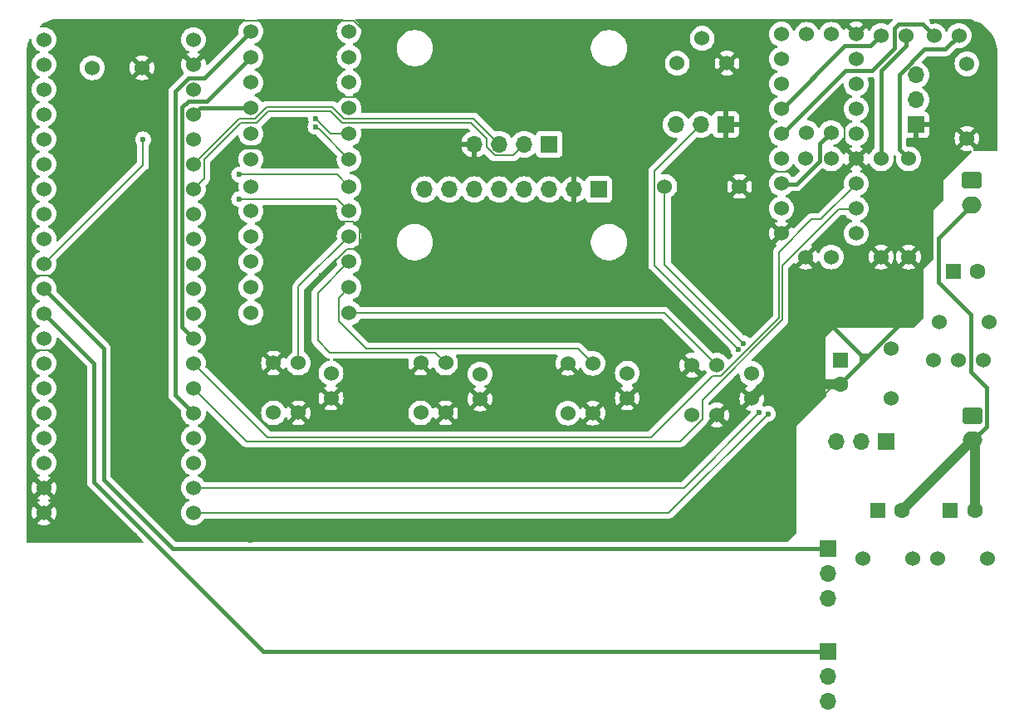
<source format=gbr>
%TF.GenerationSoftware,KiCad,Pcbnew,8.0.8*%
%TF.CreationDate,2025-08-25T22:32:07+09:00*%
%TF.ProjectId,Line_follower_robot,4c696e65-5f66-46f6-9c6c-6f7765725f72,rev?*%
%TF.SameCoordinates,Original*%
%TF.FileFunction,Copper,L2,Bot*%
%TF.FilePolarity,Positive*%
%FSLAX46Y46*%
G04 Gerber Fmt 4.6, Leading zero omitted, Abs format (unit mm)*
G04 Created by KiCad (PCBNEW 8.0.8) date 2025-08-25 22:32:07*
%MOMM*%
%LPD*%
G01*
G04 APERTURE LIST*
G04 Aperture macros list*
%AMRoundRect*
0 Rectangle with rounded corners*
0 $1 Rounding radius*
0 $2 $3 $4 $5 $6 $7 $8 $9 X,Y pos of 4 corners*
0 Add a 4 corners polygon primitive as box body*
4,1,4,$2,$3,$4,$5,$6,$7,$8,$9,$2,$3,0*
0 Add four circle primitives for the rounded corners*
1,1,$1+$1,$2,$3*
1,1,$1+$1,$4,$5*
1,1,$1+$1,$6,$7*
1,1,$1+$1,$8,$9*
0 Add four rect primitives between the rounded corners*
20,1,$1+$1,$2,$3,$4,$5,0*
20,1,$1+$1,$4,$5,$6,$7,0*
20,1,$1+$1,$6,$7,$8,$9,0*
20,1,$1+$1,$8,$9,$2,$3,0*%
G04 Aperture macros list end*
%TA.AperFunction,ComponentPad*%
%ADD10C,1.524000*%
%TD*%
%TA.AperFunction,ComponentPad*%
%ADD11R,1.600000X1.600000*%
%TD*%
%TA.AperFunction,ComponentPad*%
%ADD12C,1.600000*%
%TD*%
%TA.AperFunction,ComponentPad*%
%ADD13R,1.700000X1.700000*%
%TD*%
%TA.AperFunction,ComponentPad*%
%ADD14O,1.700000X1.700000*%
%TD*%
%TA.AperFunction,ComponentPad*%
%ADD15RoundRect,0.250000X-0.750000X0.600000X-0.750000X-0.600000X0.750000X-0.600000X0.750000X0.600000X0*%
%TD*%
%TA.AperFunction,ComponentPad*%
%ADD16O,2.000000X1.700000*%
%TD*%
%TA.AperFunction,ViaPad*%
%ADD17C,0.600000*%
%TD*%
%TA.AperFunction,Conductor*%
%ADD18C,0.400000*%
%TD*%
%TA.AperFunction,Conductor*%
%ADD19C,1.000000*%
%TD*%
%TA.AperFunction,Conductor*%
%ADD20C,0.200000*%
%TD*%
G04 APERTURE END LIST*
D10*
%TO.P,U5,1,3V3*%
%TO.N,+3.3V*%
X107480000Y-22080000D03*
%TO.P,U5,2,EN*%
%TO.N,Net-(U5-EN)*%
X107480000Y-24620000D03*
%TO.P,U5,3,IO14*%
%TO.N,unconnected-(U5-IO14-Pad3)*%
X107480000Y-27160000D03*
%TO.P,U5,4,IO12*%
%TO.N,Net-(D6-A)*%
X107480000Y-29700000D03*
%TO.P,U5,5,IO13*%
%TO.N,Net-(D5-A)*%
X107480000Y-32240000D03*
%TO.P,U5,6,IO15*%
%TO.N,Net-(U5-IO15)*%
X107480000Y-34780000D03*
%TO.P,U5,7,IO2*%
%TO.N,Net-(U5-IO2)*%
X107480000Y-37320000D03*
%TO.P,U5,8,IO0*%
%TO.N,Net-(SW4-B)*%
X107480000Y-39860000D03*
%TO.P,U5,9,GND*%
%TO.N,GND*%
X107480000Y-42400000D03*
%TO.P,U5,10,GND*%
X115100000Y-22080000D03*
%TO.P,U5,11,IO16*%
%TO.N,unconnected-(U5-IO16-Pad11)*%
X115100000Y-24620000D03*
%TO.P,U5,12,TOUT*%
%TO.N,unconnected-(U5-TOUT-Pad12)*%
X115100000Y-27160000D03*
%TO.P,U5,13,RST*%
%TO.N,Net-(U5-RST)*%
X115100000Y-29700000D03*
%TO.P,U5,14,IO5*%
%TO.N,unconnected-(U5-IO5-Pad14)*%
X115100000Y-32240000D03*
%TO.P,U5,15,GND*%
%TO.N,GND*%
X115100000Y-34780000D03*
%TO.P,U5,16,TXD*%
%TO.N,Net-(Bluepill1-A10)*%
X115100000Y-37320000D03*
%TO.P,U5,17,RXD*%
%TO.N,Net-(Bluepill1-A9)*%
X115100000Y-39860000D03*
%TO.P,U5,18,IO4*%
%TO.N,unconnected-(U5-IO4-Pad18)*%
X115100000Y-42400000D03*
%TD*%
%TO.P,IO13,1,K*%
%TO.N,Net-(D5-A)*%
X123048888Y-22218888D03*
%TO.P,IO13,2,A*%
%TO.N,Net-(D5-K)*%
X125588888Y-22218888D03*
%TD*%
%TO.P,IO12,1,K*%
%TO.N,Net-(D6-A)*%
X117648888Y-22218888D03*
%TO.P,IO12,2,A*%
%TO.N,Net-(D6-K)*%
X120188888Y-22218888D03*
%TD*%
%TO.P,Bluepill1,40*%
%TO.N,Net-(Bluepill1-B12)*%
X47540000Y-70900000D03*
%TO.P,Bluepill1,39*%
%TO.N,Net-(Bluepill1-B13)*%
X47540000Y-68360000D03*
%TO.P,Bluepill1,38*%
%TO.N,N/C*%
X47540000Y-65820000D03*
%TO.P,Bluepill1,37,5V*%
X47540000Y-63280000D03*
%TO.P,Bluepill1,36,GND*%
%TO.N,Net-(Bluepill1-A8)*%
X47540000Y-60740000D03*
%TO.P,Bluepill1,35,3.3V*%
%TO.N,Net-(Bluepill1-A9)*%
X47540000Y-58200000D03*
%TO.P,Bluepill1,34,RES*%
%TO.N,Net-(Bluepill1-A10)*%
X47540000Y-55660000D03*
%TO.P,Bluepill1,33,B12*%
%TO.N,Net-(Bluepill1-A11)*%
X47540000Y-53120000D03*
%TO.P,Bluepill1,32,B13*%
%TO.N,N/C*%
X47540000Y-50580000D03*
%TO.P,Bluepill1,31,B14*%
X47540000Y-48040000D03*
%TO.P,Bluepill1,30,B15*%
X47540000Y-45500000D03*
%TO.P,Bluepill1,29,A8*%
X47540000Y-42960000D03*
%TO.P,Bluepill1,28,A9*%
X47540000Y-40420000D03*
%TO.P,Bluepill1,27,A10*%
%TO.N,Net-(Bluepill1-B6)*%
X47540000Y-37880000D03*
%TO.P,Bluepill1,26,A11*%
%TO.N,Net-(Bluepill1-B7)*%
X47540000Y-35340000D03*
%TO.P,Bluepill1,25,A12*%
%TO.N,Net-(Bluepill1-B8)*%
X47540000Y-32800000D03*
%TO.P,Bluepill1,24,A15*%
%TO.N,Net-(Bluepill1-B9)*%
X47540000Y-30260000D03*
%TO.P,Bluepill1,23,B3*%
%TO.N,N/C*%
X47540000Y-27720000D03*
%TO.P,Bluepill1,22,B4*%
%TO.N,GND*%
X47540000Y-25180000D03*
%TO.P,Bluepill1,21,B5*%
%TO.N,N/C*%
X47540000Y-22640000D03*
%TO.P,Bluepill1,20,B6*%
%TO.N,GND*%
X32300000Y-70900000D03*
%TO.P,Bluepill1,19,B7*%
X32300000Y-68360000D03*
%TO.P,Bluepill1,18,B8*%
%TO.N,+3.3V*%
X32300000Y-65820000D03*
%TO.P,Bluepill1,17,B9*%
%TO.N,N/C*%
X32300000Y-63280000D03*
%TO.P,Bluepill1,16,B11*%
%TO.N,unconnected-(Bluepill1-B11-Pad16)*%
X32300000Y-60740000D03*
%TO.P,Bluepill1,15,B10*%
%TO.N,unconnected-(Bluepill1-B10-Pad15)*%
X32300000Y-58200000D03*
%TO.P,Bluepill1,14,B1*%
%TO.N,unconnected-(Bluepill1-B1-Pad14)*%
X32300000Y-55660000D03*
%TO.P,Bluepill1,13,B0*%
%TO.N,unconnected-(Bluepill1-B0-Pad13)*%
X32300000Y-53120000D03*
%TO.P,Bluepill1,12,A7*%
%TO.N,Net-(Bluepill1-A7)*%
X32300000Y-50580000D03*
%TO.P,Bluepill1,11,A6*%
%TO.N,Net-(Bluepill1-A6)*%
X32300000Y-48040000D03*
%TO.P,Bluepill1,10,A5*%
%TO.N,Net-(Bluepill1-A5)*%
X32300000Y-45500000D03*
%TO.P,Bluepill1,9,A4*%
%TO.N,Net-(Bluepill1-A4)*%
X32300000Y-42960000D03*
%TO.P,Bluepill1,8,A3*%
%TO.N,Net-(Bluepill1-A3)*%
X32300000Y-40420000D03*
%TO.P,Bluepill1,7,A2*%
%TO.N,Net-(Bluepill1-A2)*%
X32300000Y-37880000D03*
%TO.P,Bluepill1,6,A1*%
%TO.N,Net-(Bluepill1-A1)*%
X32300000Y-35340000D03*
%TO.P,Bluepill1,5,A0*%
%TO.N,Net-(Bluepill1-A0)*%
X32300000Y-32800000D03*
%TO.P,Bluepill1,4,C15*%
%TO.N,unconnected-(Bluepill1-C15-Pad4)*%
X32300000Y-30260000D03*
%TO.P,Bluepill1,3,C14*%
%TO.N,unconnected-(Bluepill1-C14-Pad3)*%
X32300000Y-27720000D03*
%TO.P,Bluepill1,2,C13*%
%TO.N,unconnected-(Bluepill1-C13-Pad2)*%
X32300000Y-25180000D03*
%TO.P,Bluepill1,1,VB*%
%TO.N,unconnected-(Bluepill1-VB-Pad1)*%
X32300000Y-22640000D03*
%TD*%
%TO.P,R18,1*%
%TO.N,Net-(D6-K)*%
X117644000Y-34800000D03*
%TO.P,R18,2*%
%TO.N,GND*%
X117644000Y-44800000D03*
%TD*%
%TO.P,R17,1*%
%TO.N,Net-(D5-K)*%
X120444000Y-34800000D03*
%TO.P,R17,2*%
%TO.N,GND*%
X120444000Y-44800000D03*
%TD*%
D11*
%TO.P,C4,1*%
%TO.N,+4V*%
X125000000Y-46300000D03*
D12*
%TO.P,C4,2*%
%TO.N,GND*%
X127500000Y-46300000D03*
%TD*%
D11*
%TO.P,C3,1*%
%TO.N,+3.3V*%
X113500000Y-55300000D03*
D12*
%TO.P,C3,2*%
%TO.N,GND*%
X113500000Y-57800000D03*
%TD*%
D13*
%TO.P,SW5,1,C*%
%TO.N,+6V*%
X118180000Y-63600000D03*
D14*
%TO.P,SW5,2,B*%
%TO.N,Net-(J4-Pin_1)*%
X115640000Y-63600000D03*
%TO.P,SW5,3,A*%
%TO.N,unconnected-(SW5-A-Pad3)*%
X113100000Y-63600000D03*
%TD*%
D10*
%TO.P,U7,1,GND*%
%TO.N,GND*%
X128080000Y-55300000D03*
%TO.P,U7,2,VO*%
%TO.N,+3.3V*%
X123000000Y-55300000D03*
%TO.P,U7,3,VI*%
%TO.N,+4V*%
X125540000Y-55300000D03*
%TD*%
%TO.P,U4,1,K*%
%TO.N,Net-(U4-A)*%
X100890000Y-55860000D03*
%TO.P,U4,2,A*%
%TO.N,GND*%
X98350000Y-55860000D03*
%TO.P,U4,3,C*%
X100890000Y-60940000D03*
%TO.P,U4,4,E*%
%TO.N,Net-(Bluepill1-A4)*%
X98350000Y-60940000D03*
%TD*%
%TO.P,U3,1,K*%
%TO.N,Net-(U3-A)*%
X88250000Y-55650000D03*
%TO.P,U3,2,A*%
%TO.N,GND*%
X85710000Y-55650000D03*
%TO.P,U3,3,C*%
X88250000Y-60730000D03*
%TO.P,U3,4,E*%
%TO.N,Net-(Bluepill1-A3)*%
X85710000Y-60730000D03*
%TD*%
%TO.P,U2,1,K*%
%TO.N,Net-(U2-A)*%
X73240000Y-55630000D03*
%TO.P,U2,2,A*%
%TO.N,GND*%
X70700000Y-55630000D03*
%TO.P,U2,3,C*%
X73240000Y-60710000D03*
%TO.P,U2,4,E*%
%TO.N,Net-(Bluepill1-A2)*%
X70700000Y-60710000D03*
%TD*%
%TO.P,U1,4,E*%
%TO.N,Net-(Bluepill1-A1)*%
X55700000Y-60710000D03*
%TO.P,U1,3,C*%
%TO.N,GND*%
X58240000Y-60710000D03*
%TO.P,U1,2,A*%
X55700000Y-55630000D03*
%TO.P,U1,1,K*%
%TO.N,Net-(U1-A)*%
X58240000Y-55630000D03*
%TD*%
D13*
%TO.P,SW4,1,C*%
%TO.N,GND*%
X121200000Y-31325000D03*
D14*
%TO.P,SW4,2,B*%
%TO.N,Net-(SW4-B)*%
X121200000Y-28785000D03*
%TO.P,SW4,3,A*%
%TO.N,unconnected-(SW4-A-Pad3)*%
X121200000Y-26245000D03*
%TD*%
D10*
%TO.P,SW3,2,2*%
%TO.N,Net-(U5-RST)*%
X126400000Y-25090000D03*
%TO.P,SW3,1,1*%
%TO.N,GND*%
X126400000Y-32710000D03*
%TD*%
D13*
%TO.P,SW2,1,C*%
%TO.N,GND*%
X101800000Y-31300000D03*
D14*
%TO.P,SW2,2,B*%
%TO.N,Net-(Bluepill1-B13)*%
X99260000Y-31300000D03*
%TO.P,SW2,3,A*%
%TO.N,unconnected-(SW2-A-Pad3)*%
X96720000Y-31300000D03*
%TD*%
D10*
%TO.P,SW1,1,1*%
%TO.N,Net-(Bluepill1-B12)*%
X95590000Y-37600000D03*
%TO.P,SW1,2,2*%
%TO.N,GND*%
X103210000Y-37600000D03*
%TD*%
%TO.P,RV1,1,1*%
%TO.N,GND*%
X101940000Y-25040000D03*
%TO.P,RV1,2,2*%
%TO.N,+3.3V*%
X96860000Y-25040000D03*
%TO.P,RV1,3,3*%
%TO.N,Net-(Bluepill1-A5)*%
X99400000Y-22500000D03*
%TD*%
%TO.P,R16,2*%
%TO.N,+3.3V*%
X110056000Y-22100000D03*
%TO.P,R16,1*%
%TO.N,Net-(U5-EN)*%
X110056000Y-32100000D03*
%TD*%
%TO.P,R15,2*%
%TO.N,GND*%
X109944000Y-44800000D03*
%TO.P,R15,1*%
%TO.N,Net-(U5-IO15)*%
X109944000Y-34800000D03*
%TD*%
%TO.P,R14,2*%
%TO.N,+3.3V*%
X112556000Y-22100000D03*
%TO.P,R14,1*%
%TO.N,Net-(U5-IO2)*%
X112556000Y-32100000D03*
%TD*%
%TO.P,R13,2*%
%TO.N,+3.3V*%
X112556000Y-34800000D03*
%TO.P,R13,1*%
%TO.N,Net-(SW4-B)*%
X112556000Y-44800000D03*
%TD*%
%TO.P,R12,1*%
%TO.N,+3.3V*%
X53400000Y-50516000D03*
%TO.P,R12,2*%
%TO.N,Net-(U4-A)*%
X63400000Y-50516000D03*
%TD*%
%TO.P,R11,1*%
%TO.N,+3.3V*%
X53400000Y-47904000D03*
%TO.P,R11,2*%
%TO.N,Net-(U3-A)*%
X63400000Y-47904000D03*
%TD*%
%TO.P,R10,1*%
%TO.N,+3.3V*%
X53400000Y-45292000D03*
%TO.P,R10,2*%
%TO.N,Net-(U2-A)*%
X63400000Y-45292000D03*
%TD*%
%TO.P,R9,1*%
%TO.N,+3.3V*%
X53400000Y-42680000D03*
%TO.P,R9,2*%
%TO.N,Net-(U1-A)*%
X63400000Y-42680000D03*
%TD*%
%TO.P,R8,1*%
%TO.N,Net-(Bluepill1-A4)*%
X63400000Y-40100000D03*
%TO.P,R8,2*%
%TO.N,+3.3V*%
X53400000Y-40100000D03*
%TD*%
%TO.P,R7,1*%
%TO.N,Net-(Bluepill1-A3)*%
X63400000Y-37600000D03*
%TO.P,R7,2*%
%TO.N,+3.3V*%
X53400000Y-37600000D03*
%TD*%
%TO.P,R6,1*%
%TO.N,Net-(Bluepill1-A2)*%
X63400000Y-34844000D03*
%TO.P,R6,2*%
%TO.N,+3.3V*%
X53400000Y-34844000D03*
%TD*%
%TO.P,R5,2*%
%TO.N,+3.3V*%
X53400000Y-32232000D03*
%TO.P,R5,1*%
%TO.N,Net-(Bluepill1-A1)*%
X63400000Y-32232000D03*
%TD*%
%TO.P,R4,1*%
%TO.N,Net-(Bluepill1-B9)*%
X53400000Y-29620000D03*
%TO.P,R4,2*%
%TO.N,Net-(D4-A)*%
X63400000Y-29620000D03*
%TD*%
%TO.P,R3,1*%
%TO.N,Net-(Bluepill1-B8)*%
X53400000Y-27008000D03*
%TO.P,R3,2*%
%TO.N,Net-(D3-A)*%
X63400000Y-27008000D03*
%TD*%
%TO.P,R2,1*%
%TO.N,Net-(Bluepill1-A11)*%
X53400000Y-24396000D03*
%TO.P,R2,2*%
%TO.N,Net-(D2-A)*%
X63400000Y-24396000D03*
%TD*%
%TO.P,R1,1*%
%TO.N,Net-(Bluepill1-A8)*%
X53400000Y-21784000D03*
%TO.P,R1,2*%
%TO.N,Net-(D1-A)*%
X63400000Y-21784000D03*
%TD*%
%TO.P,LS1,2,2*%
%TO.N,Net-(Bluepill1-A0)*%
X37220000Y-25500000D03*
%TO.P,LS1,1,1*%
%TO.N,GND*%
X42300000Y-25500000D03*
%TD*%
D13*
%TO.P,J6,1,Pin_1*%
%TO.N,+3.3V*%
X88875000Y-37925000D03*
D14*
%TO.P,J6,2,Pin_2*%
%TO.N,GND*%
X86335000Y-37925000D03*
%TO.P,J6,3,Pin_3*%
%TO.N,Net-(Bluepill1-B6)*%
X83795000Y-37925000D03*
%TO.P,J6,4,Pin_4*%
%TO.N,Net-(Bluepill1-B7)*%
X81255000Y-37925000D03*
%TO.P,J6,5,Pin_5*%
%TO.N,unconnected-(J6-Pin_5-Pad5)*%
X78715000Y-37925000D03*
%TO.P,J6,6,Pin_6*%
%TO.N,unconnected-(J6-Pin_6-Pad6)*%
X76175000Y-37925000D03*
%TO.P,J6,7,Pin_7*%
%TO.N,unconnected-(J6-Pin_7-Pad7)*%
X73635000Y-37925000D03*
%TO.P,J6,8,Pin_8*%
%TO.N,unconnected-(J6-Pin_8-Pad8)*%
X71095000Y-37925000D03*
%TD*%
D13*
%TO.P,J5,1,Pin_1*%
%TO.N,+3.3V*%
X83800000Y-33300000D03*
D14*
%TO.P,J5,2,Pin_2*%
%TO.N,Net-(Bluepill1-B6)*%
X81260000Y-33300000D03*
%TO.P,J5,3,Pin_3*%
%TO.N,Net-(Bluepill1-B7)*%
X78720000Y-33300000D03*
%TO.P,J5,4,Pin_4*%
%TO.N,GND*%
X76180000Y-33300000D03*
%TD*%
D15*
%TO.P,J4,1,Pin_1*%
%TO.N,Net-(J4-Pin_1)*%
X127000000Y-61000000D03*
D16*
%TO.P,J4,2,Pin_2*%
%TO.N,GND*%
X127000000Y-63500000D03*
%TD*%
D15*
%TO.P,J3,1,Pin_1*%
%TO.N,+4V*%
X126900000Y-37000000D03*
D16*
%TO.P,J3,2,Pin_2*%
%TO.N,GND*%
X126900000Y-39500000D03*
%TD*%
D13*
%TO.P,J2,1,Pin_1*%
%TO.N,Net-(Bluepill1-A7)*%
X112200000Y-85060000D03*
D14*
%TO.P,J2,2,Pin_2*%
%TO.N,+6V*%
X112200000Y-87600000D03*
%TO.P,J2,3,Pin_3*%
%TO.N,GND*%
X112200000Y-90140000D03*
%TD*%
D13*
%TO.P,J1,1,Pin_1*%
%TO.N,Net-(Bluepill1-A6)*%
X112200000Y-74560000D03*
D14*
%TO.P,J1,2,Pin_2*%
%TO.N,+6V*%
X112200000Y-77100000D03*
%TO.P,J1,3,Pin_3*%
%TO.N,GND*%
X112200000Y-79640000D03*
%TD*%
D10*
%TO.P,D4,1,K*%
%TO.N,Net-(D4-A)*%
X104458888Y-56700000D03*
%TO.P,D4,2,A*%
%TO.N,GND*%
X104458888Y-59240000D03*
%TD*%
%TO.P,D3,1,K*%
%TO.N,Net-(D3-A)*%
X91758888Y-56648888D03*
%TO.P,D3,2,A*%
%TO.N,GND*%
X91758888Y-59188888D03*
%TD*%
%TO.P,D2,1,K*%
%TO.N,Net-(D2-A)*%
X76758888Y-56748888D03*
%TO.P,D2,2,A*%
%TO.N,GND*%
X76758888Y-59288888D03*
%TD*%
%TO.P,D1,1,K*%
%TO.N,Net-(D1-A)*%
X61558888Y-56648888D03*
%TO.P,D1,2,A*%
%TO.N,GND*%
X61558888Y-59188888D03*
%TD*%
%TO.P,C8,1*%
%TO.N,+6V*%
X115765112Y-75600000D03*
%TO.P,C8,2*%
%TO.N,GND*%
X120845112Y-75600000D03*
%TD*%
%TO.P,C7,1*%
%TO.N,+6V*%
X123365112Y-75600000D03*
%TO.P,C7,2*%
%TO.N,GND*%
X128445112Y-75600000D03*
%TD*%
D11*
%TO.P,C6,1*%
%TO.N,+6V*%
X117300000Y-70700000D03*
D12*
%TO.P,C6,2*%
%TO.N,GND*%
X119800000Y-70700000D03*
%TD*%
D11*
%TO.P,C5,1*%
%TO.N,+6V*%
X124700000Y-70700000D03*
D12*
%TO.P,C5,2*%
%TO.N,GND*%
X127200000Y-70700000D03*
%TD*%
D10*
%TO.P,C2,1*%
%TO.N,+4V*%
X123560000Y-51400000D03*
%TO.P,C2,2*%
%TO.N,GND*%
X128640000Y-51400000D03*
%TD*%
%TO.P,C1,1*%
%TO.N,+3.3V*%
X118700000Y-54160000D03*
%TO.P,C1,2*%
%TO.N,GND*%
X118700000Y-59240000D03*
%TD*%
D17*
%TO.N,GND*%
X51900000Y-33600000D03*
X54900000Y-33600000D03*
X122900000Y-28700000D03*
X114600000Y-43900000D03*
X113800000Y-41100000D03*
X120500000Y-51100000D03*
X112400000Y-51600000D03*
X108600000Y-36100000D03*
X60400000Y-28400000D03*
X54500000Y-28300000D03*
X59600000Y-21400000D03*
X55300000Y-21200000D03*
X63500000Y-55500000D03*
X56000000Y-62200000D03*
X58800000Y-64600000D03*
X67200000Y-64800000D03*
X68200000Y-59700000D03*
X41300000Y-66700000D03*
X56000000Y-46000000D03*
X60100000Y-40300000D03*
X55300000Y-40100000D03*
X92600000Y-28800000D03*
X88200000Y-31700000D03*
X77400000Y-35700000D03*
X74000000Y-32200000D03*
X84700000Y-27300000D03*
X74700000Y-27300000D03*
X84700000Y-22500000D03*
X74700000Y-22500000D03*
X93100000Y-22800000D03*
X99100000Y-20800000D03*
X105500000Y-21400000D03*
X97800000Y-26500000D03*
X93500000Y-40800000D03*
X64600000Y-28500000D03*
X65100000Y-21900000D03*
X74600000Y-44600000D03*
X74600000Y-48600000D03*
X69200000Y-48300000D03*
X69400000Y-52400000D03*
X75200000Y-55300000D03*
X83700000Y-55300000D03*
X94100000Y-54500000D03*
X95200000Y-51600000D03*
X88300000Y-51500000D03*
X79700000Y-48000000D03*
X84300000Y-52600000D03*
X78200000Y-52200000D03*
X77700000Y-44000000D03*
X111500000Y-38200000D03*
X118700000Y-38500000D03*
X116700000Y-42000000D03*
X121400000Y-36100000D03*
X123100000Y-26400000D03*
X116600000Y-26900000D03*
X118300000Y-20800000D03*
X122900000Y-20800000D03*
X113900000Y-31000000D03*
X113700000Y-33500000D03*
X104600000Y-30300000D03*
X96100000Y-36100000D03*
X96700000Y-44100000D03*
X105200000Y-49600000D03*
X104200000Y-52300000D03*
X100600000Y-48900000D03*
X104600000Y-46700000D03*
X92700000Y-44100000D03*
X89800000Y-48900000D03*
X96400000Y-49000000D03*
X83900000Y-41100000D03*
X80100000Y-39200000D03*
X80700000Y-43600000D03*
X76700000Y-39600000D03*
X70100000Y-36500000D03*
X66200000Y-34300000D03*
X65000000Y-32100000D03*
X64500000Y-44000000D03*
X60600000Y-46700000D03*
X54400000Y-59700000D03*
X52400000Y-59100000D03*
X49100000Y-61200000D03*
X48700000Y-67100000D03*
X56800000Y-66000000D03*
X55200000Y-72100000D03*
X53400000Y-73700000D03*
X107400000Y-72800000D03*
X111800000Y-58900000D03*
X109200000Y-53700000D03*
X107200000Y-53700000D03*
X109200000Y-56000000D03*
X108200000Y-57800000D03*
X109300000Y-57800000D03*
X107100000Y-57800000D03*
X108400000Y-62800000D03*
X111600000Y-55300000D03*
X107000000Y-59800000D03*
X102900000Y-57200000D03*
X95800000Y-64900000D03*
X49800000Y-73000000D03*
X45900000Y-73300000D03*
X30900000Y-73600000D03*
X38200000Y-73700000D03*
X41500000Y-73200000D03*
X35300000Y-65700000D03*
X42300000Y-57600000D03*
X41200000Y-50300000D03*
X40100000Y-46100000D03*
X33900000Y-42600000D03*
X36600000Y-39900000D03*
X44500000Y-39900000D03*
X30900000Y-54300000D03*
X33900000Y-54300000D03*
X31000000Y-46800000D03*
X33700000Y-46700000D03*
X41100000Y-32700000D03*
X34000000Y-32800000D03*
X38000000Y-22400000D03*
X51700000Y-21000000D03*
X33100000Y-21100000D03*
X31000000Y-29000000D03*
X31000000Y-26400000D03*
X31000000Y-23900000D03*
X33900000Y-29000000D03*
X33900000Y-26400000D03*
X33900000Y-23900000D03*
%TO.N,Net-(Bluepill1-B13)*%
X105200000Y-60700000D03*
X103087851Y-54214579D03*
%TO.N,Net-(Bluepill1-B12)*%
X106100000Y-60800000D03*
X103600000Y-53600000D03*
%TO.N,Net-(Bluepill1-A5)*%
X42400000Y-32800000D03*
%TO.N,Net-(Bluepill1-A4)*%
X52200000Y-38900000D03*
%TO.N,Net-(Bluepill1-A3)*%
X52200000Y-36400000D03*
%TO.N,Net-(Bluepill1-A2)*%
X59975735Y-31524265D03*
%TO.N,Net-(Bluepill1-A1)*%
X60000000Y-30700000D03*
%TD*%
D18*
%TO.N,Net-(D5-A)*%
X123060000Y-22200000D02*
X121879112Y-21019112D01*
X121879112Y-21019112D02*
X119453795Y-21019112D01*
X119453795Y-21019112D02*
X119026888Y-21446019D01*
X119026888Y-21446019D02*
X119026888Y-23473112D01*
X119026888Y-23473112D02*
X116718000Y-25782000D01*
X116718000Y-25782000D02*
X113978000Y-25782000D01*
X113978000Y-25782000D02*
X107480000Y-32280000D01*
%TO.N,GND*%
X120100000Y-51100000D02*
X116300000Y-54900000D01*
X116300000Y-54900000D02*
X115500000Y-55700000D01*
X115650000Y-54850000D02*
X116250000Y-54850000D01*
X116250000Y-54850000D02*
X116300000Y-54900000D01*
X115500000Y-55700000D02*
X113500000Y-57700000D01*
X115650000Y-55550000D02*
X115650000Y-54850000D01*
X115650000Y-54850000D02*
X112400000Y-51600000D01*
X115500000Y-55700000D02*
X115650000Y-55550000D01*
X120500000Y-51100000D02*
X120100000Y-51100000D01*
X113500000Y-57700000D02*
X113500000Y-57800000D01*
X51900000Y-33600000D02*
X54900000Y-33600000D01*
D19*
X119800000Y-70700000D02*
X127000000Y-63500000D01*
X127200000Y-70700000D02*
X127200000Y-63700000D01*
X127200000Y-63700000D02*
X127000000Y-63500000D01*
D18*
X126800000Y-50700000D02*
X123500000Y-47400000D01*
X128400000Y-62100000D02*
X128400000Y-58100000D01*
X128400000Y-58100000D02*
X126800000Y-56500000D01*
X127000000Y-63500000D02*
X128400000Y-62100000D01*
X126800000Y-56500000D02*
X126800000Y-50700000D01*
X123500000Y-47400000D02*
X123500000Y-42900000D01*
X123500000Y-42900000D02*
X126900000Y-39500000D01*
D20*
X108600000Y-36100000D02*
X104710000Y-36100000D01*
X104710000Y-36100000D02*
X103210000Y-37600000D01*
X64600000Y-28500000D02*
X60500000Y-28500000D01*
X60500000Y-28500000D02*
X60400000Y-28400000D01*
X65100000Y-21900000D02*
X63922000Y-20722000D01*
X63922000Y-20722000D02*
X51978000Y-20722000D01*
X51978000Y-20722000D02*
X51700000Y-21000000D01*
X64500000Y-44000000D02*
X64500000Y-41822105D01*
X60962000Y-41162000D02*
X60100000Y-40300000D01*
X64500000Y-41822105D02*
X63839895Y-41162000D01*
X63839895Y-41162000D02*
X60962000Y-41162000D01*
X113900000Y-31000000D02*
X113900000Y-33300000D01*
X113900000Y-33300000D02*
X113700000Y-33500000D01*
X64500000Y-44000000D02*
X63190105Y-44000000D01*
X63190105Y-44000000D02*
X60600000Y-46590105D01*
X60600000Y-46590105D02*
X60600000Y-46700000D01*
X111800000Y-58900000D02*
X112600000Y-58100000D01*
D19*
X113500000Y-57800000D02*
X112600000Y-57800000D01*
X112600000Y-57800000D02*
X109300000Y-57800000D01*
D20*
X108400000Y-62300000D02*
X111800000Y-58900000D01*
X108400000Y-62800000D02*
X108400000Y-62300000D01*
X112600000Y-58100000D02*
X112600000Y-57800000D01*
D19*
X108200000Y-57800000D02*
X107100000Y-57800000D01*
X109300000Y-57800000D02*
X108200000Y-57800000D01*
X107100000Y-57800000D02*
X105898888Y-57800000D01*
X105898888Y-57800000D02*
X104458888Y-59240000D01*
D20*
X33700000Y-46700000D02*
X31100000Y-46700000D01*
X31100000Y-46700000D02*
X31000000Y-46800000D01*
X33900000Y-54300000D02*
X30900000Y-54300000D01*
%TO.N,Net-(Bluepill1-B13)*%
X105200000Y-60700000D02*
X97540000Y-68360000D01*
X99260000Y-31300000D02*
X94528000Y-36032000D01*
X94528000Y-36032000D02*
X94528000Y-45654728D01*
X94528000Y-45654728D02*
X103087851Y-54214579D01*
X97540000Y-68360000D02*
X47540000Y-68360000D01*
%TO.N,Net-(Bluepill1-B12)*%
X106100000Y-60800000D02*
X96000000Y-70900000D01*
X95590000Y-37600000D02*
X95590000Y-45590000D01*
X95590000Y-45590000D02*
X103600000Y-53600000D01*
X96000000Y-70900000D02*
X47540000Y-70900000D01*
%TO.N,Net-(Bluepill1-A5)*%
X42400000Y-32800000D02*
X42400000Y-35400000D01*
X42400000Y-35400000D02*
X32300000Y-45500000D01*
%TO.N,Net-(Bluepill1-A9)*%
X115100000Y-39900000D02*
X113342105Y-39900000D01*
X113342105Y-39900000D02*
X107600000Y-45642105D01*
X107600000Y-45642105D02*
X107600000Y-51217581D01*
X107600000Y-51217581D02*
X99412000Y-59405581D01*
X99412000Y-59405581D02*
X99412000Y-61379895D01*
X52940000Y-63600000D02*
X47540000Y-58200000D01*
X99412000Y-61379895D02*
X97191895Y-63600000D01*
X97191895Y-63600000D02*
X52940000Y-63600000D01*
%TO.N,Net-(Bluepill1-A10)*%
X115100000Y-37360000D02*
X111498000Y-40962000D01*
X111498000Y-40962000D02*
X110538000Y-40962000D01*
X110538000Y-40962000D02*
X107200000Y-44300000D01*
X101329895Y-56922000D02*
X100450105Y-56922000D01*
X107200000Y-44300000D02*
X107200000Y-51051895D01*
X107200000Y-51051895D02*
X101329895Y-56922000D01*
X100450105Y-56922000D02*
X94172105Y-63200000D01*
X94172105Y-63200000D02*
X55080000Y-63200000D01*
X55080000Y-63200000D02*
X47540000Y-55660000D01*
%TO.N,Net-(U4-A)*%
X63400000Y-50516000D02*
X95546000Y-50516000D01*
X95546000Y-50516000D02*
X100890000Y-55860000D01*
%TO.N,Net-(U3-A)*%
X63400000Y-47904000D02*
X62338000Y-48966000D01*
X65168000Y-54168000D02*
X86768000Y-54168000D01*
X62338000Y-48966000D02*
X62338000Y-51338000D01*
X62338000Y-51338000D02*
X65168000Y-54168000D01*
X86768000Y-54168000D02*
X88250000Y-55650000D01*
%TO.N,Net-(U2-A)*%
X60200000Y-48492000D02*
X60200000Y-53300000D01*
X72178000Y-54568000D02*
X73240000Y-55630000D01*
X63400000Y-45292000D02*
X60200000Y-48492000D01*
X60200000Y-53300000D02*
X61468000Y-54568000D01*
X61468000Y-54568000D02*
X72178000Y-54568000D01*
%TO.N,Net-(U1-A)*%
X63400000Y-42680000D02*
X58240000Y-47840000D01*
X58240000Y-47840000D02*
X58240000Y-55630000D01*
%TO.N,Net-(Bluepill1-A4)*%
X52200000Y-38900000D02*
X62200000Y-38900000D01*
X62200000Y-38900000D02*
X63400000Y-40100000D01*
%TO.N,Net-(Bluepill1-A3)*%
X52200000Y-36400000D02*
X62200000Y-36400000D01*
X62200000Y-36400000D02*
X63400000Y-37600000D01*
%TO.N,Net-(Bluepill1-A2)*%
X60200000Y-31748530D02*
X60304530Y-31748530D01*
X59975735Y-31524265D02*
X60200000Y-31748530D01*
X60304530Y-31748530D02*
X63400000Y-34844000D01*
%TO.N,Net-(Bluepill1-B6)*%
X47540000Y-37880000D02*
X48602000Y-36818000D01*
X48602000Y-34847686D02*
X52367686Y-31082000D01*
X48602000Y-36818000D02*
X48602000Y-34847686D01*
X77400000Y-32700000D02*
X77400000Y-33606346D01*
X52367686Y-31082000D02*
X54018000Y-31082000D01*
X54018000Y-31082000D02*
X55200000Y-29900000D01*
X62716314Y-31082000D02*
X75782000Y-31082000D01*
X55200000Y-29900000D02*
X61534314Y-29900000D01*
X80110000Y-34450000D02*
X81260000Y-33300000D01*
X61534314Y-29900000D02*
X62716314Y-31082000D01*
X75782000Y-31082000D02*
X77400000Y-32700000D01*
X78243654Y-34450000D02*
X80110000Y-34450000D01*
X77400000Y-33606346D02*
X78243654Y-34450000D01*
%TO.N,Net-(Bluepill1-B7)*%
X47540000Y-35340000D02*
X52198000Y-30682000D01*
X52198000Y-30682000D02*
X53839895Y-30682000D01*
X53839895Y-30682000D02*
X55021895Y-29500000D01*
X55021895Y-29500000D02*
X61700000Y-29500000D01*
X76102000Y-30682000D02*
X78720000Y-33300000D01*
X61700000Y-29500000D02*
X62882000Y-30682000D01*
X62882000Y-30682000D02*
X76102000Y-30682000D01*
%TO.N,Net-(Bluepill1-A1)*%
X61532000Y-32232000D02*
X63400000Y-32232000D01*
X60000000Y-30700000D02*
X61532000Y-32232000D01*
D18*
%TO.N,Net-(Bluepill1-A7)*%
X112200000Y-85060000D02*
X54660000Y-85060000D01*
X54660000Y-85060000D02*
X37400000Y-67800000D01*
X37400000Y-67800000D02*
X37400000Y-55680000D01*
X37400000Y-55680000D02*
X32300000Y-50580000D01*
%TO.N,Net-(Bluepill1-A8)*%
X53400000Y-21784000D02*
X48626000Y-26558000D01*
X48626000Y-26558000D02*
X47058683Y-26558000D01*
X47058683Y-26558000D02*
X45700000Y-27916683D01*
X45700000Y-58900000D02*
X47540000Y-60740000D01*
X45700000Y-27916683D02*
X45700000Y-58900000D01*
%TO.N,Net-(Bluepill1-A11)*%
X53400000Y-24396000D02*
X48896000Y-28900000D01*
X47000000Y-28900000D02*
X46378000Y-29522000D01*
X48896000Y-28900000D02*
X47000000Y-28900000D01*
X46378000Y-29522000D02*
X46378000Y-51958000D01*
X46378000Y-51958000D02*
X47540000Y-53120000D01*
%TO.N,Net-(Bluepill1-B9)*%
X53400000Y-29620000D02*
X48180000Y-29620000D01*
X48180000Y-29620000D02*
X47540000Y-30260000D01*
%TO.N,Net-(U5-IO2)*%
X112556000Y-32100000D02*
X111394000Y-33262000D01*
X111394000Y-33262000D02*
X111394000Y-34993317D01*
X111394000Y-34993317D02*
X109027317Y-37360000D01*
X109027317Y-37360000D02*
X107480000Y-37360000D01*
%TO.N,Net-(D5-K)*%
X125600000Y-22200000D02*
X124187233Y-23612767D01*
X124187233Y-23612767D02*
X122064466Y-23612767D01*
X119500000Y-33856000D02*
X120444000Y-34800000D01*
X122064466Y-23612767D02*
X119500000Y-26177233D01*
X119500000Y-26177233D02*
X119500000Y-33856000D01*
%TO.N,Net-(D6-K)*%
X120151112Y-22181112D02*
X120151112Y-23258742D01*
X120151112Y-23258742D02*
X117644000Y-25765854D01*
X117644000Y-25765854D02*
X117644000Y-34800000D01*
%TO.N,Net-(D6-A)*%
X107480000Y-29740000D02*
X113938000Y-23282000D01*
X113938000Y-23282000D02*
X116510224Y-23282000D01*
X116510224Y-23282000D02*
X117611112Y-22181112D01*
%TO.N,Net-(Bluepill1-A6)*%
X38400000Y-54140000D02*
X32300000Y-48040000D01*
X38400000Y-67500000D02*
X38400000Y-54140000D01*
X112200000Y-74560000D02*
X45460000Y-74560000D01*
X45460000Y-74560000D02*
X38400000Y-67500000D01*
%TD*%
%TA.AperFunction,Conductor*%
%TO.N,GND*%
G36*
X30977522Y-22546741D02*
G01*
X31022566Y-22600154D01*
X31032619Y-22639342D01*
X31051929Y-22860062D01*
X31051930Y-22860070D01*
X31109104Y-23073445D01*
X31109105Y-23073447D01*
X31109106Y-23073450D01*
X31197210Y-23262391D01*
X31202466Y-23273662D01*
X31202468Y-23273666D01*
X31329170Y-23454615D01*
X31329175Y-23454621D01*
X31485378Y-23610824D01*
X31485384Y-23610829D01*
X31666333Y-23737531D01*
X31666335Y-23737532D01*
X31666338Y-23737534D01*
X31782989Y-23791929D01*
X31795189Y-23797618D01*
X31847628Y-23843790D01*
X31866780Y-23910984D01*
X31846564Y-23977865D01*
X31795189Y-24022382D01*
X31666340Y-24082465D01*
X31666338Y-24082466D01*
X31485377Y-24209175D01*
X31329175Y-24365377D01*
X31202466Y-24546338D01*
X31202465Y-24546340D01*
X31109107Y-24746548D01*
X31109104Y-24746554D01*
X31051930Y-24959929D01*
X31051929Y-24959937D01*
X31032677Y-25179997D01*
X31032677Y-25180000D01*
X31051929Y-25400062D01*
X31051930Y-25400070D01*
X31109104Y-25613445D01*
X31109105Y-25613447D01*
X31109106Y-25613450D01*
X31187392Y-25781335D01*
X31202466Y-25813662D01*
X31202468Y-25813666D01*
X31329170Y-25994615D01*
X31329175Y-25994621D01*
X31485378Y-26150824D01*
X31485384Y-26150829D01*
X31666333Y-26277531D01*
X31666335Y-26277532D01*
X31666338Y-26277534D01*
X31745859Y-26314615D01*
X31795189Y-26337618D01*
X31847628Y-26383790D01*
X31866780Y-26450984D01*
X31846564Y-26517865D01*
X31795189Y-26562382D01*
X31666340Y-26622465D01*
X31666338Y-26622466D01*
X31485377Y-26749175D01*
X31329175Y-26905377D01*
X31202466Y-27086338D01*
X31202465Y-27086340D01*
X31109107Y-27286548D01*
X31109104Y-27286554D01*
X31051930Y-27499929D01*
X31051929Y-27499937D01*
X31032677Y-27719997D01*
X31032677Y-27720002D01*
X31051929Y-27940062D01*
X31051930Y-27940070D01*
X31109104Y-28153445D01*
X31109105Y-28153447D01*
X31109106Y-28153450D01*
X31187392Y-28321335D01*
X31202466Y-28353662D01*
X31202468Y-28353666D01*
X31329170Y-28534615D01*
X31329175Y-28534621D01*
X31485378Y-28690824D01*
X31485384Y-28690829D01*
X31666333Y-28817531D01*
X31666335Y-28817532D01*
X31666338Y-28817534D01*
X31729552Y-28847011D01*
X31795189Y-28877618D01*
X31847628Y-28923790D01*
X31866780Y-28990984D01*
X31846564Y-29057865D01*
X31795189Y-29102382D01*
X31666340Y-29162465D01*
X31666338Y-29162466D01*
X31485377Y-29289175D01*
X31329175Y-29445377D01*
X31202466Y-29626338D01*
X31202465Y-29626340D01*
X31109107Y-29826548D01*
X31109104Y-29826554D01*
X31051930Y-30039929D01*
X31051929Y-30039937D01*
X31032677Y-30259997D01*
X31032677Y-30260002D01*
X31051929Y-30480062D01*
X31051930Y-30480070D01*
X31109104Y-30693445D01*
X31109105Y-30693447D01*
X31109106Y-30693450D01*
X31186338Y-30859075D01*
X31202466Y-30893662D01*
X31202468Y-30893666D01*
X31329170Y-31074615D01*
X31329175Y-31074621D01*
X31485378Y-31230824D01*
X31485384Y-31230829D01*
X31666333Y-31357531D01*
X31666335Y-31357532D01*
X31666338Y-31357534D01*
X31785748Y-31413215D01*
X31795189Y-31417618D01*
X31847628Y-31463790D01*
X31866780Y-31530984D01*
X31846564Y-31597865D01*
X31795189Y-31642382D01*
X31666340Y-31702465D01*
X31666338Y-31702466D01*
X31485377Y-31829175D01*
X31329175Y-31985377D01*
X31202466Y-32166338D01*
X31202465Y-32166340D01*
X31109107Y-32366548D01*
X31109104Y-32366554D01*
X31051930Y-32579929D01*
X31051929Y-32579937D01*
X31032677Y-32799997D01*
X31032677Y-32800002D01*
X31051929Y-33020062D01*
X31051930Y-33020070D01*
X31109104Y-33233445D01*
X31109105Y-33233447D01*
X31109106Y-33233450D01*
X31185787Y-33397894D01*
X31202466Y-33433662D01*
X31202468Y-33433666D01*
X31329170Y-33614615D01*
X31329175Y-33614621D01*
X31485378Y-33770824D01*
X31485384Y-33770829D01*
X31666333Y-33897531D01*
X31666335Y-33897532D01*
X31666338Y-33897534D01*
X31752539Y-33937730D01*
X31795189Y-33957618D01*
X31847628Y-34003790D01*
X31866780Y-34070984D01*
X31846564Y-34137865D01*
X31795189Y-34182382D01*
X31666340Y-34242465D01*
X31666338Y-34242466D01*
X31485377Y-34369175D01*
X31329175Y-34525377D01*
X31202466Y-34706338D01*
X31202465Y-34706340D01*
X31109107Y-34906548D01*
X31109104Y-34906554D01*
X31051930Y-35119929D01*
X31051929Y-35119937D01*
X31032677Y-35339997D01*
X31032677Y-35340002D01*
X31051929Y-35560062D01*
X31051930Y-35560070D01*
X31109104Y-35773445D01*
X31109105Y-35773447D01*
X31109106Y-35773450D01*
X31192805Y-35952943D01*
X31202466Y-35973662D01*
X31202468Y-35973666D01*
X31329170Y-36154615D01*
X31329175Y-36154621D01*
X31485378Y-36310824D01*
X31485384Y-36310829D01*
X31666333Y-36437531D01*
X31666335Y-36437532D01*
X31666338Y-36437534D01*
X31785748Y-36493215D01*
X31795189Y-36497618D01*
X31847628Y-36543790D01*
X31866780Y-36610984D01*
X31846564Y-36677865D01*
X31795189Y-36722382D01*
X31666340Y-36782465D01*
X31666338Y-36782466D01*
X31485377Y-36909175D01*
X31329175Y-37065377D01*
X31202466Y-37246338D01*
X31202465Y-37246340D01*
X31109107Y-37446548D01*
X31109104Y-37446554D01*
X31051930Y-37659929D01*
X31051929Y-37659937D01*
X31032677Y-37879997D01*
X31032677Y-37880002D01*
X31051929Y-38100062D01*
X31051930Y-38100070D01*
X31109104Y-38313445D01*
X31109105Y-38313447D01*
X31109106Y-38313450D01*
X31201175Y-38510894D01*
X31202466Y-38513662D01*
X31202468Y-38513666D01*
X31329170Y-38694615D01*
X31329175Y-38694621D01*
X31485378Y-38850824D01*
X31485384Y-38850829D01*
X31666333Y-38977531D01*
X31666335Y-38977532D01*
X31666338Y-38977534D01*
X31751692Y-39017335D01*
X31795189Y-39037618D01*
X31847628Y-39083790D01*
X31866780Y-39150984D01*
X31846564Y-39217865D01*
X31795189Y-39262382D01*
X31666340Y-39322465D01*
X31666338Y-39322466D01*
X31485377Y-39449175D01*
X31329175Y-39605377D01*
X31202466Y-39786338D01*
X31202465Y-39786340D01*
X31109107Y-39986548D01*
X31109104Y-39986554D01*
X31051930Y-40199929D01*
X31051929Y-40199937D01*
X31032677Y-40419997D01*
X31032677Y-40420002D01*
X31051929Y-40640062D01*
X31051930Y-40640070D01*
X31109104Y-40853445D01*
X31109105Y-40853447D01*
X31109106Y-40853450D01*
X31185787Y-41017894D01*
X31202466Y-41053662D01*
X31202468Y-41053666D01*
X31329170Y-41234615D01*
X31329175Y-41234621D01*
X31485378Y-41390824D01*
X31485384Y-41390829D01*
X31666333Y-41517531D01*
X31666335Y-41517532D01*
X31666338Y-41517534D01*
X31785748Y-41573215D01*
X31795189Y-41577618D01*
X31847628Y-41623790D01*
X31866780Y-41690984D01*
X31846564Y-41757865D01*
X31795189Y-41802382D01*
X31666340Y-41862465D01*
X31666338Y-41862466D01*
X31485377Y-41989175D01*
X31329175Y-42145377D01*
X31202466Y-42326338D01*
X31202465Y-42326340D01*
X31109107Y-42526548D01*
X31109104Y-42526554D01*
X31051930Y-42739929D01*
X31051929Y-42739937D01*
X31032677Y-42959997D01*
X31032677Y-42960002D01*
X31051929Y-43180062D01*
X31051930Y-43180070D01*
X31109104Y-43393445D01*
X31109105Y-43393447D01*
X31109106Y-43393450D01*
X31189606Y-43566084D01*
X31202466Y-43593662D01*
X31202468Y-43593666D01*
X31329170Y-43774615D01*
X31329175Y-43774621D01*
X31485378Y-43930824D01*
X31485384Y-43930829D01*
X31666333Y-44057531D01*
X31666335Y-44057532D01*
X31666338Y-44057534D01*
X31689244Y-44068215D01*
X31795189Y-44117618D01*
X31847628Y-44163790D01*
X31866780Y-44230984D01*
X31846564Y-44297865D01*
X31795189Y-44342382D01*
X31666340Y-44402465D01*
X31666338Y-44402466D01*
X31485377Y-44529175D01*
X31329175Y-44685377D01*
X31202466Y-44866338D01*
X31202465Y-44866340D01*
X31109107Y-45066548D01*
X31109104Y-45066554D01*
X31051930Y-45279929D01*
X31051929Y-45279937D01*
X31032677Y-45499997D01*
X31032677Y-45500002D01*
X31051929Y-45720062D01*
X31051930Y-45720070D01*
X31109104Y-45933445D01*
X31109105Y-45933447D01*
X31109106Y-45933450D01*
X31162554Y-46048070D01*
X31202466Y-46133662D01*
X31202468Y-46133666D01*
X31329170Y-46314615D01*
X31329175Y-46314621D01*
X31485378Y-46470824D01*
X31485384Y-46470829D01*
X31666333Y-46597531D01*
X31666335Y-46597532D01*
X31666338Y-46597534D01*
X31750281Y-46636677D01*
X31795189Y-46657618D01*
X31847628Y-46703790D01*
X31866780Y-46770984D01*
X31846564Y-46837865D01*
X31795189Y-46882382D01*
X31666340Y-46942465D01*
X31666338Y-46942466D01*
X31485377Y-47069175D01*
X31329175Y-47225377D01*
X31202466Y-47406338D01*
X31202465Y-47406340D01*
X31109107Y-47606548D01*
X31109104Y-47606554D01*
X31051930Y-47819929D01*
X31051929Y-47819937D01*
X31032677Y-48039997D01*
X31032677Y-48040002D01*
X31051929Y-48260062D01*
X31051930Y-48260070D01*
X31109104Y-48473445D01*
X31109105Y-48473447D01*
X31109106Y-48473450D01*
X31154621Y-48571057D01*
X31202465Y-48673660D01*
X31202468Y-48673666D01*
X31329170Y-48854615D01*
X31329175Y-48854621D01*
X31485378Y-49010824D01*
X31485384Y-49010829D01*
X31666333Y-49137531D01*
X31666335Y-49137532D01*
X31666338Y-49137534D01*
X31738799Y-49171323D01*
X31795189Y-49197618D01*
X31847628Y-49243790D01*
X31866780Y-49310984D01*
X31846564Y-49377865D01*
X31795189Y-49422382D01*
X31666340Y-49482465D01*
X31666338Y-49482466D01*
X31485377Y-49609175D01*
X31329175Y-49765377D01*
X31202466Y-49946338D01*
X31202465Y-49946340D01*
X31109107Y-50146548D01*
X31109104Y-50146554D01*
X31051930Y-50359929D01*
X31051929Y-50359937D01*
X31032677Y-50579997D01*
X31032677Y-50580002D01*
X31051929Y-50800062D01*
X31051930Y-50800070D01*
X31109104Y-51013445D01*
X31109105Y-51013447D01*
X31109106Y-51013450D01*
X31172624Y-51149666D01*
X31202466Y-51213662D01*
X31202468Y-51213666D01*
X31329170Y-51394615D01*
X31329175Y-51394621D01*
X31485378Y-51550824D01*
X31485384Y-51550829D01*
X31666333Y-51677531D01*
X31666335Y-51677532D01*
X31666338Y-51677534D01*
X31735769Y-51709910D01*
X31795189Y-51737618D01*
X31847628Y-51783790D01*
X31866780Y-51850984D01*
X31846564Y-51917865D01*
X31795189Y-51962382D01*
X31666340Y-52022465D01*
X31666338Y-52022466D01*
X31485377Y-52149175D01*
X31329175Y-52305377D01*
X31202466Y-52486338D01*
X31202465Y-52486340D01*
X31109107Y-52686548D01*
X31109104Y-52686554D01*
X31051930Y-52899929D01*
X31051929Y-52899937D01*
X31032677Y-53119997D01*
X31032677Y-53120002D01*
X31051929Y-53340062D01*
X31051930Y-53340070D01*
X31109104Y-53553445D01*
X31109105Y-53553447D01*
X31109106Y-53553450D01*
X31174390Y-53693453D01*
X31202466Y-53753662D01*
X31202468Y-53753666D01*
X31329170Y-53934615D01*
X31329175Y-53934621D01*
X31485378Y-54090824D01*
X31485384Y-54090829D01*
X31666333Y-54217531D01*
X31666335Y-54217532D01*
X31666338Y-54217534D01*
X31752408Y-54257669D01*
X31795189Y-54277618D01*
X31847628Y-54323790D01*
X31866780Y-54390984D01*
X31846564Y-54457865D01*
X31795189Y-54502382D01*
X31666340Y-54562465D01*
X31666338Y-54562466D01*
X31485377Y-54689175D01*
X31329175Y-54845377D01*
X31202466Y-55026338D01*
X31202465Y-55026340D01*
X31177475Y-55079932D01*
X31113875Y-55216324D01*
X31109107Y-55226548D01*
X31109104Y-55226554D01*
X31051930Y-55439929D01*
X31051929Y-55439937D01*
X31032677Y-55659997D01*
X31032677Y-55660002D01*
X31051929Y-55880062D01*
X31051930Y-55880070D01*
X31109104Y-56093445D01*
X31109105Y-56093447D01*
X31109106Y-56093450D01*
X31197683Y-56283405D01*
X31202466Y-56293662D01*
X31202468Y-56293666D01*
X31329170Y-56474615D01*
X31329175Y-56474621D01*
X31485378Y-56630824D01*
X31485384Y-56630829D01*
X31666333Y-56757531D01*
X31666335Y-56757532D01*
X31666338Y-56757534D01*
X31785748Y-56813215D01*
X31795189Y-56817618D01*
X31847628Y-56863790D01*
X31866780Y-56930984D01*
X31846564Y-56997865D01*
X31795189Y-57042382D01*
X31666340Y-57102465D01*
X31666338Y-57102466D01*
X31485377Y-57229175D01*
X31329175Y-57385377D01*
X31202466Y-57566338D01*
X31202465Y-57566340D01*
X31109107Y-57766548D01*
X31109104Y-57766554D01*
X31051930Y-57979929D01*
X31051929Y-57979937D01*
X31032677Y-58199997D01*
X31032677Y-58200002D01*
X31051929Y-58420062D01*
X31051930Y-58420070D01*
X31109104Y-58633445D01*
X31109105Y-58633447D01*
X31109106Y-58633450D01*
X31201227Y-58831006D01*
X31202466Y-58833662D01*
X31202468Y-58833666D01*
X31329170Y-59014615D01*
X31329175Y-59014621D01*
X31485378Y-59170824D01*
X31485384Y-59170829D01*
X31666333Y-59297531D01*
X31666335Y-59297532D01*
X31666338Y-59297534D01*
X31771439Y-59346543D01*
X31795189Y-59357618D01*
X31847628Y-59403790D01*
X31866780Y-59470984D01*
X31846564Y-59537865D01*
X31795189Y-59582382D01*
X31666340Y-59642465D01*
X31666338Y-59642466D01*
X31485377Y-59769175D01*
X31329175Y-59925377D01*
X31202466Y-60106338D01*
X31202465Y-60106340D01*
X31109107Y-60306548D01*
X31109104Y-60306554D01*
X31051930Y-60519929D01*
X31051929Y-60519937D01*
X31032677Y-60739997D01*
X31032677Y-60740002D01*
X31051929Y-60960062D01*
X31051930Y-60960070D01*
X31109104Y-61173445D01*
X31109105Y-61173447D01*
X31109106Y-61173450D01*
X31184650Y-61335456D01*
X31202466Y-61373662D01*
X31202468Y-61373666D01*
X31329170Y-61554615D01*
X31329175Y-61554621D01*
X31485378Y-61710824D01*
X31485384Y-61710829D01*
X31666333Y-61837531D01*
X31666335Y-61837532D01*
X31666338Y-61837534D01*
X31785748Y-61893215D01*
X31795189Y-61897618D01*
X31847628Y-61943790D01*
X31866780Y-62010984D01*
X31846564Y-62077865D01*
X31795189Y-62122382D01*
X31666340Y-62182465D01*
X31666338Y-62182466D01*
X31485377Y-62309175D01*
X31329175Y-62465377D01*
X31202466Y-62646338D01*
X31202465Y-62646340D01*
X31109107Y-62846548D01*
X31109104Y-62846554D01*
X31051930Y-63059929D01*
X31051929Y-63059937D01*
X31032677Y-63279997D01*
X31032677Y-63280002D01*
X31051929Y-63500062D01*
X31051930Y-63500070D01*
X31109104Y-63713445D01*
X31109105Y-63713447D01*
X31109106Y-63713450D01*
X31165976Y-63835408D01*
X31202466Y-63913662D01*
X31202468Y-63913666D01*
X31329170Y-64094615D01*
X31329175Y-64094621D01*
X31485378Y-64250824D01*
X31485384Y-64250829D01*
X31666333Y-64377531D01*
X31666335Y-64377532D01*
X31666338Y-64377534D01*
X31785748Y-64433215D01*
X31795189Y-64437618D01*
X31847628Y-64483790D01*
X31866780Y-64550984D01*
X31846564Y-64617865D01*
X31795189Y-64662382D01*
X31666340Y-64722465D01*
X31666338Y-64722466D01*
X31485377Y-64849175D01*
X31329175Y-65005377D01*
X31202466Y-65186338D01*
X31202465Y-65186340D01*
X31109107Y-65386548D01*
X31109104Y-65386554D01*
X31051930Y-65599929D01*
X31051929Y-65599937D01*
X31032677Y-65819997D01*
X31032677Y-65820002D01*
X31051929Y-66040062D01*
X31051930Y-66040070D01*
X31109104Y-66253445D01*
X31109105Y-66253447D01*
X31109106Y-66253450D01*
X31202466Y-66453662D01*
X31202468Y-66453666D01*
X31329170Y-66634615D01*
X31329175Y-66634621D01*
X31485378Y-66790824D01*
X31485384Y-66790829D01*
X31666333Y-66917531D01*
X31666335Y-66917532D01*
X31666338Y-66917534D01*
X31795189Y-66977618D01*
X31795781Y-66977894D01*
X31848220Y-67024066D01*
X31867372Y-67091260D01*
X31847156Y-67158141D01*
X31795781Y-67202658D01*
X31666590Y-67262901D01*
X31601811Y-67308258D01*
X32272554Y-67979000D01*
X32249840Y-67979000D01*
X32152939Y-68004964D01*
X32066060Y-68055124D01*
X31995124Y-68126060D01*
X31944964Y-68212939D01*
X31919000Y-68309840D01*
X31919000Y-68332553D01*
X31248258Y-67661811D01*
X31202901Y-67726590D01*
X31109579Y-67926720D01*
X31109575Y-67926729D01*
X31052426Y-68140013D01*
X31052424Y-68140023D01*
X31033179Y-68359999D01*
X31033179Y-68360000D01*
X31052424Y-68579976D01*
X31052426Y-68579986D01*
X31109575Y-68793270D01*
X31109580Y-68793284D01*
X31202898Y-68993405D01*
X31202901Y-68993411D01*
X31248258Y-69058187D01*
X31248258Y-69058188D01*
X31919000Y-68387446D01*
X31919000Y-68410160D01*
X31944964Y-68507061D01*
X31995124Y-68593940D01*
X32066060Y-68664876D01*
X32152939Y-68715036D01*
X32249840Y-68741000D01*
X32272553Y-68741000D01*
X31601810Y-69411740D01*
X31666589Y-69457098D01*
X31796373Y-69517618D01*
X31848812Y-69563790D01*
X31867964Y-69630984D01*
X31847748Y-69697865D01*
X31796373Y-69742382D01*
X31666590Y-69802901D01*
X31601811Y-69848258D01*
X32272554Y-70519000D01*
X32249840Y-70519000D01*
X32152939Y-70544964D01*
X32066060Y-70595124D01*
X31995124Y-70666060D01*
X31944964Y-70752939D01*
X31919000Y-70849840D01*
X31919000Y-70872553D01*
X31248258Y-70201811D01*
X31202901Y-70266590D01*
X31109579Y-70466720D01*
X31109575Y-70466729D01*
X31052426Y-70680013D01*
X31052424Y-70680023D01*
X31033179Y-70899999D01*
X31033179Y-70900000D01*
X31052424Y-71119976D01*
X31052426Y-71119986D01*
X31109575Y-71333270D01*
X31109580Y-71333284D01*
X31202898Y-71533405D01*
X31202901Y-71533411D01*
X31248258Y-71598187D01*
X31248258Y-71598188D01*
X31919000Y-70927446D01*
X31919000Y-70950160D01*
X31944964Y-71047061D01*
X31995124Y-71133940D01*
X32066060Y-71204876D01*
X32152939Y-71255036D01*
X32249840Y-71281000D01*
X32272553Y-71281000D01*
X31601810Y-71951740D01*
X31666590Y-71997099D01*
X31666592Y-71997100D01*
X31866715Y-72090419D01*
X31866729Y-72090424D01*
X32080013Y-72147573D01*
X32080023Y-72147575D01*
X32299999Y-72166821D01*
X32300001Y-72166821D01*
X32519976Y-72147575D01*
X32519986Y-72147573D01*
X32733270Y-72090424D01*
X32733284Y-72090419D01*
X32933407Y-71997100D01*
X32933417Y-71997094D01*
X32998188Y-71951741D01*
X32327448Y-71281000D01*
X32350160Y-71281000D01*
X32447061Y-71255036D01*
X32533940Y-71204876D01*
X32604876Y-71133940D01*
X32655036Y-71047061D01*
X32681000Y-70950160D01*
X32681000Y-70927447D01*
X33351741Y-71598188D01*
X33397094Y-71533417D01*
X33397100Y-71533407D01*
X33490419Y-71333284D01*
X33490424Y-71333270D01*
X33547573Y-71119986D01*
X33547575Y-71119976D01*
X33566821Y-70900000D01*
X33566821Y-70899999D01*
X33547575Y-70680023D01*
X33547573Y-70680013D01*
X33490424Y-70466729D01*
X33490420Y-70466720D01*
X33397096Y-70266586D01*
X33351741Y-70201811D01*
X33351740Y-70201810D01*
X32681000Y-70872551D01*
X32681000Y-70849840D01*
X32655036Y-70752939D01*
X32604876Y-70666060D01*
X32533940Y-70595124D01*
X32447061Y-70544964D01*
X32350160Y-70519000D01*
X32327447Y-70519000D01*
X32998188Y-69848258D01*
X32933411Y-69802901D01*
X32933405Y-69802898D01*
X32803627Y-69742382D01*
X32751187Y-69696210D01*
X32732035Y-69629017D01*
X32752251Y-69562135D01*
X32803627Y-69517618D01*
X32933407Y-69457100D01*
X32933417Y-69457094D01*
X32998188Y-69411741D01*
X32327448Y-68741000D01*
X32350160Y-68741000D01*
X32447061Y-68715036D01*
X32533940Y-68664876D01*
X32604876Y-68593940D01*
X32655036Y-68507061D01*
X32681000Y-68410160D01*
X32681000Y-68387447D01*
X33351741Y-69058188D01*
X33397094Y-68993417D01*
X33397100Y-68993407D01*
X33490419Y-68793284D01*
X33490424Y-68793270D01*
X33547573Y-68579986D01*
X33547575Y-68579976D01*
X33566821Y-68360000D01*
X33566821Y-68359999D01*
X33547575Y-68140023D01*
X33547573Y-68140013D01*
X33490424Y-67926729D01*
X33490420Y-67926720D01*
X33397096Y-67726586D01*
X33351741Y-67661811D01*
X33351740Y-67661810D01*
X32681000Y-68332551D01*
X32681000Y-68309840D01*
X32655036Y-68212939D01*
X32604876Y-68126060D01*
X32533940Y-68055124D01*
X32447061Y-68004964D01*
X32350160Y-67979000D01*
X32327447Y-67979000D01*
X32998188Y-67308258D01*
X32933411Y-67262901D01*
X32933405Y-67262898D01*
X32804219Y-67202658D01*
X32751779Y-67156486D01*
X32732627Y-67089293D01*
X32752843Y-67022411D01*
X32804219Y-66977894D01*
X32804811Y-66977618D01*
X32933662Y-66917534D01*
X33114620Y-66790826D01*
X33270826Y-66634620D01*
X33397534Y-66453662D01*
X33490894Y-66253450D01*
X33548070Y-66040068D01*
X33567323Y-65820000D01*
X33548070Y-65599932D01*
X33490894Y-65386550D01*
X33397534Y-65186339D01*
X33270826Y-65005380D01*
X33114620Y-64849174D01*
X33114616Y-64849171D01*
X33114615Y-64849170D01*
X32933666Y-64722468D01*
X32933658Y-64722464D01*
X32804811Y-64662382D01*
X32752371Y-64616210D01*
X32733219Y-64549017D01*
X32753435Y-64482135D01*
X32804811Y-64437618D01*
X32810802Y-64434824D01*
X32933662Y-64377534D01*
X33114620Y-64250826D01*
X33270826Y-64094620D01*
X33397534Y-63913662D01*
X33490894Y-63713450D01*
X33548070Y-63500068D01*
X33567323Y-63280000D01*
X33548070Y-63059932D01*
X33490894Y-62846550D01*
X33397534Y-62646339D01*
X33270826Y-62465380D01*
X33114620Y-62309174D01*
X33114616Y-62309171D01*
X33114615Y-62309170D01*
X32933666Y-62182468D01*
X32933658Y-62182464D01*
X32804811Y-62122382D01*
X32752371Y-62076210D01*
X32733219Y-62009017D01*
X32753435Y-61942135D01*
X32804811Y-61897618D01*
X32810802Y-61894824D01*
X32933662Y-61837534D01*
X33114620Y-61710826D01*
X33270826Y-61554620D01*
X33397534Y-61373662D01*
X33490894Y-61173450D01*
X33548070Y-60960068D01*
X33567323Y-60740000D01*
X33566448Y-60730002D01*
X33559518Y-60650784D01*
X33548070Y-60519932D01*
X33490894Y-60306550D01*
X33397534Y-60106339D01*
X33305018Y-59974211D01*
X33270827Y-59925381D01*
X33200779Y-59855333D01*
X33114620Y-59769174D01*
X33114616Y-59769171D01*
X33114615Y-59769170D01*
X32933666Y-59642468D01*
X32933658Y-59642464D01*
X32804811Y-59582382D01*
X32752371Y-59536210D01*
X32733219Y-59469017D01*
X32753435Y-59402135D01*
X32804811Y-59357618D01*
X32828561Y-59346543D01*
X32933662Y-59297534D01*
X33114620Y-59170826D01*
X33270826Y-59014620D01*
X33397534Y-58833662D01*
X33490894Y-58633450D01*
X33548070Y-58420068D01*
X33567323Y-58200000D01*
X33566604Y-58191786D01*
X33557856Y-58091786D01*
X33548070Y-57979932D01*
X33490894Y-57766550D01*
X33397534Y-57566339D01*
X33270826Y-57385380D01*
X33114620Y-57229174D01*
X33114616Y-57229171D01*
X33114615Y-57229170D01*
X32933666Y-57102468D01*
X32933658Y-57102464D01*
X32804811Y-57042382D01*
X32752371Y-56996210D01*
X32733219Y-56929017D01*
X32753435Y-56862135D01*
X32804811Y-56817618D01*
X32810802Y-56814824D01*
X32933662Y-56757534D01*
X33114620Y-56630826D01*
X33270826Y-56474620D01*
X33397534Y-56293662D01*
X33490894Y-56093450D01*
X33548070Y-55880068D01*
X33567323Y-55660000D01*
X33565574Y-55640013D01*
X33554122Y-55509106D01*
X33548070Y-55439932D01*
X33490894Y-55226550D01*
X33397534Y-55026339D01*
X33290912Y-54874066D01*
X33270827Y-54845381D01*
X33193946Y-54768500D01*
X33114620Y-54689174D01*
X33114616Y-54689171D01*
X33114615Y-54689170D01*
X32933666Y-54562468D01*
X32933658Y-54562464D01*
X32804811Y-54502382D01*
X32752371Y-54456210D01*
X32733219Y-54389017D01*
X32753435Y-54322135D01*
X32804811Y-54277618D01*
X32810802Y-54274824D01*
X32933662Y-54217534D01*
X33114620Y-54090826D01*
X33270826Y-53934620D01*
X33397534Y-53753662D01*
X33490894Y-53553450D01*
X33548070Y-53340068D01*
X33566835Y-53125574D01*
X33592287Y-53060506D01*
X33648878Y-53019527D01*
X33718640Y-53015649D01*
X33778044Y-53048701D01*
X36663181Y-55933838D01*
X36696666Y-55995161D01*
X36699500Y-56021519D01*
X36699500Y-67731006D01*
X36699500Y-67868994D01*
X36699500Y-67868996D01*
X36699499Y-67868996D01*
X36726418Y-68004322D01*
X36726421Y-68004332D01*
X36779222Y-68131807D01*
X36855887Y-68246545D01*
X36855888Y-68246546D01*
X42397662Y-73788319D01*
X42431147Y-73849642D01*
X42426163Y-73919334D01*
X42384291Y-73975267D01*
X42318827Y-73999684D01*
X42309981Y-74000000D01*
X30624500Y-74000000D01*
X30557461Y-73980315D01*
X30511706Y-73927511D01*
X30500500Y-73876000D01*
X30500500Y-24003051D01*
X30500649Y-23996967D01*
X30503326Y-23942466D01*
X30517052Y-23663068D01*
X30518245Y-23650962D01*
X30528566Y-23581381D01*
X30566849Y-23323296D01*
X30569218Y-23311385D01*
X30649710Y-22990043D01*
X30653240Y-22978411D01*
X30764835Y-22666525D01*
X30769486Y-22655297D01*
X30789960Y-22612007D01*
X30796997Y-22597131D01*
X30843456Y-22544945D01*
X30910753Y-22526160D01*
X30977522Y-22546741D01*
G37*
%TD.AperFunction*%
%TA.AperFunction,Conductor*%
G36*
X52705687Y-20520185D02*
G01*
X52751442Y-20572989D01*
X52761386Y-20642147D01*
X52732361Y-20705703D01*
X52709771Y-20726075D01*
X52585377Y-20813175D01*
X52429175Y-20969377D01*
X52302466Y-21150338D01*
X52302465Y-21150340D01*
X52209107Y-21350548D01*
X52209104Y-21350554D01*
X52151930Y-21563929D01*
X52151929Y-21563937D01*
X52132677Y-21783997D01*
X52132677Y-21784001D01*
X52132803Y-21785436D01*
X52139880Y-21866338D01*
X52149895Y-21980805D01*
X52136128Y-22049305D01*
X52114048Y-22079293D01*
X49011468Y-25181873D01*
X48950145Y-25215358D01*
X48880453Y-25210374D01*
X48824520Y-25168502D01*
X48800259Y-25104999D01*
X48787575Y-24960024D01*
X48787573Y-24960013D01*
X48730424Y-24746729D01*
X48730420Y-24746720D01*
X48637096Y-24546586D01*
X48591741Y-24481811D01*
X48591740Y-24481810D01*
X47921000Y-25152551D01*
X47921000Y-25129840D01*
X47895036Y-25032939D01*
X47844876Y-24946060D01*
X47773940Y-24875124D01*
X47687061Y-24824964D01*
X47590160Y-24799000D01*
X47567447Y-24799000D01*
X48238188Y-24128258D01*
X48173411Y-24082901D01*
X48173405Y-24082898D01*
X48044219Y-24022658D01*
X47991779Y-23976486D01*
X47972627Y-23909293D01*
X47992843Y-23842411D01*
X48044219Y-23797894D01*
X48055945Y-23792426D01*
X48173662Y-23737534D01*
X48354620Y-23610826D01*
X48510826Y-23454620D01*
X48637534Y-23273662D01*
X48730894Y-23073450D01*
X48788070Y-22860068D01*
X48807323Y-22640000D01*
X48807265Y-22639342D01*
X48798001Y-22533450D01*
X48788070Y-22419932D01*
X48730894Y-22206550D01*
X48637534Y-22006339D01*
X48560279Y-21896006D01*
X48510827Y-21825381D01*
X48433439Y-21747993D01*
X48354620Y-21669174D01*
X48354616Y-21669171D01*
X48354615Y-21669170D01*
X48173666Y-21542468D01*
X48173662Y-21542466D01*
X48145157Y-21529174D01*
X47973450Y-21449106D01*
X47973447Y-21449105D01*
X47973445Y-21449104D01*
X47760070Y-21391930D01*
X47760062Y-21391929D01*
X47540002Y-21372677D01*
X47539998Y-21372677D01*
X47319937Y-21391929D01*
X47319929Y-21391930D01*
X47106554Y-21449104D01*
X47106548Y-21449107D01*
X46906340Y-21542465D01*
X46906338Y-21542466D01*
X46725377Y-21669175D01*
X46569175Y-21825377D01*
X46442466Y-22006338D01*
X46442465Y-22006340D01*
X46349107Y-22206548D01*
X46349104Y-22206554D01*
X46291930Y-22419929D01*
X46291929Y-22419937D01*
X46272677Y-22639997D01*
X46272677Y-22640002D01*
X46291929Y-22860062D01*
X46291930Y-22860070D01*
X46349104Y-23073445D01*
X46349105Y-23073447D01*
X46349106Y-23073450D01*
X46437210Y-23262391D01*
X46442466Y-23273662D01*
X46442468Y-23273666D01*
X46569170Y-23454615D01*
X46569175Y-23454621D01*
X46725378Y-23610824D01*
X46725384Y-23610829D01*
X46906333Y-23737531D01*
X46906335Y-23737532D01*
X46906338Y-23737534D01*
X47024055Y-23792426D01*
X47035781Y-23797894D01*
X47088220Y-23844066D01*
X47107372Y-23911260D01*
X47087156Y-23978141D01*
X47035781Y-24022658D01*
X46906590Y-24082901D01*
X46841811Y-24128258D01*
X47512554Y-24799000D01*
X47489840Y-24799000D01*
X47392939Y-24824964D01*
X47306060Y-24875124D01*
X47235124Y-24946060D01*
X47184964Y-25032939D01*
X47159000Y-25129840D01*
X47159000Y-25152553D01*
X46488258Y-24481811D01*
X46442901Y-24546590D01*
X46349579Y-24746720D01*
X46349575Y-24746729D01*
X46292426Y-24960013D01*
X46292424Y-24960023D01*
X46273179Y-25179999D01*
X46273179Y-25180000D01*
X46292424Y-25399976D01*
X46292426Y-25399986D01*
X46349575Y-25613270D01*
X46349580Y-25613284D01*
X46442899Y-25813407D01*
X46442900Y-25813409D01*
X46535483Y-25945631D01*
X46557810Y-26011838D01*
X46540800Y-26079605D01*
X46521589Y-26104436D01*
X45155888Y-27470136D01*
X45155887Y-27470137D01*
X45079222Y-27584875D01*
X45026421Y-27712350D01*
X45026418Y-27712362D01*
X45000097Y-27844688D01*
X45000094Y-27844703D01*
X44999500Y-27847684D01*
X44999500Y-27847690D01*
X44999500Y-58831006D01*
X44999500Y-58968994D01*
X44999500Y-58968996D01*
X44999499Y-58968996D01*
X45026418Y-59104322D01*
X45026421Y-59104332D01*
X45079222Y-59231807D01*
X45155887Y-59346545D01*
X45155888Y-59346546D01*
X46254048Y-60444705D01*
X46287533Y-60506028D01*
X46289895Y-60543193D01*
X46272677Y-60739997D01*
X46272677Y-60740002D01*
X46291929Y-60960062D01*
X46291930Y-60960070D01*
X46349104Y-61173445D01*
X46349105Y-61173447D01*
X46349106Y-61173450D01*
X46424650Y-61335456D01*
X46442466Y-61373662D01*
X46442468Y-61373666D01*
X46569170Y-61554615D01*
X46569175Y-61554621D01*
X46725378Y-61710824D01*
X46725384Y-61710829D01*
X46906333Y-61837531D01*
X46906335Y-61837532D01*
X46906338Y-61837534D01*
X47025748Y-61893215D01*
X47035189Y-61897618D01*
X47087628Y-61943790D01*
X47106780Y-62010984D01*
X47086564Y-62077865D01*
X47035189Y-62122382D01*
X46906340Y-62182465D01*
X46906338Y-62182466D01*
X46725377Y-62309175D01*
X46569175Y-62465377D01*
X46442466Y-62646338D01*
X46442465Y-62646340D01*
X46349107Y-62846548D01*
X46349104Y-62846554D01*
X46291930Y-63059929D01*
X46291929Y-63059937D01*
X46272677Y-63279997D01*
X46272677Y-63280002D01*
X46291929Y-63500062D01*
X46291930Y-63500070D01*
X46349104Y-63713445D01*
X46349105Y-63713447D01*
X46349106Y-63713450D01*
X46405976Y-63835408D01*
X46442466Y-63913662D01*
X46442468Y-63913666D01*
X46569170Y-64094615D01*
X46569175Y-64094621D01*
X46725378Y-64250824D01*
X46725384Y-64250829D01*
X46906333Y-64377531D01*
X46906335Y-64377532D01*
X46906338Y-64377534D01*
X47025748Y-64433215D01*
X47035189Y-64437618D01*
X47087628Y-64483790D01*
X47106780Y-64550984D01*
X47086564Y-64617865D01*
X47035189Y-64662382D01*
X46906340Y-64722465D01*
X46906338Y-64722466D01*
X46725377Y-64849175D01*
X46569175Y-65005377D01*
X46442466Y-65186338D01*
X46442465Y-65186340D01*
X46349107Y-65386548D01*
X46349104Y-65386554D01*
X46291930Y-65599929D01*
X46291929Y-65599937D01*
X46272677Y-65819997D01*
X46272677Y-65820002D01*
X46291929Y-66040062D01*
X46291930Y-66040070D01*
X46349104Y-66253445D01*
X46349105Y-66253447D01*
X46349106Y-66253450D01*
X46442466Y-66453662D01*
X46442468Y-66453666D01*
X46569170Y-66634615D01*
X46569175Y-66634621D01*
X46725378Y-66790824D01*
X46725384Y-66790829D01*
X46906333Y-66917531D01*
X46906335Y-66917532D01*
X46906338Y-66917534D01*
X47025748Y-66973215D01*
X47035189Y-66977618D01*
X47087628Y-67023790D01*
X47106780Y-67090984D01*
X47086564Y-67157865D01*
X47035189Y-67202382D01*
X46906340Y-67262465D01*
X46906338Y-67262466D01*
X46725377Y-67389175D01*
X46569175Y-67545377D01*
X46442466Y-67726338D01*
X46442465Y-67726340D01*
X46349107Y-67926548D01*
X46349104Y-67926554D01*
X46291930Y-68139929D01*
X46291929Y-68139937D01*
X46272677Y-68359997D01*
X46272677Y-68360002D01*
X46291929Y-68580062D01*
X46291930Y-68580070D01*
X46349104Y-68793445D01*
X46349105Y-68793447D01*
X46349106Y-68793450D01*
X46427002Y-68960500D01*
X46442466Y-68993662D01*
X46442468Y-68993666D01*
X46569170Y-69174615D01*
X46569175Y-69174621D01*
X46725378Y-69330824D01*
X46725384Y-69330829D01*
X46906333Y-69457531D01*
X46906335Y-69457532D01*
X46906338Y-69457534D01*
X47025748Y-69513215D01*
X47035189Y-69517618D01*
X47087628Y-69563790D01*
X47106780Y-69630984D01*
X47086564Y-69697865D01*
X47035189Y-69742382D01*
X46906340Y-69802465D01*
X46906338Y-69802466D01*
X46725377Y-69929175D01*
X46569175Y-70085377D01*
X46442466Y-70266338D01*
X46442465Y-70266340D01*
X46349107Y-70466548D01*
X46349104Y-70466554D01*
X46291930Y-70679929D01*
X46291929Y-70679937D01*
X46272677Y-70899997D01*
X46272677Y-70900002D01*
X46291929Y-71120062D01*
X46291930Y-71120070D01*
X46349104Y-71333445D01*
X46349105Y-71333447D01*
X46349106Y-71333450D01*
X46371055Y-71380519D01*
X46442466Y-71533662D01*
X46442468Y-71533666D01*
X46569170Y-71714615D01*
X46569175Y-71714621D01*
X46725378Y-71870824D01*
X46725384Y-71870829D01*
X46906333Y-71997531D01*
X46906335Y-71997532D01*
X46906338Y-71997534D01*
X47106550Y-72090894D01*
X47319932Y-72148070D01*
X47477123Y-72161822D01*
X47539998Y-72167323D01*
X47540000Y-72167323D01*
X47540002Y-72167323D01*
X47595017Y-72162509D01*
X47760068Y-72148070D01*
X47973450Y-72090894D01*
X48173662Y-71997534D01*
X48354620Y-71870826D01*
X48510826Y-71714620D01*
X48587196Y-71605550D01*
X48623730Y-71553377D01*
X48678307Y-71509752D01*
X48725305Y-71500500D01*
X95913331Y-71500500D01*
X95913347Y-71500501D01*
X95920943Y-71500501D01*
X96079054Y-71500501D01*
X96079057Y-71500501D01*
X96231785Y-71459577D01*
X96281904Y-71430639D01*
X96368716Y-71380520D01*
X96480520Y-71268716D01*
X96480520Y-71268714D01*
X96490728Y-71258507D01*
X96490730Y-71258504D01*
X106118535Y-61630698D01*
X106179856Y-61597215D01*
X106192311Y-61595163D01*
X106279255Y-61585368D01*
X106449522Y-61525789D01*
X106602262Y-61429816D01*
X106729816Y-61302262D01*
X106825789Y-61149522D01*
X106885368Y-60979255D01*
X106887531Y-60960062D01*
X106905565Y-60800003D01*
X106905565Y-60799996D01*
X106885369Y-60620750D01*
X106885368Y-60620745D01*
X106846621Y-60510013D01*
X106825789Y-60450478D01*
X106729816Y-60297738D01*
X106602262Y-60170184D01*
X106449523Y-60074211D01*
X106279254Y-60014631D01*
X106279249Y-60014630D01*
X106100004Y-59994435D01*
X106099996Y-59994435D01*
X105920750Y-60014630D01*
X105920742Y-60014632D01*
X105779988Y-60063884D01*
X105710209Y-60067445D01*
X105673064Y-60051837D01*
X105641190Y-60031810D01*
X105610826Y-60012731D01*
X105564536Y-59960399D01*
X105553886Y-59891346D01*
X105564416Y-59855333D01*
X105649308Y-59673279D01*
X105649312Y-59673270D01*
X105706461Y-59459986D01*
X105706463Y-59459976D01*
X105725709Y-59240000D01*
X105725709Y-59239999D01*
X105706463Y-59020023D01*
X105706461Y-59020013D01*
X105649312Y-58806729D01*
X105649308Y-58806720D01*
X105555984Y-58606586D01*
X105510629Y-58541811D01*
X105510628Y-58541810D01*
X104839888Y-59212553D01*
X104839888Y-59189840D01*
X104813924Y-59092939D01*
X104763764Y-59006060D01*
X104692828Y-58935124D01*
X104605949Y-58884964D01*
X104509048Y-58859000D01*
X104486335Y-58859000D01*
X105157076Y-58188258D01*
X105092299Y-58142901D01*
X105092293Y-58142898D01*
X104963107Y-58082658D01*
X104910667Y-58036486D01*
X104891515Y-57969293D01*
X104911731Y-57902411D01*
X104963107Y-57857894D01*
X104977250Y-57851299D01*
X105092550Y-57797534D01*
X105273508Y-57670826D01*
X105429714Y-57514620D01*
X105556422Y-57333662D01*
X105649782Y-57133450D01*
X105706958Y-56920068D01*
X105722052Y-56747534D01*
X105726211Y-56700002D01*
X105726211Y-56699997D01*
X105716945Y-56594091D01*
X105706958Y-56479932D01*
X105649782Y-56266550D01*
X105556422Y-56066339D01*
X105463946Y-55934268D01*
X105429715Y-55885381D01*
X105354174Y-55809840D01*
X105273508Y-55729174D01*
X105273504Y-55729171D01*
X105273503Y-55729170D01*
X105092554Y-55602468D01*
X105092550Y-55602466D01*
X104892338Y-55509106D01*
X104892335Y-55509105D01*
X104892333Y-55509104D01*
X104678958Y-55451930D01*
X104678950Y-55451929D01*
X104517127Y-55437772D01*
X104452058Y-55412320D01*
X104411079Y-55355729D01*
X104407201Y-55285967D01*
X104440253Y-55226563D01*
X106140477Y-53526339D01*
X108080520Y-51586297D01*
X108159577Y-51449365D01*
X108200501Y-51296638D01*
X108200501Y-51138523D01*
X108200501Y-51130928D01*
X108200500Y-51130910D01*
X108200500Y-45942201D01*
X108220185Y-45875162D01*
X108236814Y-45854525D01*
X108664584Y-45426755D01*
X108725903Y-45393273D01*
X108795594Y-45398257D01*
X108851528Y-45440128D01*
X108853836Y-45443316D01*
X108892257Y-45498187D01*
X108892258Y-45498188D01*
X109563000Y-44827446D01*
X109563000Y-44850160D01*
X109588964Y-44947061D01*
X109639124Y-45033940D01*
X109710060Y-45104876D01*
X109796939Y-45155036D01*
X109893840Y-45181000D01*
X109916553Y-45181000D01*
X109245810Y-45851740D01*
X109310590Y-45897099D01*
X109310592Y-45897100D01*
X109510715Y-45990419D01*
X109510729Y-45990424D01*
X109724013Y-46047573D01*
X109724023Y-46047575D01*
X109943999Y-46066821D01*
X109944001Y-46066821D01*
X110163976Y-46047575D01*
X110163986Y-46047573D01*
X110377270Y-45990424D01*
X110377284Y-45990419D01*
X110577407Y-45897100D01*
X110577417Y-45897094D01*
X110642188Y-45851741D01*
X109971448Y-45181000D01*
X109994160Y-45181000D01*
X110091061Y-45155036D01*
X110177940Y-45104876D01*
X110248876Y-45033940D01*
X110299036Y-44947061D01*
X110325000Y-44850160D01*
X110325000Y-44827447D01*
X110995741Y-45498188D01*
X111041094Y-45433417D01*
X111041100Y-45433407D01*
X111136710Y-45228372D01*
X111138628Y-45229266D01*
X111174589Y-45180376D01*
X111239846Y-45155410D01*
X111308241Y-45169687D01*
X111358061Y-45218675D01*
X111362614Y-45228637D01*
X111362818Y-45228543D01*
X111365105Y-45233449D01*
X111365106Y-45233450D01*
X111386781Y-45279932D01*
X111458466Y-45433662D01*
X111458468Y-45433666D01*
X111585170Y-45614615D01*
X111585175Y-45614621D01*
X111741378Y-45770824D01*
X111741384Y-45770829D01*
X111922333Y-45897531D01*
X111922335Y-45897532D01*
X111922338Y-45897534D01*
X112122550Y-45990894D01*
X112335932Y-46048070D01*
X112493123Y-46061822D01*
X112555998Y-46067323D01*
X112556000Y-46067323D01*
X112556002Y-46067323D01*
X112611017Y-46062509D01*
X112776068Y-46048070D01*
X112989450Y-45990894D01*
X113189662Y-45897534D01*
X113370620Y-45770826D01*
X113526826Y-45614620D01*
X113653534Y-45433662D01*
X113746894Y-45233450D01*
X113804070Y-45020068D01*
X113823323Y-44800000D01*
X113823323Y-44799999D01*
X116377179Y-44799999D01*
X116377179Y-44800000D01*
X116396424Y-45019976D01*
X116396426Y-45019986D01*
X116453575Y-45233270D01*
X116453580Y-45233284D01*
X116546898Y-45433405D01*
X116546901Y-45433411D01*
X116592258Y-45498187D01*
X116592258Y-45498188D01*
X117263000Y-44827446D01*
X117263000Y-44850160D01*
X117288964Y-44947061D01*
X117339124Y-45033940D01*
X117410060Y-45104876D01*
X117496939Y-45155036D01*
X117593840Y-45181000D01*
X117616553Y-45181000D01*
X116945810Y-45851740D01*
X117010590Y-45897099D01*
X117010592Y-45897100D01*
X117210715Y-45990419D01*
X117210729Y-45990424D01*
X117424013Y-46047573D01*
X117424023Y-46047575D01*
X117643999Y-46066821D01*
X117644001Y-46066821D01*
X117863976Y-46047575D01*
X117863986Y-46047573D01*
X118077270Y-45990424D01*
X118077284Y-45990419D01*
X118277407Y-45897100D01*
X118277417Y-45897094D01*
X118342188Y-45851741D01*
X117671448Y-45181000D01*
X117694160Y-45181000D01*
X117791061Y-45155036D01*
X117877940Y-45104876D01*
X117948876Y-45033940D01*
X117999036Y-44947061D01*
X118025000Y-44850160D01*
X118025000Y-44827447D01*
X118695741Y-45498188D01*
X118741094Y-45433417D01*
X118741100Y-45433407D01*
X118834419Y-45233284D01*
X118834424Y-45233270D01*
X118891573Y-45019986D01*
X118891575Y-45019976D01*
X118910821Y-44800000D01*
X118910821Y-44799999D01*
X119177179Y-44799999D01*
X119177179Y-44800000D01*
X119196424Y-45019976D01*
X119196426Y-45019986D01*
X119253575Y-45233270D01*
X119253580Y-45233284D01*
X119346898Y-45433405D01*
X119346901Y-45433411D01*
X119392258Y-45498187D01*
X119392258Y-45498188D01*
X120063000Y-44827446D01*
X120063000Y-44850160D01*
X120088964Y-44947061D01*
X120139124Y-45033940D01*
X120210060Y-45104876D01*
X120296939Y-45155036D01*
X120393840Y-45181000D01*
X120416553Y-45181000D01*
X119745810Y-45851740D01*
X119810590Y-45897099D01*
X119810592Y-45897100D01*
X120010715Y-45990419D01*
X120010729Y-45990424D01*
X120224013Y-46047573D01*
X120224023Y-46047575D01*
X120443999Y-46066821D01*
X120444001Y-46066821D01*
X120663976Y-46047575D01*
X120663986Y-46047573D01*
X120877270Y-45990424D01*
X120877284Y-45990419D01*
X121077407Y-45897100D01*
X121077417Y-45897094D01*
X121142188Y-45851741D01*
X120471448Y-45181000D01*
X120494160Y-45181000D01*
X120591061Y-45155036D01*
X120677940Y-45104876D01*
X120748876Y-45033940D01*
X120799036Y-44947061D01*
X120825000Y-44850160D01*
X120825000Y-44827447D01*
X121495741Y-45498188D01*
X121541094Y-45433417D01*
X121541100Y-45433407D01*
X121634419Y-45233284D01*
X121634424Y-45233270D01*
X121691573Y-45019986D01*
X121691575Y-45019976D01*
X121710821Y-44800000D01*
X121710821Y-44799999D01*
X121691575Y-44580023D01*
X121691573Y-44580013D01*
X121634424Y-44366729D01*
X121634420Y-44366720D01*
X121541096Y-44166586D01*
X121495741Y-44101811D01*
X121495740Y-44101810D01*
X120825000Y-44772551D01*
X120825000Y-44749840D01*
X120799036Y-44652939D01*
X120748876Y-44566060D01*
X120677940Y-44495124D01*
X120591061Y-44444964D01*
X120494160Y-44419000D01*
X120471447Y-44419000D01*
X121142188Y-43748258D01*
X121077411Y-43702901D01*
X121077405Y-43702898D01*
X120877284Y-43609580D01*
X120877270Y-43609575D01*
X120663986Y-43552426D01*
X120663976Y-43552424D01*
X120444001Y-43533179D01*
X120443999Y-43533179D01*
X120224023Y-43552424D01*
X120224013Y-43552426D01*
X120010729Y-43609575D01*
X120010720Y-43609579D01*
X119810590Y-43702901D01*
X119745811Y-43748258D01*
X120416554Y-44419000D01*
X120393840Y-44419000D01*
X120296939Y-44444964D01*
X120210060Y-44495124D01*
X120139124Y-44566060D01*
X120088964Y-44652939D01*
X120063000Y-44749840D01*
X120063000Y-44772553D01*
X119392258Y-44101811D01*
X119346901Y-44166590D01*
X119253579Y-44366720D01*
X119253575Y-44366729D01*
X119196426Y-44580013D01*
X119196424Y-44580023D01*
X119177179Y-44799999D01*
X118910821Y-44799999D01*
X118891575Y-44580023D01*
X118891573Y-44580013D01*
X118834424Y-44366729D01*
X118834420Y-44366720D01*
X118741096Y-44166586D01*
X118695741Y-44101811D01*
X118695740Y-44101810D01*
X118025000Y-44772551D01*
X118025000Y-44749840D01*
X117999036Y-44652939D01*
X117948876Y-44566060D01*
X117877940Y-44495124D01*
X117791061Y-44444964D01*
X117694160Y-44419000D01*
X117671447Y-44419000D01*
X118342188Y-43748258D01*
X118277411Y-43702901D01*
X118277405Y-43702898D01*
X118077284Y-43609580D01*
X118077270Y-43609575D01*
X117863986Y-43552426D01*
X117863976Y-43552424D01*
X117644001Y-43533179D01*
X117643999Y-43533179D01*
X117424023Y-43552424D01*
X117424013Y-43552426D01*
X117210729Y-43609575D01*
X117210720Y-43609579D01*
X117010590Y-43702901D01*
X116945811Y-43748258D01*
X117616554Y-44419000D01*
X117593840Y-44419000D01*
X117496939Y-44444964D01*
X117410060Y-44495124D01*
X117339124Y-44566060D01*
X117288964Y-44652939D01*
X117263000Y-44749840D01*
X117263000Y-44772553D01*
X116592258Y-44101811D01*
X116546901Y-44166590D01*
X116453579Y-44366720D01*
X116453575Y-44366729D01*
X116396426Y-44580013D01*
X116396424Y-44580023D01*
X116377179Y-44799999D01*
X113823323Y-44799999D01*
X113804070Y-44579932D01*
X113746894Y-44366550D01*
X113653534Y-44166339D01*
X113526826Y-43985380D01*
X113370620Y-43829174D01*
X113370616Y-43829171D01*
X113370615Y-43829170D01*
X113189666Y-43702468D01*
X113189662Y-43702466D01*
X113114297Y-43667323D01*
X112989450Y-43609106D01*
X112989447Y-43609105D01*
X112989445Y-43609104D01*
X112776070Y-43551930D01*
X112776062Y-43551929D01*
X112556002Y-43532677D01*
X112555998Y-43532677D01*
X112335937Y-43551929D01*
X112335929Y-43551930D01*
X112122554Y-43609104D01*
X112122548Y-43609107D01*
X111922340Y-43702465D01*
X111922338Y-43702466D01*
X111741377Y-43829175D01*
X111585175Y-43985377D01*
X111458466Y-44166338D01*
X111458465Y-44166340D01*
X111362818Y-44371457D01*
X111360965Y-44370593D01*
X111324791Y-44419686D01*
X111259513Y-44444598D01*
X111191130Y-44430263D01*
X111141352Y-44381232D01*
X111136924Y-44371528D01*
X111136710Y-44371629D01*
X111041096Y-44166586D01*
X110995741Y-44101811D01*
X110995740Y-44101810D01*
X110325000Y-44772551D01*
X110325000Y-44749840D01*
X110299036Y-44652939D01*
X110248876Y-44566060D01*
X110177940Y-44495124D01*
X110091061Y-44444964D01*
X109994160Y-44419000D01*
X109971446Y-44419000D01*
X110642188Y-43748258D01*
X110642187Y-43748257D01*
X110587316Y-43709836D01*
X110543691Y-43655259D01*
X110536497Y-43585761D01*
X110568020Y-43523406D01*
X110570682Y-43520658D01*
X113554522Y-40536819D01*
X113615845Y-40503334D01*
X113642203Y-40500500D01*
X113942704Y-40500500D01*
X114009743Y-40520185D01*
X114044279Y-40553377D01*
X114129170Y-40674615D01*
X114129175Y-40674621D01*
X114285378Y-40830824D01*
X114285384Y-40830829D01*
X114466333Y-40957531D01*
X114466335Y-40957532D01*
X114466338Y-40957534D01*
X114585748Y-41013215D01*
X114595189Y-41017618D01*
X114647628Y-41063790D01*
X114666780Y-41130984D01*
X114646564Y-41197865D01*
X114595189Y-41242382D01*
X114466340Y-41302465D01*
X114466338Y-41302466D01*
X114285377Y-41429175D01*
X114129175Y-41585377D01*
X114002466Y-41766338D01*
X114002465Y-41766340D01*
X113909107Y-41966548D01*
X113909104Y-41966554D01*
X113851930Y-42179929D01*
X113851929Y-42179937D01*
X113832677Y-42399997D01*
X113832677Y-42400002D01*
X113851929Y-42620062D01*
X113851930Y-42620070D01*
X113909104Y-42833445D01*
X113909105Y-42833447D01*
X113909106Y-42833450D01*
X113940174Y-42900076D01*
X114002466Y-43033662D01*
X114002468Y-43033666D01*
X114129170Y-43214615D01*
X114129175Y-43214621D01*
X114285378Y-43370824D01*
X114285384Y-43370829D01*
X114466333Y-43497531D01*
X114466335Y-43497532D01*
X114466338Y-43497534D01*
X114666550Y-43590894D01*
X114879932Y-43648070D01*
X115036699Y-43661785D01*
X115099998Y-43667323D01*
X115100000Y-43667323D01*
X115100002Y-43667323D01*
X115163301Y-43661785D01*
X115320068Y-43648070D01*
X115533450Y-43590894D01*
X115733662Y-43497534D01*
X115914620Y-43370826D01*
X116070826Y-43214620D01*
X116197534Y-43033662D01*
X116290894Y-42833450D01*
X116348070Y-42620068D01*
X116367323Y-42400000D01*
X116348070Y-42179932D01*
X116290894Y-41966550D01*
X116197534Y-41766339D01*
X116088691Y-41610894D01*
X116070827Y-41585381D01*
X116002977Y-41517531D01*
X115914620Y-41429174D01*
X115914616Y-41429171D01*
X115914615Y-41429170D01*
X115733666Y-41302468D01*
X115733658Y-41302464D01*
X115604811Y-41242382D01*
X115552371Y-41196210D01*
X115533219Y-41129017D01*
X115553435Y-41062135D01*
X115604811Y-41017618D01*
X115610802Y-41014824D01*
X115733662Y-40957534D01*
X115914620Y-40830826D01*
X116070826Y-40674620D01*
X116197534Y-40493662D01*
X116290894Y-40293450D01*
X116348070Y-40080068D01*
X116365579Y-39879932D01*
X116367323Y-39860002D01*
X116367323Y-39859997D01*
X116353799Y-39705417D01*
X116348070Y-39639932D01*
X116290894Y-39426550D01*
X116197534Y-39226339D01*
X116128726Y-39128070D01*
X116070827Y-39045381D01*
X116002977Y-38977531D01*
X115914620Y-38889174D01*
X115914616Y-38889171D01*
X115914615Y-38889170D01*
X115733666Y-38762468D01*
X115733658Y-38762464D01*
X115604811Y-38702382D01*
X115552371Y-38656210D01*
X115533219Y-38589017D01*
X115553435Y-38522135D01*
X115604811Y-38477618D01*
X115610802Y-38474824D01*
X115733662Y-38417534D01*
X115914620Y-38290826D01*
X116070826Y-38134620D01*
X116197534Y-37953662D01*
X116290894Y-37753450D01*
X116348070Y-37540068D01*
X116367323Y-37320000D01*
X116364734Y-37290412D01*
X116358255Y-37216348D01*
X116348070Y-37099932D01*
X116290894Y-36886550D01*
X116197534Y-36686339D01*
X116123711Y-36580908D01*
X116070827Y-36505381D01*
X116002977Y-36437531D01*
X115914620Y-36349174D01*
X115914616Y-36349171D01*
X115914615Y-36349170D01*
X115733666Y-36222468D01*
X115733662Y-36222466D01*
X115604218Y-36162105D01*
X115551779Y-36115932D01*
X115532627Y-36048739D01*
X115552843Y-35981858D01*
X115604219Y-35937340D01*
X115733416Y-35877095D01*
X115733417Y-35877094D01*
X115798188Y-35831741D01*
X115127448Y-35161000D01*
X115150160Y-35161000D01*
X115247061Y-35135036D01*
X115333940Y-35084876D01*
X115404876Y-35013940D01*
X115455036Y-34927061D01*
X115481000Y-34830160D01*
X115481000Y-34807447D01*
X116151741Y-35478188D01*
X116197094Y-35413417D01*
X116197095Y-35413416D01*
X116254677Y-35289930D01*
X116300849Y-35237491D01*
X116368043Y-35218338D01*
X116434924Y-35238553D01*
X116479442Y-35289929D01*
X116546466Y-35433662D01*
X116546468Y-35433666D01*
X116673170Y-35614615D01*
X116673175Y-35614621D01*
X116829378Y-35770824D01*
X116829384Y-35770829D01*
X117010333Y-35897531D01*
X117010335Y-35897532D01*
X117010338Y-35897534D01*
X117210550Y-35990894D01*
X117423932Y-36048070D01*
X117581123Y-36061822D01*
X117643998Y-36067323D01*
X117644000Y-36067323D01*
X117644002Y-36067323D01*
X117699017Y-36062509D01*
X117864068Y-36048070D01*
X118077450Y-35990894D01*
X118277662Y-35897534D01*
X118458620Y-35770826D01*
X118614826Y-35614620D01*
X118741534Y-35433662D01*
X118834894Y-35233450D01*
X118892070Y-35020068D01*
X118910065Y-34814385D01*
X118911323Y-34800002D01*
X118911323Y-34799997D01*
X118898244Y-34650500D01*
X118892070Y-34579932D01*
X118886955Y-34560842D01*
X118888616Y-34490996D01*
X118927777Y-34433132D01*
X118992004Y-34405626D01*
X119060907Y-34417211D01*
X119094410Y-34441067D01*
X119158049Y-34504706D01*
X119191533Y-34566027D01*
X119193895Y-34603193D01*
X119176677Y-34799997D01*
X119176677Y-34800002D01*
X119195929Y-35020062D01*
X119195930Y-35020070D01*
X119253104Y-35233445D01*
X119253105Y-35233447D01*
X119253106Y-35233450D01*
X119302791Y-35340000D01*
X119346466Y-35433662D01*
X119346468Y-35433666D01*
X119473170Y-35614615D01*
X119473175Y-35614621D01*
X119629378Y-35770824D01*
X119629384Y-35770829D01*
X119810333Y-35897531D01*
X119810335Y-35897532D01*
X119810338Y-35897534D01*
X120010550Y-35990894D01*
X120223932Y-36048070D01*
X120381123Y-36061822D01*
X120443998Y-36067323D01*
X120444000Y-36067323D01*
X120444002Y-36067323D01*
X120499017Y-36062509D01*
X120664068Y-36048070D01*
X120877450Y-35990894D01*
X121077662Y-35897534D01*
X121258620Y-35770826D01*
X121414826Y-35614620D01*
X121541534Y-35433662D01*
X121634894Y-35233450D01*
X121692070Y-35020068D01*
X121710065Y-34814385D01*
X121711323Y-34800002D01*
X121711323Y-34799997D01*
X121698244Y-34650500D01*
X121692070Y-34579932D01*
X121634894Y-34366550D01*
X121541534Y-34166339D01*
X121418687Y-33990894D01*
X121414827Y-33985381D01*
X121352170Y-33922724D01*
X121258620Y-33829174D01*
X121258616Y-33829171D01*
X121258615Y-33829170D01*
X121077666Y-33702468D01*
X121077662Y-33702466D01*
X121041070Y-33685403D01*
X120877450Y-33609106D01*
X120877447Y-33609105D01*
X120877445Y-33609104D01*
X120664070Y-33551930D01*
X120664062Y-33551929D01*
X120444002Y-33532677D01*
X120443998Y-33532677D01*
X120335307Y-33542186D01*
X120266807Y-33528419D01*
X120216624Y-33479804D01*
X120200500Y-33418658D01*
X120200500Y-32799000D01*
X120220185Y-32731961D01*
X120272989Y-32686206D01*
X120324500Y-32675000D01*
X120950000Y-32675000D01*
X120950000Y-31758012D01*
X121007007Y-31790925D01*
X121134174Y-31825000D01*
X121265826Y-31825000D01*
X121392993Y-31790925D01*
X121450000Y-31758012D01*
X121450000Y-32675000D01*
X122097828Y-32675000D01*
X122097844Y-32674999D01*
X122157372Y-32668598D01*
X122157379Y-32668596D01*
X122292086Y-32618354D01*
X122292093Y-32618350D01*
X122407187Y-32532190D01*
X122407190Y-32532187D01*
X122493350Y-32417093D01*
X122493354Y-32417086D01*
X122543596Y-32282379D01*
X122543598Y-32282372D01*
X122549999Y-32222844D01*
X122550000Y-32222827D01*
X122550000Y-31575000D01*
X121633012Y-31575000D01*
X121665925Y-31517993D01*
X121700000Y-31390826D01*
X121700000Y-31259174D01*
X121665925Y-31132007D01*
X121633012Y-31075000D01*
X122550000Y-31075000D01*
X122550000Y-30427172D01*
X122549999Y-30427155D01*
X122543598Y-30367627D01*
X122543596Y-30367620D01*
X122493354Y-30232913D01*
X122493350Y-30232906D01*
X122407190Y-30117812D01*
X122407187Y-30117809D01*
X122292093Y-30031649D01*
X122292088Y-30031646D01*
X122160528Y-29982577D01*
X122104595Y-29940705D01*
X122080178Y-29875241D01*
X122095030Y-29806968D01*
X122116175Y-29778720D01*
X122238495Y-29656401D01*
X122374035Y-29462830D01*
X122473903Y-29248663D01*
X122535063Y-29020408D01*
X122555659Y-28785000D01*
X122535063Y-28549592D01*
X122488626Y-28376285D01*
X122473905Y-28321344D01*
X122473904Y-28321343D01*
X122473903Y-28321337D01*
X122374035Y-28107171D01*
X122284170Y-27978829D01*
X122238494Y-27913597D01*
X122071402Y-27746506D01*
X122071396Y-27746501D01*
X121885842Y-27616575D01*
X121842217Y-27561998D01*
X121835023Y-27492500D01*
X121866546Y-27430145D01*
X121885842Y-27413425D01*
X121933478Y-27380070D01*
X122071401Y-27283495D01*
X122238495Y-27116401D01*
X122374035Y-26922830D01*
X122473903Y-26708663D01*
X122535063Y-26480408D01*
X122555659Y-26245000D01*
X122535063Y-26009592D01*
X122473903Y-25781337D01*
X122374035Y-25567171D01*
X122343422Y-25523450D01*
X122238494Y-25373597D01*
X122071402Y-25206506D01*
X122071395Y-25206501D01*
X121905011Y-25089997D01*
X125132677Y-25089997D01*
X125132677Y-25090002D01*
X125151929Y-25310062D01*
X125151930Y-25310070D01*
X125209104Y-25523445D01*
X125209105Y-25523447D01*
X125209106Y-25523450D01*
X125291155Y-25699405D01*
X125302466Y-25723662D01*
X125302468Y-25723666D01*
X125429170Y-25904615D01*
X125429175Y-25904621D01*
X125585378Y-26060824D01*
X125585384Y-26060829D01*
X125766333Y-26187531D01*
X125766335Y-26187532D01*
X125766338Y-26187534D01*
X125966550Y-26280894D01*
X126179932Y-26338070D01*
X126337123Y-26351822D01*
X126399998Y-26357323D01*
X126400000Y-26357323D01*
X126400002Y-26357323D01*
X126455017Y-26352509D01*
X126620068Y-26338070D01*
X126833450Y-26280894D01*
X127033662Y-26187534D01*
X127214620Y-26060826D01*
X127370826Y-25904620D01*
X127497534Y-25723662D01*
X127590894Y-25523450D01*
X127648070Y-25310068D01*
X127664786Y-25119000D01*
X127667323Y-25090002D01*
X127667323Y-25089997D01*
X127658560Y-24989840D01*
X127648070Y-24869932D01*
X127590894Y-24656550D01*
X127497534Y-24456339D01*
X127417341Y-24341811D01*
X127370827Y-24275381D01*
X127304616Y-24209170D01*
X127214620Y-24119174D01*
X127214616Y-24119171D01*
X127214615Y-24119170D01*
X127033666Y-23992468D01*
X127033662Y-23992466D01*
X127020525Y-23986340D01*
X126833450Y-23899106D01*
X126833447Y-23899105D01*
X126833445Y-23899104D01*
X126620070Y-23841930D01*
X126620062Y-23841929D01*
X126400002Y-23822677D01*
X126399998Y-23822677D01*
X126179937Y-23841929D01*
X126179929Y-23841930D01*
X125966554Y-23899104D01*
X125966548Y-23899107D01*
X125766340Y-23992465D01*
X125766338Y-23992466D01*
X125585377Y-24119175D01*
X125429175Y-24275377D01*
X125302466Y-24456338D01*
X125302465Y-24456340D01*
X125209107Y-24656548D01*
X125209104Y-24656554D01*
X125151930Y-24869929D01*
X125151929Y-24869937D01*
X125132677Y-25089997D01*
X121905011Y-25089997D01*
X121877831Y-25070965D01*
X121877828Y-25070963D01*
X121846752Y-25056472D01*
X121794314Y-25010299D01*
X121775163Y-24943105D01*
X121795380Y-24876224D01*
X121811472Y-24856416D01*
X122318304Y-24349586D01*
X122379627Y-24316101D01*
X122405985Y-24313267D01*
X124256229Y-24313267D01*
X124347273Y-24295156D01*
X124391561Y-24286347D01*
X124473459Y-24252424D01*
X124519040Y-24233544D01*
X124519041Y-24233543D01*
X124519044Y-24233542D01*
X124633776Y-24156881D01*
X125286443Y-23504212D01*
X125347764Y-23470729D01*
X125384926Y-23468367D01*
X125517013Y-23479922D01*
X125588886Y-23486211D01*
X125588888Y-23486211D01*
X125588890Y-23486211D01*
X125659630Y-23480022D01*
X125808956Y-23466958D01*
X126022338Y-23409782D01*
X126222550Y-23316422D01*
X126403508Y-23189714D01*
X126559714Y-23033508D01*
X126686422Y-22852550D01*
X126779782Y-22652338D01*
X126836958Y-22438956D01*
X126856211Y-22218888D01*
X126856085Y-22217451D01*
X126841941Y-22055782D01*
X126836958Y-21998820D01*
X126779782Y-21785438D01*
X126686422Y-21585227D01*
X126603176Y-21466338D01*
X126559715Y-21404269D01*
X126505994Y-21350548D01*
X126403508Y-21248062D01*
X126403504Y-21248059D01*
X126403503Y-21248058D01*
X126222554Y-21121356D01*
X126222550Y-21121354D01*
X126123441Y-21075139D01*
X126022338Y-21027994D01*
X126022335Y-21027993D01*
X126022333Y-21027992D01*
X125808958Y-20970818D01*
X125808950Y-20970817D01*
X125588890Y-20951565D01*
X125588886Y-20951565D01*
X125368825Y-20970817D01*
X125368817Y-20970818D01*
X125155442Y-21027992D01*
X125155436Y-21027995D01*
X124955228Y-21121353D01*
X124955226Y-21121354D01*
X124774265Y-21248063D01*
X124618063Y-21404265D01*
X124491354Y-21585226D01*
X124491353Y-21585228D01*
X124431270Y-21714077D01*
X124385097Y-21766516D01*
X124317904Y-21785668D01*
X124251023Y-21765452D01*
X124206506Y-21714077D01*
X124175016Y-21646548D01*
X124146422Y-21585227D01*
X124063176Y-21466338D01*
X124019715Y-21404269D01*
X123965994Y-21350548D01*
X123863508Y-21248062D01*
X123863504Y-21248059D01*
X123863503Y-21248058D01*
X123682554Y-21121356D01*
X123682550Y-21121354D01*
X123583441Y-21075139D01*
X123482338Y-21027994D01*
X123482335Y-21027993D01*
X123482333Y-21027992D01*
X123268958Y-20970818D01*
X123268950Y-20970817D01*
X123048890Y-20951565D01*
X123048886Y-20951565D01*
X122879667Y-20966369D01*
X122811167Y-20952602D01*
X122781179Y-20930522D01*
X122562838Y-20712181D01*
X122529353Y-20650858D01*
X122534337Y-20581166D01*
X122576209Y-20525233D01*
X122641673Y-20500816D01*
X122650519Y-20500500D01*
X125934108Y-20500500D01*
X125996949Y-20500500D01*
X126003032Y-20500648D01*
X126336929Y-20517052D01*
X126349037Y-20518245D01*
X126362116Y-20520185D01*
X126676699Y-20566849D01*
X126688617Y-20569219D01*
X127009951Y-20649709D01*
X127021588Y-20653240D01*
X127072616Y-20671498D01*
X127333467Y-20764832D01*
X127344688Y-20769479D01*
X127644163Y-20911120D01*
X127654871Y-20916844D01*
X127938988Y-21087137D01*
X127949103Y-21093895D01*
X128156973Y-21248062D01*
X128215170Y-21291224D01*
X128224576Y-21298944D01*
X128470013Y-21521395D01*
X128478604Y-21529986D01*
X128639567Y-21707581D01*
X128701055Y-21775423D01*
X128708775Y-21784829D01*
X128906102Y-22050893D01*
X128912862Y-22061011D01*
X129056143Y-22300062D01*
X129083148Y-22345116D01*
X129088883Y-22355844D01*
X129230513Y-22655296D01*
X129230514Y-22655297D01*
X129235170Y-22666540D01*
X129346759Y-22978411D01*
X129350292Y-22990055D01*
X129430777Y-23311369D01*
X129433151Y-23323305D01*
X129481754Y-23650962D01*
X129482947Y-23663071D01*
X129499351Y-23996966D01*
X129499500Y-24003051D01*
X129499500Y-33876000D01*
X129479815Y-33943039D01*
X129427011Y-33988794D01*
X129375500Y-34000000D01*
X127151197Y-34000000D01*
X127084158Y-33980315D01*
X127038403Y-33927511D01*
X127028459Y-33858353D01*
X127057484Y-33794797D01*
X127080073Y-33774425D01*
X127098187Y-33761740D01*
X126427448Y-33091000D01*
X126450160Y-33091000D01*
X126547061Y-33065036D01*
X126633940Y-33014876D01*
X126704876Y-32943940D01*
X126755036Y-32857061D01*
X126781000Y-32760160D01*
X126781000Y-32737447D01*
X127451741Y-33408188D01*
X127497094Y-33343417D01*
X127497100Y-33343407D01*
X127590419Y-33143284D01*
X127590424Y-33143270D01*
X127647573Y-32929986D01*
X127647575Y-32929976D01*
X127666821Y-32710000D01*
X127666821Y-32709999D01*
X127647575Y-32490023D01*
X127647573Y-32490013D01*
X127590424Y-32276729D01*
X127590420Y-32276720D01*
X127497096Y-32076586D01*
X127451741Y-32011811D01*
X127451740Y-32011810D01*
X126781000Y-32682551D01*
X126781000Y-32659840D01*
X126755036Y-32562939D01*
X126704876Y-32476060D01*
X126633940Y-32405124D01*
X126547061Y-32354964D01*
X126450160Y-32329000D01*
X126427447Y-32329000D01*
X127098188Y-31658258D01*
X127033411Y-31612901D01*
X127033405Y-31612898D01*
X126833284Y-31519580D01*
X126833270Y-31519575D01*
X126619986Y-31462426D01*
X126619976Y-31462424D01*
X126400001Y-31443179D01*
X126399999Y-31443179D01*
X126180023Y-31462424D01*
X126180013Y-31462426D01*
X125966729Y-31519575D01*
X125966720Y-31519579D01*
X125766590Y-31612901D01*
X125701811Y-31658258D01*
X126372554Y-32329000D01*
X126349840Y-32329000D01*
X126252939Y-32354964D01*
X126166060Y-32405124D01*
X126095124Y-32476060D01*
X126044964Y-32562939D01*
X126019000Y-32659840D01*
X126019000Y-32682553D01*
X125348258Y-32011811D01*
X125302901Y-32076590D01*
X125209579Y-32276720D01*
X125209575Y-32276729D01*
X125152426Y-32490013D01*
X125152424Y-32490023D01*
X125133179Y-32709999D01*
X125133179Y-32710000D01*
X125152424Y-32929976D01*
X125152426Y-32929986D01*
X125209575Y-33143270D01*
X125209580Y-33143284D01*
X125302898Y-33343405D01*
X125302901Y-33343411D01*
X125348258Y-33408187D01*
X125348258Y-33408188D01*
X126019000Y-32737446D01*
X126019000Y-32760160D01*
X126044964Y-32857061D01*
X126095124Y-32943940D01*
X126166060Y-33014876D01*
X126252939Y-33065036D01*
X126349840Y-33091000D01*
X126372553Y-33091000D01*
X125701810Y-33761740D01*
X125766590Y-33807099D01*
X125766592Y-33807100D01*
X125966715Y-33900419D01*
X125966729Y-33900424D01*
X126180013Y-33957573D01*
X126180023Y-33957575D01*
X126399999Y-33976821D01*
X126400001Y-33976821D01*
X126619976Y-33957575D01*
X126619982Y-33957574D01*
X126750044Y-33922724D01*
X126819894Y-33924387D01*
X126877757Y-33963549D01*
X126905261Y-34027778D01*
X126893675Y-34096680D01*
X126869819Y-34130180D01*
X124000000Y-36999999D01*
X124000000Y-38948638D01*
X123980315Y-39015677D01*
X123963681Y-39036319D01*
X123000000Y-39999999D01*
X123000000Y-44948638D01*
X122980315Y-45015677D01*
X122963681Y-45036319D01*
X122000000Y-45999999D01*
X122000000Y-50948638D01*
X121980315Y-51015677D01*
X121963681Y-51036319D01*
X121036319Y-51963681D01*
X120974996Y-51997166D01*
X120948638Y-52000000D01*
X112999999Y-52000000D01*
X112000000Y-52999999D01*
X112000000Y-58948638D01*
X111980315Y-59015677D01*
X111963681Y-59036319D01*
X109000000Y-61999999D01*
X109000000Y-72948638D01*
X108980315Y-73015677D01*
X108963681Y-73036319D01*
X108176819Y-73823181D01*
X108115496Y-73856666D01*
X108089138Y-73859500D01*
X45801519Y-73859500D01*
X45734480Y-73839815D01*
X45713838Y-73823181D01*
X39136819Y-67246162D01*
X39103334Y-67184839D01*
X39100500Y-67158481D01*
X39100500Y-54071005D01*
X39097557Y-54056213D01*
X39097556Y-54056210D01*
X39097555Y-54056204D01*
X39073580Y-53935672D01*
X39053351Y-53886834D01*
X39020777Y-53808192D01*
X38944112Y-53693454D01*
X38944111Y-53693453D01*
X33585951Y-48335294D01*
X33552466Y-48273971D01*
X33550104Y-48236812D01*
X33567323Y-48040000D01*
X33548070Y-47819932D01*
X33490894Y-47606550D01*
X33397534Y-47406339D01*
X33302307Y-47270340D01*
X33270827Y-47225381D01*
X33193318Y-47147872D01*
X33114620Y-47069174D01*
X33114616Y-47069171D01*
X33114615Y-47069170D01*
X32933666Y-46942468D01*
X32933658Y-46942464D01*
X32804811Y-46882382D01*
X32752371Y-46836210D01*
X32733219Y-46769017D01*
X32753435Y-46702135D01*
X32804811Y-46657618D01*
X32849719Y-46636677D01*
X32933662Y-46597534D01*
X33114620Y-46470826D01*
X33270826Y-46314620D01*
X33397534Y-46133662D01*
X33490894Y-45933450D01*
X33548070Y-45720068D01*
X33567323Y-45500000D01*
X33567164Y-45498188D01*
X33558422Y-45398257D01*
X33548070Y-45279932D01*
X33548068Y-45279924D01*
X33528821Y-45208095D01*
X33530482Y-45138245D01*
X33560912Y-45088321D01*
X42758506Y-35890728D01*
X42758511Y-35890724D01*
X42768714Y-35880520D01*
X42768716Y-35880520D01*
X42880520Y-35768716D01*
X42943286Y-35660001D01*
X42959577Y-35631785D01*
X43000501Y-35479057D01*
X43000501Y-35320943D01*
X43000501Y-35313348D01*
X43000500Y-35313330D01*
X43000500Y-33382412D01*
X43020185Y-33315373D01*
X43027555Y-33305097D01*
X43029810Y-33302267D01*
X43029816Y-33302262D01*
X43125789Y-33149522D01*
X43185368Y-32979255D01*
X43185369Y-32979249D01*
X43205565Y-32800003D01*
X43205565Y-32799996D01*
X43185369Y-32620750D01*
X43185368Y-32620745D01*
X43168977Y-32573903D01*
X43125789Y-32450478D01*
X43112041Y-32428599D01*
X43066705Y-32356446D01*
X43029816Y-32297738D01*
X42902262Y-32170184D01*
X42876633Y-32154080D01*
X42749523Y-32074211D01*
X42579254Y-32014631D01*
X42579249Y-32014630D01*
X42400004Y-31994435D01*
X42399996Y-31994435D01*
X42220750Y-32014630D01*
X42220745Y-32014631D01*
X42050476Y-32074211D01*
X41897737Y-32170184D01*
X41770184Y-32297737D01*
X41674211Y-32450476D01*
X41614631Y-32620745D01*
X41614630Y-32620750D01*
X41594435Y-32799996D01*
X41594435Y-32800003D01*
X41614630Y-32979249D01*
X41614631Y-32979254D01*
X41674211Y-33149523D01*
X41726947Y-33233451D01*
X41763042Y-33290896D01*
X41770185Y-33302263D01*
X41772445Y-33305097D01*
X41773334Y-33307275D01*
X41773889Y-33308158D01*
X41773734Y-33308255D01*
X41798855Y-33369783D01*
X41799500Y-33382412D01*
X41799500Y-35099902D01*
X41779815Y-35166941D01*
X41763181Y-35187583D01*
X33767626Y-43183137D01*
X33706303Y-43216622D01*
X33636611Y-43211638D01*
X33580678Y-43169766D01*
X33556261Y-43104302D01*
X33556416Y-43084660D01*
X33567323Y-42960000D01*
X33562080Y-42900076D01*
X33556252Y-42833451D01*
X33548070Y-42739932D01*
X33490894Y-42526550D01*
X33397534Y-42326339D01*
X33295023Y-42179937D01*
X33270827Y-42145381D01*
X33202702Y-42077256D01*
X33114620Y-41989174D01*
X33114616Y-41989171D01*
X33114615Y-41989170D01*
X32933666Y-41862468D01*
X32933658Y-41862464D01*
X32804811Y-41802382D01*
X32752371Y-41756210D01*
X32733219Y-41689017D01*
X32753435Y-41622135D01*
X32804811Y-41577618D01*
X32810802Y-41574824D01*
X32933662Y-41517534D01*
X33114620Y-41390826D01*
X33270826Y-41234620D01*
X33397534Y-41053662D01*
X33490894Y-40853450D01*
X33548070Y-40640068D01*
X33567323Y-40420000D01*
X33565785Y-40402425D01*
X33556252Y-40293451D01*
X33548070Y-40199932D01*
X33490894Y-39986550D01*
X33397534Y-39786339D01*
X33313660Y-39666554D01*
X33270827Y-39605381D01*
X33195261Y-39529815D01*
X33114620Y-39449174D01*
X33114616Y-39449171D01*
X33114615Y-39449170D01*
X32933666Y-39322468D01*
X32933658Y-39322464D01*
X32804811Y-39262382D01*
X32752371Y-39216210D01*
X32733219Y-39149017D01*
X32753435Y-39082135D01*
X32804811Y-39037618D01*
X32848308Y-39017335D01*
X32933662Y-38977534D01*
X33114620Y-38850826D01*
X33270826Y-38694620D01*
X33397534Y-38513662D01*
X33490894Y-38313450D01*
X33548070Y-38100068D01*
X33567323Y-37880000D01*
X33548070Y-37659932D01*
X33490894Y-37446550D01*
X33397534Y-37246339D01*
X33295023Y-37099937D01*
X33270827Y-37065381D01*
X33205445Y-36999999D01*
X33114620Y-36909174D01*
X33114616Y-36909171D01*
X33114615Y-36909170D01*
X32933666Y-36782468D01*
X32933658Y-36782464D01*
X32804811Y-36722382D01*
X32752371Y-36676210D01*
X32733219Y-36609017D01*
X32753435Y-36542135D01*
X32804811Y-36497618D01*
X32810802Y-36494824D01*
X32933662Y-36437534D01*
X33114620Y-36310826D01*
X33270826Y-36154620D01*
X33397534Y-35973662D01*
X33490894Y-35773450D01*
X33548070Y-35560068D01*
X33567323Y-35340000D01*
X33565911Y-35323864D01*
X33556252Y-35213451D01*
X33548070Y-35119932D01*
X33490894Y-34906550D01*
X33397534Y-34706339D01*
X33309027Y-34579937D01*
X33270827Y-34525381D01*
X33219046Y-34473600D01*
X33114620Y-34369174D01*
X33114616Y-34369171D01*
X33114615Y-34369170D01*
X32933666Y-34242468D01*
X32933658Y-34242464D01*
X32804811Y-34182382D01*
X32752371Y-34136210D01*
X32733219Y-34069017D01*
X32753435Y-34002135D01*
X32804811Y-33957618D01*
X32832593Y-33944663D01*
X32933662Y-33897534D01*
X33114620Y-33770826D01*
X33270826Y-33614620D01*
X33397534Y-33433662D01*
X33490894Y-33233450D01*
X33548070Y-33020068D01*
X33567323Y-32800000D01*
X33561370Y-32731961D01*
X33559449Y-32709999D01*
X33548070Y-32579932D01*
X33490894Y-32366550D01*
X33397534Y-32166339D01*
X33316259Y-32050265D01*
X33270827Y-31985381D01*
X33196971Y-31911525D01*
X33114620Y-31829174D01*
X33114616Y-31829171D01*
X33114615Y-31829170D01*
X32933666Y-31702468D01*
X32933658Y-31702464D01*
X32804811Y-31642382D01*
X32752371Y-31596210D01*
X32733219Y-31529017D01*
X32753435Y-31462135D01*
X32804811Y-31417618D01*
X32810802Y-31414824D01*
X32933662Y-31357534D01*
X33114620Y-31230826D01*
X33270826Y-31074620D01*
X33397534Y-30893662D01*
X33490894Y-30693450D01*
X33548070Y-30480068D01*
X33567191Y-30261506D01*
X33567323Y-30260002D01*
X33567323Y-30259997D01*
X33556252Y-30133451D01*
X33548070Y-30039932D01*
X33490894Y-29826550D01*
X33397534Y-29626339D01*
X33295023Y-29479937D01*
X33270827Y-29445381D01*
X33225375Y-29399929D01*
X33114620Y-29289174D01*
X33114616Y-29289171D01*
X33114615Y-29289170D01*
X32933666Y-29162468D01*
X32933658Y-29162464D01*
X32804811Y-29102382D01*
X32752371Y-29056210D01*
X32733219Y-28989017D01*
X32753435Y-28922135D01*
X32804811Y-28877618D01*
X32828390Y-28866623D01*
X32933662Y-28817534D01*
X33114620Y-28690826D01*
X33270826Y-28534620D01*
X33397534Y-28353662D01*
X33490894Y-28153450D01*
X33548070Y-27940068D01*
X33567323Y-27720000D01*
X33566513Y-27710745D01*
X33556252Y-27593451D01*
X33548070Y-27499932D01*
X33490894Y-27286550D01*
X33397534Y-27086339D01*
X33334180Y-26995859D01*
X33270827Y-26905381D01*
X33192899Y-26827453D01*
X33114620Y-26749174D01*
X33114616Y-26749171D01*
X33114615Y-26749170D01*
X32933666Y-26622468D01*
X32933658Y-26622464D01*
X32804811Y-26562382D01*
X32752371Y-26516210D01*
X32733219Y-26449017D01*
X32753435Y-26382135D01*
X32804811Y-26337618D01*
X32854141Y-26314615D01*
X32933662Y-26277534D01*
X33114620Y-26150826D01*
X33270826Y-25994620D01*
X33397534Y-25813662D01*
X33490894Y-25613450D01*
X33521294Y-25499997D01*
X35952677Y-25499997D01*
X35952677Y-25500002D01*
X35971929Y-25720062D01*
X35971930Y-25720070D01*
X36029104Y-25933445D01*
X36029105Y-25933447D01*
X36029106Y-25933450D01*
X36089267Y-26062466D01*
X36122466Y-26133662D01*
X36122468Y-26133666D01*
X36249170Y-26314615D01*
X36249175Y-26314621D01*
X36405378Y-26470824D01*
X36405384Y-26470829D01*
X36586333Y-26597531D01*
X36586335Y-26597532D01*
X36586338Y-26597534D01*
X36786550Y-26690894D01*
X36999932Y-26748070D01*
X37157123Y-26761822D01*
X37219998Y-26767323D01*
X37220000Y-26767323D01*
X37220002Y-26767323D01*
X37275017Y-26762509D01*
X37440068Y-26748070D01*
X37653450Y-26690894D01*
X37853662Y-26597534D01*
X38034620Y-26470826D01*
X38190826Y-26314620D01*
X38317534Y-26133662D01*
X38410894Y-25933450D01*
X38468070Y-25720068D01*
X38485271Y-25523451D01*
X38487323Y-25500002D01*
X38487323Y-25499999D01*
X41033179Y-25499999D01*
X41033179Y-25500000D01*
X41052424Y-25719976D01*
X41052426Y-25719986D01*
X41109575Y-25933270D01*
X41109580Y-25933284D01*
X41202898Y-26133405D01*
X41202901Y-26133411D01*
X41248258Y-26198187D01*
X41248258Y-26198188D01*
X41919000Y-25527446D01*
X41919000Y-25550160D01*
X41944964Y-25647061D01*
X41995124Y-25733940D01*
X42066060Y-25804876D01*
X42152939Y-25855036D01*
X42249840Y-25881000D01*
X42272553Y-25881000D01*
X41601810Y-26551740D01*
X41666590Y-26597099D01*
X41666592Y-26597100D01*
X41866715Y-26690419D01*
X41866729Y-26690424D01*
X42080013Y-26747573D01*
X42080023Y-26747575D01*
X42299999Y-26766821D01*
X42300001Y-26766821D01*
X42519976Y-26747575D01*
X42519986Y-26747573D01*
X42733270Y-26690424D01*
X42733284Y-26690419D01*
X42933407Y-26597100D01*
X42933417Y-26597094D01*
X42998188Y-26551741D01*
X42327448Y-25881000D01*
X42350160Y-25881000D01*
X42447061Y-25855036D01*
X42533940Y-25804876D01*
X42604876Y-25733940D01*
X42655036Y-25647061D01*
X42681000Y-25550160D01*
X42681000Y-25527447D01*
X43351741Y-26198188D01*
X43397094Y-26133417D01*
X43397100Y-26133407D01*
X43490419Y-25933284D01*
X43490424Y-25933270D01*
X43547573Y-25719986D01*
X43547575Y-25719976D01*
X43566821Y-25500000D01*
X43566821Y-25499999D01*
X43547575Y-25280023D01*
X43547573Y-25280013D01*
X43490424Y-25066729D01*
X43490420Y-25066720D01*
X43397096Y-24866586D01*
X43351741Y-24801811D01*
X43351740Y-24801810D01*
X42681000Y-25472551D01*
X42681000Y-25449840D01*
X42655036Y-25352939D01*
X42604876Y-25266060D01*
X42533940Y-25195124D01*
X42447061Y-25144964D01*
X42350160Y-25119000D01*
X42327447Y-25119000D01*
X42998188Y-24448258D01*
X42933411Y-24402901D01*
X42933405Y-24402898D01*
X42733284Y-24309580D01*
X42733270Y-24309575D01*
X42519986Y-24252426D01*
X42519976Y-24252424D01*
X42300001Y-24233179D01*
X42299999Y-24233179D01*
X42080023Y-24252424D01*
X42080013Y-24252426D01*
X41866729Y-24309575D01*
X41866720Y-24309579D01*
X41666590Y-24402901D01*
X41601811Y-24448258D01*
X42272554Y-25119000D01*
X42249840Y-25119000D01*
X42152939Y-25144964D01*
X42066060Y-25195124D01*
X41995124Y-25266060D01*
X41944964Y-25352939D01*
X41919000Y-25449840D01*
X41919000Y-25472553D01*
X41248258Y-24801811D01*
X41202901Y-24866590D01*
X41109579Y-25066720D01*
X41109575Y-25066729D01*
X41052426Y-25280013D01*
X41052424Y-25280023D01*
X41033179Y-25499999D01*
X38487323Y-25499999D01*
X38487323Y-25499997D01*
X38478010Y-25393553D01*
X38468070Y-25279932D01*
X38410894Y-25066550D01*
X38317534Y-24866339D01*
X38233783Y-24746729D01*
X38190827Y-24685381D01*
X38121508Y-24616062D01*
X38034620Y-24529174D01*
X38034616Y-24529171D01*
X38034615Y-24529170D01*
X37853666Y-24402468D01*
X37853662Y-24402466D01*
X37853660Y-24402465D01*
X37653450Y-24309106D01*
X37653447Y-24309105D01*
X37653445Y-24309104D01*
X37440070Y-24251930D01*
X37440062Y-24251929D01*
X37220002Y-24232677D01*
X37219998Y-24232677D01*
X36999937Y-24251929D01*
X36999929Y-24251930D01*
X36786554Y-24309104D01*
X36786548Y-24309107D01*
X36586340Y-24402465D01*
X36586338Y-24402466D01*
X36405377Y-24529175D01*
X36249175Y-24685377D01*
X36122466Y-24866338D01*
X36122465Y-24866340D01*
X36029107Y-25066548D01*
X36029104Y-25066554D01*
X35971930Y-25279929D01*
X35971929Y-25279937D01*
X35952677Y-25499997D01*
X33521294Y-25499997D01*
X33548070Y-25400068D01*
X33567323Y-25180000D01*
X33565855Y-25163226D01*
X33557413Y-25066729D01*
X33548070Y-24959932D01*
X33490894Y-24746550D01*
X33397534Y-24546339D01*
X33328857Y-24448258D01*
X33270827Y-24365381D01*
X33214550Y-24309104D01*
X33114620Y-24209174D01*
X33114616Y-24209171D01*
X33114615Y-24209170D01*
X32933666Y-24082468D01*
X32933658Y-24082464D01*
X32804811Y-24022382D01*
X32752371Y-23976210D01*
X32733219Y-23909017D01*
X32753435Y-23842135D01*
X32804811Y-23797618D01*
X32815945Y-23792426D01*
X32933662Y-23737534D01*
X33114620Y-23610826D01*
X33270826Y-23454620D01*
X33397534Y-23273662D01*
X33490894Y-23073450D01*
X33548070Y-22860068D01*
X33567323Y-22640000D01*
X33567265Y-22639342D01*
X33558001Y-22533450D01*
X33548070Y-22419932D01*
X33490894Y-22206550D01*
X33397534Y-22006339D01*
X33320279Y-21896006D01*
X33270827Y-21825381D01*
X33193439Y-21747993D01*
X33114620Y-21669174D01*
X33114616Y-21669171D01*
X33114615Y-21669170D01*
X32933666Y-21542468D01*
X32933662Y-21542466D01*
X32905157Y-21529174D01*
X32733450Y-21449106D01*
X32733447Y-21449105D01*
X32733445Y-21449104D01*
X32520070Y-21391930D01*
X32520062Y-21391929D01*
X32300002Y-21372677D01*
X32299998Y-21372677D01*
X32079937Y-21391929D01*
X32079926Y-21391931D01*
X32034311Y-21404154D01*
X31964461Y-21402491D01*
X31906599Y-21363328D01*
X31879095Y-21299100D01*
X31890682Y-21230197D01*
X31928351Y-21184782D01*
X32050893Y-21093898D01*
X32060998Y-21087145D01*
X32345136Y-20916840D01*
X32355828Y-20911124D01*
X32655318Y-20769476D01*
X32666525Y-20764835D01*
X32978412Y-20653239D01*
X32990043Y-20649710D01*
X33311385Y-20569218D01*
X33323296Y-20566849D01*
X33650962Y-20518244D01*
X33663068Y-20517052D01*
X33996967Y-20500648D01*
X34003051Y-20500500D01*
X34065892Y-20500500D01*
X52638648Y-20500500D01*
X52705687Y-20520185D01*
G37*
%TD.AperFunction*%
%TA.AperFunction,Conductor*%
G36*
X103116466Y-56652863D02*
G01*
X103172399Y-56694735D01*
X103196660Y-56758238D01*
X103210817Y-56920062D01*
X103210818Y-56920070D01*
X103267992Y-57133445D01*
X103267993Y-57133447D01*
X103267994Y-57133450D01*
X103328654Y-57263537D01*
X103361354Y-57333662D01*
X103361356Y-57333666D01*
X103488058Y-57514615D01*
X103488063Y-57514621D01*
X103644266Y-57670824D01*
X103644272Y-57670829D01*
X103825221Y-57797531D01*
X103825223Y-57797532D01*
X103825226Y-57797534D01*
X103915828Y-57839782D01*
X103954669Y-57857894D01*
X104007108Y-57904066D01*
X104026260Y-57971260D01*
X104006044Y-58038141D01*
X103954669Y-58082658D01*
X103825478Y-58142901D01*
X103760699Y-58188258D01*
X104431442Y-58859000D01*
X104408728Y-58859000D01*
X104311827Y-58884964D01*
X104224948Y-58935124D01*
X104154012Y-59006060D01*
X104103852Y-59092939D01*
X104077888Y-59189840D01*
X104077888Y-59212553D01*
X103407146Y-58541811D01*
X103361789Y-58606590D01*
X103268467Y-58806720D01*
X103268463Y-58806729D01*
X103211314Y-59020013D01*
X103211312Y-59020023D01*
X103192067Y-59239999D01*
X103192067Y-59240000D01*
X103211312Y-59459976D01*
X103211314Y-59459986D01*
X103268463Y-59673270D01*
X103268468Y-59673284D01*
X103361786Y-59873405D01*
X103361789Y-59873411D01*
X103407146Y-59938187D01*
X103407146Y-59938188D01*
X104077888Y-59267446D01*
X104077888Y-59290160D01*
X104103852Y-59387061D01*
X104154012Y-59473940D01*
X104224948Y-59544876D01*
X104311827Y-59595036D01*
X104408728Y-59621000D01*
X104431441Y-59621000D01*
X103760698Y-60291740D01*
X103825478Y-60337099D01*
X103825480Y-60337100D01*
X104025603Y-60430419D01*
X104025617Y-60430424D01*
X104238904Y-60487574D01*
X104238909Y-60487575D01*
X104272191Y-60490486D01*
X104337260Y-60515936D01*
X104378241Y-60572526D01*
X104382121Y-60642288D01*
X104349068Y-60701695D01*
X97327584Y-67723181D01*
X97266261Y-67756666D01*
X97239903Y-67759500D01*
X48725304Y-67759500D01*
X48658265Y-67739815D01*
X48623729Y-67706623D01*
X48510827Y-67545381D01*
X48510823Y-67545377D01*
X48354620Y-67389174D01*
X48354616Y-67389171D01*
X48354615Y-67389170D01*
X48173666Y-67262468D01*
X48173658Y-67262464D01*
X48044811Y-67202382D01*
X47992371Y-67156210D01*
X47973219Y-67089017D01*
X47993435Y-67022135D01*
X48044811Y-66977618D01*
X48050802Y-66974824D01*
X48173662Y-66917534D01*
X48354620Y-66790826D01*
X48510826Y-66634620D01*
X48637534Y-66453662D01*
X48730894Y-66253450D01*
X48788070Y-66040068D01*
X48807323Y-65820000D01*
X48788070Y-65599932D01*
X48730894Y-65386550D01*
X48637534Y-65186339D01*
X48510826Y-65005380D01*
X48354620Y-64849174D01*
X48354616Y-64849171D01*
X48354615Y-64849170D01*
X48173666Y-64722468D01*
X48173658Y-64722464D01*
X48044811Y-64662382D01*
X47992371Y-64616210D01*
X47973219Y-64549017D01*
X47993435Y-64482135D01*
X48044811Y-64437618D01*
X48050802Y-64434824D01*
X48173662Y-64377534D01*
X48354620Y-64250826D01*
X48510826Y-64094620D01*
X48637534Y-63913662D01*
X48730894Y-63713450D01*
X48788070Y-63500068D01*
X48807323Y-63280000D01*
X48788070Y-63059932D01*
X48730894Y-62846550D01*
X48637534Y-62646339D01*
X48510826Y-62465380D01*
X48354620Y-62309174D01*
X48354616Y-62309171D01*
X48354615Y-62309170D01*
X48173666Y-62182468D01*
X48173658Y-62182464D01*
X48044811Y-62122382D01*
X47992371Y-62076210D01*
X47973219Y-62009017D01*
X47993435Y-61942135D01*
X48044811Y-61897618D01*
X48050802Y-61894824D01*
X48173662Y-61837534D01*
X48354620Y-61710826D01*
X48510826Y-61554620D01*
X48637534Y-61373662D01*
X48730894Y-61173450D01*
X48788070Y-60960068D01*
X48807323Y-60740000D01*
X48796417Y-60615347D01*
X48810183Y-60546850D01*
X48858798Y-60496667D01*
X48926827Y-60480733D01*
X48992671Y-60504108D01*
X49007626Y-60516861D01*
X52455139Y-63964374D01*
X52455149Y-63964385D01*
X52459479Y-63968715D01*
X52459480Y-63968716D01*
X52571284Y-64080520D01*
X52652871Y-64127624D01*
X52708215Y-64159577D01*
X52860942Y-64200500D01*
X52860943Y-64200500D01*
X97105226Y-64200500D01*
X97105242Y-64200501D01*
X97112838Y-64200501D01*
X97270949Y-64200501D01*
X97270952Y-64200501D01*
X97423680Y-64159577D01*
X97479024Y-64127624D01*
X97560611Y-64080520D01*
X97672415Y-63968716D01*
X97672415Y-63968714D01*
X97682619Y-63958511D01*
X97682622Y-63958506D01*
X99892520Y-61748611D01*
X99971577Y-61611679D01*
X100002074Y-61497861D01*
X100034167Y-61442278D01*
X100509000Y-60967445D01*
X100509000Y-60990160D01*
X100534964Y-61087061D01*
X100585124Y-61173940D01*
X100656060Y-61244876D01*
X100742939Y-61295036D01*
X100839840Y-61321000D01*
X100862553Y-61321000D01*
X100191810Y-61991740D01*
X100256590Y-62037099D01*
X100256592Y-62037100D01*
X100456715Y-62130419D01*
X100456729Y-62130424D01*
X100670013Y-62187573D01*
X100670023Y-62187575D01*
X100889999Y-62206821D01*
X100890001Y-62206821D01*
X101109976Y-62187575D01*
X101109986Y-62187573D01*
X101323270Y-62130424D01*
X101323284Y-62130419D01*
X101523407Y-62037100D01*
X101523417Y-62037094D01*
X101588188Y-61991741D01*
X100917448Y-61321000D01*
X100940160Y-61321000D01*
X101037061Y-61295036D01*
X101123940Y-61244876D01*
X101194876Y-61173940D01*
X101245036Y-61087061D01*
X101271000Y-60990160D01*
X101271000Y-60967447D01*
X101941741Y-61638188D01*
X101987094Y-61573417D01*
X101987100Y-61573407D01*
X102080419Y-61373284D01*
X102080424Y-61373270D01*
X102137573Y-61159986D01*
X102137575Y-61159976D01*
X102156821Y-60940000D01*
X102156821Y-60939999D01*
X102137575Y-60720023D01*
X102137573Y-60720013D01*
X102080424Y-60506729D01*
X102080420Y-60506720D01*
X101987096Y-60306586D01*
X101941741Y-60241811D01*
X101941740Y-60241810D01*
X101271000Y-60912551D01*
X101271000Y-60889840D01*
X101245036Y-60792939D01*
X101194876Y-60706060D01*
X101123940Y-60635124D01*
X101037061Y-60584964D01*
X100940160Y-60559000D01*
X100917446Y-60559000D01*
X101588188Y-59888258D01*
X101523411Y-59842901D01*
X101523405Y-59842898D01*
X101323284Y-59749580D01*
X101323270Y-59749575D01*
X101109986Y-59692426D01*
X101109976Y-59692424D01*
X100890001Y-59673179D01*
X100889999Y-59673179D01*
X100670023Y-59692424D01*
X100670013Y-59692426D01*
X100456729Y-59749575D01*
X100456720Y-59749579D01*
X100256591Y-59842900D01*
X100256589Y-59842901D01*
X100207623Y-59877188D01*
X100141417Y-59899515D01*
X100073649Y-59882505D01*
X100025837Y-59831556D01*
X100012500Y-59775613D01*
X100012500Y-59705678D01*
X100032185Y-59638639D01*
X100048819Y-59617997D01*
X101478558Y-58188258D01*
X102985453Y-56681362D01*
X103046774Y-56647879D01*
X103116466Y-56652863D01*
G37*
%TD.AperFunction*%
%TA.AperFunction,Conductor*%
G36*
X52070368Y-32331065D02*
G01*
X52126301Y-32372937D01*
X52150562Y-32436435D01*
X52151929Y-32452062D01*
X52151930Y-32452065D01*
X52151930Y-32452070D01*
X52209104Y-32665445D01*
X52209105Y-32665447D01*
X52209106Y-32665450D01*
X52271849Y-32800003D01*
X52302466Y-32865662D01*
X52302468Y-32865666D01*
X52429170Y-33046615D01*
X52429175Y-33046621D01*
X52585378Y-33202824D01*
X52585384Y-33202829D01*
X52766333Y-33329531D01*
X52766335Y-33329532D01*
X52766338Y-33329534D01*
X52957466Y-33418658D01*
X52971457Y-33425182D01*
X52970497Y-33427240D01*
X53018942Y-33462928D01*
X53043861Y-33528203D01*
X53029535Y-33596588D01*
X52980511Y-33646372D01*
X52971337Y-33650561D01*
X52971457Y-33650818D01*
X52766340Y-33746465D01*
X52766338Y-33746466D01*
X52585377Y-33873175D01*
X52429175Y-34029377D01*
X52302466Y-34210338D01*
X52302465Y-34210340D01*
X52209107Y-34410548D01*
X52209104Y-34410554D01*
X52151930Y-34623929D01*
X52151929Y-34623937D01*
X52132677Y-34843997D01*
X52132677Y-34844002D01*
X52151929Y-35064062D01*
X52151930Y-35064070D01*
X52209104Y-35277445D01*
X52209108Y-35277456D01*
X52276194Y-35421323D01*
X52286686Y-35490400D01*
X52258166Y-35554184D01*
X52199689Y-35592423D01*
X52177696Y-35596947D01*
X52020749Y-35614630D01*
X52020745Y-35614631D01*
X51850476Y-35674211D01*
X51697737Y-35770184D01*
X51570184Y-35897737D01*
X51474211Y-36050476D01*
X51414631Y-36220745D01*
X51414630Y-36220750D01*
X51394435Y-36399996D01*
X51394435Y-36400003D01*
X51414630Y-36579249D01*
X51414631Y-36579254D01*
X51474211Y-36749523D01*
X51526457Y-36832671D01*
X51570184Y-36902262D01*
X51697738Y-37029816D01*
X51850478Y-37125789D01*
X52020745Y-37185368D01*
X52055505Y-37189284D01*
X52119917Y-37216348D01*
X52159473Y-37273942D01*
X52161613Y-37343779D01*
X52161398Y-37344595D01*
X52151933Y-37379923D01*
X52151930Y-37379933D01*
X52132677Y-37599997D01*
X52132677Y-37600002D01*
X52151929Y-37820062D01*
X52151931Y-37820073D01*
X52187407Y-37952471D01*
X52185744Y-38022321D01*
X52146581Y-38080183D01*
X52082353Y-38107687D01*
X52081516Y-38107784D01*
X52020749Y-38114630D01*
X52020745Y-38114631D01*
X51850476Y-38174211D01*
X51697737Y-38270184D01*
X51570184Y-38397737D01*
X51474211Y-38550476D01*
X51414631Y-38720745D01*
X51414630Y-38720750D01*
X51394435Y-38899996D01*
X51394435Y-38900003D01*
X51414630Y-39079249D01*
X51414631Y-39079254D01*
X51474211Y-39249523D01*
X51520046Y-39322468D01*
X51570184Y-39402262D01*
X51697738Y-39529816D01*
X51788080Y-39586582D01*
X51817992Y-39605377D01*
X51850478Y-39625789D01*
X52020745Y-39685368D01*
X52055505Y-39689284D01*
X52119917Y-39716348D01*
X52159473Y-39773942D01*
X52161613Y-39843779D01*
X52161398Y-39844595D01*
X52157271Y-39860000D01*
X52151933Y-39879923D01*
X52151930Y-39879933D01*
X52132677Y-40099997D01*
X52132677Y-40100002D01*
X52151929Y-40320062D01*
X52151930Y-40320070D01*
X52209104Y-40533445D01*
X52209105Y-40533447D01*
X52209106Y-40533450D01*
X52274935Y-40674621D01*
X52302466Y-40733662D01*
X52302468Y-40733666D01*
X52429170Y-40914615D01*
X52429175Y-40914621D01*
X52585378Y-41070824D01*
X52585384Y-41070829D01*
X52766333Y-41197531D01*
X52766335Y-41197532D01*
X52766338Y-41197534D01*
X52863107Y-41242658D01*
X52938079Y-41277618D01*
X52990518Y-41323790D01*
X53009670Y-41390984D01*
X52989454Y-41457865D01*
X52938079Y-41502382D01*
X52766340Y-41582465D01*
X52766338Y-41582466D01*
X52585377Y-41709175D01*
X52429175Y-41865377D01*
X52302466Y-42046338D01*
X52302465Y-42046340D01*
X52209107Y-42246548D01*
X52209104Y-42246554D01*
X52151930Y-42459929D01*
X52151929Y-42459937D01*
X52132677Y-42679997D01*
X52132677Y-42680002D01*
X52151929Y-42900062D01*
X52151930Y-42900070D01*
X52209104Y-43113445D01*
X52209105Y-43113447D01*
X52209106Y-43113450D01*
X52254892Y-43211638D01*
X52302466Y-43313662D01*
X52302468Y-43313666D01*
X52429170Y-43494615D01*
X52429175Y-43494621D01*
X52585378Y-43650824D01*
X52585384Y-43650829D01*
X52766333Y-43777531D01*
X52766335Y-43777532D01*
X52766338Y-43777534D01*
X52966550Y-43870894D01*
X52971457Y-43873182D01*
X52970497Y-43875240D01*
X53018942Y-43910928D01*
X53043861Y-43976203D01*
X53029535Y-44044588D01*
X52980511Y-44094372D01*
X52971337Y-44098561D01*
X52971457Y-44098818D01*
X52966550Y-44101105D01*
X52966550Y-44101106D01*
X52965038Y-44101811D01*
X52766340Y-44194465D01*
X52766338Y-44194466D01*
X52585377Y-44321175D01*
X52429175Y-44477377D01*
X52302466Y-44658338D01*
X52302465Y-44658340D01*
X52209107Y-44858548D01*
X52209104Y-44858554D01*
X52151930Y-45071929D01*
X52151929Y-45071937D01*
X52132677Y-45291997D01*
X52132677Y-45292002D01*
X52151929Y-45512062D01*
X52151930Y-45512070D01*
X52209104Y-45725445D01*
X52209105Y-45725447D01*
X52209106Y-45725450D01*
X52267996Y-45851740D01*
X52302466Y-45925662D01*
X52302468Y-45925666D01*
X52429170Y-46106615D01*
X52429175Y-46106621D01*
X52585378Y-46262824D01*
X52585384Y-46262829D01*
X52766333Y-46389531D01*
X52766335Y-46389532D01*
X52766338Y-46389534D01*
X52966550Y-46482894D01*
X52971457Y-46485182D01*
X52970497Y-46487240D01*
X53018942Y-46522928D01*
X53043861Y-46588203D01*
X53029535Y-46656588D01*
X52980511Y-46706372D01*
X52971337Y-46710561D01*
X52971457Y-46710818D01*
X52766340Y-46806465D01*
X52766338Y-46806466D01*
X52585377Y-46933175D01*
X52429175Y-47089377D01*
X52302466Y-47270338D01*
X52302465Y-47270340D01*
X52209107Y-47470548D01*
X52209104Y-47470554D01*
X52151930Y-47683929D01*
X52151929Y-47683937D01*
X52132677Y-47903997D01*
X52132677Y-47904002D01*
X52151929Y-48124062D01*
X52151930Y-48124070D01*
X52209104Y-48337445D01*
X52209105Y-48337447D01*
X52209106Y-48337450D01*
X52244309Y-48412943D01*
X52302466Y-48537662D01*
X52302468Y-48537666D01*
X52429170Y-48718615D01*
X52429175Y-48718621D01*
X52585378Y-48874824D01*
X52585384Y-48874829D01*
X52766333Y-49001531D01*
X52766335Y-49001532D01*
X52766338Y-49001534D01*
X52966550Y-49094894D01*
X52971457Y-49097182D01*
X52970497Y-49099240D01*
X53018942Y-49134928D01*
X53043861Y-49200203D01*
X53029535Y-49268588D01*
X52980511Y-49318372D01*
X52971337Y-49322561D01*
X52971457Y-49322818D01*
X52766340Y-49418465D01*
X52766338Y-49418466D01*
X52585377Y-49545175D01*
X52429175Y-49701377D01*
X52302466Y-49882338D01*
X52302465Y-49882340D01*
X52209107Y-50082548D01*
X52209104Y-50082554D01*
X52151930Y-50295929D01*
X52151929Y-50295937D01*
X52132677Y-50515997D01*
X52132677Y-50516002D01*
X52151929Y-50736062D01*
X52151930Y-50736070D01*
X52209104Y-50949445D01*
X52209105Y-50949447D01*
X52209106Y-50949450D01*
X52238950Y-51013450D01*
X52302466Y-51149662D01*
X52302468Y-51149666D01*
X52429170Y-51330615D01*
X52429175Y-51330621D01*
X52585378Y-51486824D01*
X52585384Y-51486829D01*
X52766333Y-51613531D01*
X52766335Y-51613532D01*
X52766338Y-51613534D01*
X52966550Y-51706894D01*
X53179932Y-51764070D01*
X53337123Y-51777822D01*
X53399998Y-51783323D01*
X53400000Y-51783323D01*
X53400002Y-51783323D01*
X53455017Y-51778509D01*
X53620068Y-51764070D01*
X53833450Y-51706894D01*
X54033662Y-51613534D01*
X54214620Y-51486826D01*
X54370826Y-51330620D01*
X54497534Y-51149662D01*
X54590894Y-50949450D01*
X54648070Y-50736068D01*
X54667323Y-50516000D01*
X54666684Y-50508701D01*
X54659727Y-50429174D01*
X54648070Y-50295932D01*
X54590894Y-50082550D01*
X54497534Y-49882339D01*
X54370826Y-49701380D01*
X54214620Y-49545174D01*
X54214616Y-49545171D01*
X54214615Y-49545170D01*
X54033666Y-49418468D01*
X54033662Y-49418466D01*
X53970699Y-49389106D01*
X53833450Y-49325106D01*
X53833449Y-49325105D01*
X53828543Y-49322818D01*
X53829505Y-49320752D01*
X53781078Y-49285098D01*
X53756140Y-49219830D01*
X53770448Y-49151441D01*
X53819459Y-49101644D01*
X53828663Y-49097440D01*
X53828543Y-49097182D01*
X53833450Y-49094894D01*
X54033662Y-49001534D01*
X54214620Y-48874826D01*
X54370826Y-48718620D01*
X54497534Y-48537662D01*
X54590894Y-48337450D01*
X54648070Y-48124068D01*
X54665132Y-47929046D01*
X54667323Y-47904002D01*
X54667323Y-47903997D01*
X54659968Y-47819929D01*
X54648070Y-47683932D01*
X54590894Y-47470550D01*
X54497534Y-47270339D01*
X54370826Y-47089380D01*
X54214620Y-46933174D01*
X54214616Y-46933171D01*
X54214615Y-46933170D01*
X54033666Y-46806468D01*
X54033662Y-46806466D01*
X53828543Y-46710818D01*
X53829505Y-46708752D01*
X53781078Y-46673098D01*
X53756140Y-46607830D01*
X53770448Y-46539441D01*
X53819459Y-46489644D01*
X53828663Y-46485440D01*
X53828543Y-46485182D01*
X53833450Y-46482894D01*
X54033662Y-46389534D01*
X54214620Y-46262826D01*
X54370826Y-46106620D01*
X54497534Y-45925662D01*
X54590894Y-45725450D01*
X54648070Y-45512068D01*
X54667323Y-45292000D01*
X54667139Y-45289902D01*
X54655211Y-45153553D01*
X54648070Y-45071932D01*
X54590894Y-44858550D01*
X54497534Y-44658339D01*
X54402586Y-44522738D01*
X54370827Y-44477381D01*
X54295910Y-44402464D01*
X54214620Y-44321174D01*
X54214616Y-44321171D01*
X54214615Y-44321170D01*
X54033666Y-44194468D01*
X54033662Y-44194466D01*
X53834962Y-44101811D01*
X53833450Y-44101106D01*
X53833449Y-44101105D01*
X53828543Y-44098818D01*
X53829505Y-44096752D01*
X53781078Y-44061098D01*
X53756140Y-43995830D01*
X53770448Y-43927441D01*
X53819459Y-43877644D01*
X53828663Y-43873440D01*
X53828543Y-43873182D01*
X53833450Y-43870894D01*
X54033662Y-43777534D01*
X54214620Y-43650826D01*
X54370826Y-43494620D01*
X54497534Y-43313662D01*
X54590894Y-43113450D01*
X54648070Y-42900068D01*
X54667323Y-42680000D01*
X54648070Y-42459932D01*
X54590894Y-42246550D01*
X54497534Y-42046339D01*
X54434180Y-41955859D01*
X54370827Y-41865381D01*
X54307828Y-41802382D01*
X54214620Y-41709174D01*
X54214616Y-41709171D01*
X54214615Y-41709170D01*
X54033666Y-41582468D01*
X54033658Y-41582464D01*
X53861921Y-41502382D01*
X53809481Y-41456210D01*
X53790329Y-41389016D01*
X53810545Y-41322135D01*
X53861921Y-41277618D01*
X53892848Y-41263196D01*
X54033662Y-41197534D01*
X54214620Y-41070826D01*
X54370826Y-40914620D01*
X54497534Y-40733662D01*
X54590894Y-40533450D01*
X54648070Y-40320068D01*
X54667323Y-40100000D01*
X54665579Y-40080070D01*
X54648070Y-39879937D01*
X54648070Y-39879933D01*
X54648070Y-39879932D01*
X54604237Y-39716348D01*
X54589493Y-39661321D01*
X54590652Y-39661010D01*
X54586591Y-39597193D01*
X54620556Y-39536134D01*
X54682139Y-39503131D01*
X54707547Y-39500500D01*
X61899903Y-39500500D01*
X61966942Y-39520185D01*
X61987584Y-39536819D01*
X62139084Y-39688319D01*
X62172569Y-39749642D01*
X62171178Y-39808092D01*
X62151932Y-39879923D01*
X62151929Y-39879937D01*
X62132677Y-40099997D01*
X62132677Y-40100002D01*
X62151929Y-40320062D01*
X62151930Y-40320070D01*
X62209104Y-40533445D01*
X62209105Y-40533447D01*
X62209106Y-40533450D01*
X62274935Y-40674621D01*
X62302466Y-40733662D01*
X62302468Y-40733666D01*
X62429170Y-40914615D01*
X62429175Y-40914621D01*
X62585378Y-41070824D01*
X62585384Y-41070829D01*
X62766333Y-41197531D01*
X62766335Y-41197532D01*
X62766338Y-41197534D01*
X62863107Y-41242658D01*
X62938079Y-41277618D01*
X62990518Y-41323790D01*
X63009670Y-41390984D01*
X62989454Y-41457865D01*
X62938079Y-41502382D01*
X62766340Y-41582465D01*
X62766338Y-41582466D01*
X62585377Y-41709175D01*
X62429175Y-41865377D01*
X62302466Y-42046338D01*
X62302465Y-42046340D01*
X62209107Y-42246548D01*
X62209104Y-42246554D01*
X62151930Y-42459929D01*
X62151929Y-42459937D01*
X62132677Y-42679997D01*
X62132677Y-42680002D01*
X62151929Y-42900062D01*
X62151932Y-42900076D01*
X62171178Y-42971906D01*
X62169515Y-43041755D01*
X62139084Y-43091679D01*
X57871286Y-47359478D01*
X57759481Y-47471282D01*
X57759480Y-47471284D01*
X57722530Y-47535284D01*
X57680423Y-47608215D01*
X57639499Y-47760943D01*
X57639499Y-47760945D01*
X57639499Y-47929046D01*
X57639500Y-47929059D01*
X57639500Y-54444695D01*
X57619815Y-54511734D01*
X57586623Y-54546270D01*
X57425378Y-54659174D01*
X57269175Y-54815377D01*
X57142467Y-54996337D01*
X57082105Y-55125782D01*
X57035932Y-55178221D01*
X56968738Y-55197372D01*
X56901857Y-55177156D01*
X56857341Y-55125780D01*
X56797098Y-54996589D01*
X56797097Y-54996587D01*
X56751741Y-54931811D01*
X56751740Y-54931810D01*
X56081000Y-55602551D01*
X56081000Y-55579840D01*
X56055036Y-55482939D01*
X56004876Y-55396060D01*
X55933940Y-55325124D01*
X55847061Y-55274964D01*
X55750160Y-55249000D01*
X55727447Y-55249000D01*
X56398188Y-54578258D01*
X56333411Y-54532901D01*
X56333405Y-54532898D01*
X56133284Y-54439580D01*
X56133270Y-54439575D01*
X55919986Y-54382426D01*
X55919976Y-54382424D01*
X55700001Y-54363179D01*
X55699999Y-54363179D01*
X55480023Y-54382424D01*
X55480013Y-54382426D01*
X55266729Y-54439575D01*
X55266720Y-54439579D01*
X55066590Y-54532901D01*
X55001811Y-54578258D01*
X55672554Y-55249000D01*
X55649840Y-55249000D01*
X55552939Y-55274964D01*
X55466060Y-55325124D01*
X55395124Y-55396060D01*
X55344964Y-55482939D01*
X55319000Y-55579840D01*
X55319000Y-55602553D01*
X54648258Y-54931811D01*
X54602901Y-54996590D01*
X54509579Y-55196720D01*
X54509575Y-55196729D01*
X54452426Y-55410013D01*
X54452424Y-55410023D01*
X54433179Y-55629999D01*
X54433179Y-55630000D01*
X54452424Y-55849976D01*
X54452426Y-55849986D01*
X54509575Y-56063270D01*
X54509580Y-56063284D01*
X54602898Y-56263405D01*
X54602901Y-56263411D01*
X54648258Y-56328187D01*
X54648258Y-56328188D01*
X55319000Y-55657446D01*
X55319000Y-55680160D01*
X55344964Y-55777061D01*
X55395124Y-55863940D01*
X55466060Y-55934876D01*
X55552939Y-55985036D01*
X55649840Y-56011000D01*
X55672553Y-56011000D01*
X55001810Y-56681740D01*
X55066590Y-56727099D01*
X55066592Y-56727100D01*
X55266715Y-56820419D01*
X55266729Y-56820424D01*
X55480013Y-56877573D01*
X55480023Y-56877575D01*
X55699999Y-56896821D01*
X55700001Y-56896821D01*
X55919976Y-56877575D01*
X55919986Y-56877573D01*
X56133270Y-56820424D01*
X56133284Y-56820419D01*
X56333407Y-56727100D01*
X56333417Y-56727094D01*
X56398188Y-56681741D01*
X55727448Y-56011000D01*
X55750160Y-56011000D01*
X55847061Y-55985036D01*
X55933940Y-55934876D01*
X56004876Y-55863940D01*
X56055036Y-55777061D01*
X56081000Y-55680160D01*
X56081000Y-55657447D01*
X56751741Y-56328188D01*
X56797094Y-56263417D01*
X56797095Y-56263416D01*
X56857340Y-56134219D01*
X56903512Y-56081780D01*
X56970706Y-56062627D01*
X57037587Y-56082842D01*
X57082105Y-56134218D01*
X57142466Y-56263662D01*
X57142468Y-56263666D01*
X57269170Y-56444615D01*
X57269175Y-56444621D01*
X57425378Y-56600824D01*
X57425384Y-56600829D01*
X57606333Y-56727531D01*
X57606335Y-56727532D01*
X57606338Y-56727534D01*
X57806550Y-56820894D01*
X58019932Y-56878070D01*
X58177123Y-56891822D01*
X58239998Y-56897323D01*
X58240000Y-56897323D01*
X58240002Y-56897323D01*
X58295017Y-56892509D01*
X58460068Y-56878070D01*
X58673450Y-56820894D01*
X58873662Y-56727534D01*
X59054620Y-56600826D01*
X59210826Y-56444620D01*
X59337534Y-56263662D01*
X59430894Y-56063450D01*
X59488070Y-55850068D01*
X59507323Y-55630000D01*
X59506978Y-55626060D01*
X59498785Y-55532403D01*
X59488070Y-55409932D01*
X59430894Y-55196550D01*
X59337534Y-54996339D01*
X59251918Y-54874066D01*
X59210827Y-54815381D01*
X59138497Y-54743051D01*
X59054620Y-54659174D01*
X59054616Y-54659171D01*
X59054615Y-54659170D01*
X58893377Y-54546270D01*
X58849752Y-54491693D01*
X58840500Y-54444695D01*
X58840500Y-48140096D01*
X58860185Y-48073057D01*
X58876814Y-48052420D01*
X61939278Y-44989955D01*
X62000599Y-44956472D01*
X62070291Y-44961456D01*
X62126224Y-45003328D01*
X62150641Y-45068792D01*
X62150485Y-45088445D01*
X62132677Y-45291997D01*
X62132677Y-45292002D01*
X62151929Y-45512062D01*
X62151932Y-45512076D01*
X62171178Y-45583906D01*
X62169515Y-45653755D01*
X62139084Y-45703679D01*
X59831286Y-48011478D01*
X59719481Y-48123282D01*
X59719475Y-48123290D01*
X59670156Y-48208715D01*
X59670156Y-48208716D01*
X59640423Y-48260215D01*
X59599499Y-48412943D01*
X59599499Y-48412945D01*
X59599499Y-48581046D01*
X59599500Y-48581059D01*
X59599500Y-53213330D01*
X59599499Y-53213348D01*
X59599499Y-53379054D01*
X59599498Y-53379054D01*
X59640424Y-53531789D01*
X59640425Y-53531790D01*
X59659067Y-53564078D01*
X59659068Y-53564079D01*
X59719477Y-53668712D01*
X59719481Y-53668717D01*
X59838349Y-53787585D01*
X59838354Y-53787589D01*
X61099284Y-55048520D01*
X61236215Y-55127577D01*
X61351695Y-55158520D01*
X61411353Y-55194884D01*
X61441882Y-55257731D01*
X61433587Y-55327107D01*
X61389102Y-55380985D01*
X61344004Y-55399247D01*
X61344050Y-55399417D01*
X61342680Y-55399783D01*
X61341137Y-55400409D01*
X61338827Y-55400816D01*
X61125442Y-55457992D01*
X61125438Y-55457994D01*
X61102991Y-55468460D01*
X60925228Y-55551353D01*
X60925226Y-55551354D01*
X60744265Y-55678063D01*
X60588063Y-55834265D01*
X60461354Y-56015226D01*
X60461353Y-56015228D01*
X60399500Y-56147873D01*
X60368182Y-56215036D01*
X60367995Y-56215436D01*
X60367992Y-56215442D01*
X60310818Y-56428817D01*
X60310817Y-56428825D01*
X60291565Y-56648885D01*
X60291565Y-56648890D01*
X60310817Y-56868950D01*
X60310818Y-56868958D01*
X60367992Y-57082333D01*
X60367993Y-57082335D01*
X60367994Y-57082338D01*
X60436465Y-57229175D01*
X60461354Y-57282550D01*
X60461356Y-57282554D01*
X60588058Y-57463503D01*
X60588063Y-57463509D01*
X60744266Y-57619712D01*
X60744272Y-57619717D01*
X60925221Y-57746419D01*
X60925223Y-57746420D01*
X60925226Y-57746422D01*
X61034839Y-57797535D01*
X61054669Y-57806782D01*
X61107108Y-57852954D01*
X61126260Y-57920148D01*
X61106044Y-57987029D01*
X61054669Y-58031546D01*
X60925478Y-58091789D01*
X60860699Y-58137146D01*
X61531442Y-58807888D01*
X61508728Y-58807888D01*
X61411827Y-58833852D01*
X61324948Y-58884012D01*
X61254012Y-58954948D01*
X61203852Y-59041827D01*
X61177888Y-59138728D01*
X61177888Y-59161441D01*
X60507146Y-58490699D01*
X60461789Y-58555478D01*
X60368467Y-58755608D01*
X60368463Y-58755617D01*
X60311314Y-58968901D01*
X60311312Y-58968911D01*
X60292067Y-59188887D01*
X60292067Y-59188888D01*
X60311312Y-59408864D01*
X60311314Y-59408874D01*
X60368463Y-59622158D01*
X60368468Y-59622172D01*
X60461786Y-59822293D01*
X60461789Y-59822299D01*
X60507146Y-59887075D01*
X60507146Y-59887076D01*
X61177888Y-59216334D01*
X61177888Y-59239048D01*
X61203852Y-59335949D01*
X61254012Y-59422828D01*
X61324948Y-59493764D01*
X61411827Y-59543924D01*
X61508728Y-59569888D01*
X61531441Y-59569888D01*
X60860698Y-60240628D01*
X60925478Y-60285987D01*
X60925480Y-60285988D01*
X61125603Y-60379307D01*
X61125617Y-60379312D01*
X61338901Y-60436461D01*
X61338911Y-60436463D01*
X61558887Y-60455709D01*
X61558889Y-60455709D01*
X61778864Y-60436463D01*
X61778874Y-60436461D01*
X61992158Y-60379312D01*
X61992172Y-60379307D01*
X62192295Y-60285988D01*
X62192305Y-60285982D01*
X62257076Y-60240629D01*
X61586336Y-59569888D01*
X61609048Y-59569888D01*
X61705949Y-59543924D01*
X61792828Y-59493764D01*
X61863764Y-59422828D01*
X61913924Y-59335949D01*
X61939888Y-59239048D01*
X61939888Y-59216335D01*
X62610629Y-59887076D01*
X62655982Y-59822305D01*
X62655988Y-59822295D01*
X62749307Y-59622172D01*
X62749312Y-59622158D01*
X62806461Y-59408874D01*
X62806463Y-59408864D01*
X62825709Y-59188888D01*
X62825709Y-59188887D01*
X62806463Y-58968911D01*
X62806461Y-58968901D01*
X62749312Y-58755617D01*
X62749308Y-58755608D01*
X62655984Y-58555474D01*
X62610629Y-58490699D01*
X62610628Y-58490698D01*
X61939888Y-59161439D01*
X61939888Y-59138728D01*
X61913924Y-59041827D01*
X61863764Y-58954948D01*
X61792828Y-58884012D01*
X61705949Y-58833852D01*
X61609048Y-58807888D01*
X61586335Y-58807888D01*
X62257076Y-58137146D01*
X62192299Y-58091789D01*
X62192293Y-58091786D01*
X62063107Y-58031546D01*
X62010667Y-57985374D01*
X61991515Y-57918181D01*
X62011731Y-57851299D01*
X62063107Y-57806782D01*
X62082937Y-57797535D01*
X62192550Y-57746422D01*
X62373508Y-57619714D01*
X62529714Y-57463508D01*
X62656422Y-57282550D01*
X62749782Y-57082338D01*
X62806958Y-56868956D01*
X62826211Y-56648888D01*
X62822006Y-56600829D01*
X62812530Y-56492514D01*
X62806958Y-56428820D01*
X62749782Y-56215438D01*
X62656422Y-56015227D01*
X62582854Y-55910160D01*
X62529715Y-55834269D01*
X62472507Y-55777061D01*
X62373508Y-55678062D01*
X62373504Y-55678059D01*
X62373503Y-55678058D01*
X62192554Y-55551356D01*
X62192550Y-55551354D01*
X62141221Y-55527419D01*
X61992338Y-55457994D01*
X61992335Y-55457993D01*
X61992333Y-55457992D01*
X61835839Y-55416060D01*
X61821712Y-55412274D01*
X61762053Y-55375910D01*
X61731524Y-55313063D01*
X61739819Y-55243687D01*
X61784304Y-55189809D01*
X61850856Y-55168535D01*
X61853807Y-55168500D01*
X69355540Y-55168500D01*
X69422579Y-55188185D01*
X69468334Y-55240989D01*
X69478278Y-55310147D01*
X69475315Y-55324594D01*
X69452425Y-55410017D01*
X69452424Y-55410023D01*
X69433179Y-55629999D01*
X69433179Y-55630000D01*
X69452424Y-55849976D01*
X69452426Y-55849986D01*
X69509575Y-56063270D01*
X69509580Y-56063284D01*
X69602898Y-56263405D01*
X69602901Y-56263411D01*
X69648258Y-56328187D01*
X69648258Y-56328188D01*
X70319000Y-55657446D01*
X70319000Y-55680160D01*
X70344964Y-55777061D01*
X70395124Y-55863940D01*
X70466060Y-55934876D01*
X70552939Y-55985036D01*
X70649840Y-56011000D01*
X70672553Y-56011000D01*
X70001810Y-56681740D01*
X70066590Y-56727099D01*
X70066592Y-56727100D01*
X70266715Y-56820419D01*
X70266729Y-56820424D01*
X70480013Y-56877573D01*
X70480023Y-56877575D01*
X70699999Y-56896821D01*
X70700001Y-56896821D01*
X70919976Y-56877575D01*
X70919986Y-56877573D01*
X71133270Y-56820424D01*
X71133284Y-56820419D01*
X71333407Y-56727100D01*
X71333417Y-56727094D01*
X71398188Y-56681741D01*
X70727448Y-56011000D01*
X70750160Y-56011000D01*
X70847061Y-55985036D01*
X70933940Y-55934876D01*
X71004876Y-55863940D01*
X71055036Y-55777061D01*
X71081000Y-55680160D01*
X71081000Y-55657447D01*
X71751741Y-56328188D01*
X71797094Y-56263417D01*
X71797095Y-56263416D01*
X71857340Y-56134219D01*
X71903512Y-56081780D01*
X71970706Y-56062627D01*
X72037587Y-56082842D01*
X72082105Y-56134218D01*
X72142466Y-56263662D01*
X72142468Y-56263666D01*
X72269170Y-56444615D01*
X72269175Y-56444621D01*
X72425378Y-56600824D01*
X72425384Y-56600829D01*
X72606333Y-56727531D01*
X72606335Y-56727532D01*
X72606338Y-56727534D01*
X72806550Y-56820894D01*
X73019932Y-56878070D01*
X73177123Y-56891822D01*
X73239998Y-56897323D01*
X73240000Y-56897323D01*
X73240002Y-56897323D01*
X73295017Y-56892509D01*
X73460068Y-56878070D01*
X73673450Y-56820894D01*
X73827874Y-56748885D01*
X75491565Y-56748885D01*
X75491565Y-56748890D01*
X75510817Y-56968950D01*
X75510818Y-56968958D01*
X75567992Y-57182333D01*
X75567993Y-57182335D01*
X75567994Y-57182338D01*
X75636384Y-57329001D01*
X75661354Y-57382550D01*
X75661356Y-57382554D01*
X75788058Y-57563503D01*
X75788063Y-57563509D01*
X75944266Y-57719712D01*
X75944272Y-57719717D01*
X76125221Y-57846419D01*
X76125223Y-57846420D01*
X76125226Y-57846422D01*
X76254669Y-57906782D01*
X76307108Y-57952954D01*
X76326260Y-58020148D01*
X76306044Y-58087029D01*
X76254669Y-58131546D01*
X76125478Y-58191789D01*
X76060699Y-58237146D01*
X76731442Y-58907888D01*
X76708728Y-58907888D01*
X76611827Y-58933852D01*
X76524948Y-58984012D01*
X76454012Y-59054948D01*
X76403852Y-59141827D01*
X76377888Y-59238728D01*
X76377888Y-59261441D01*
X75707146Y-58590699D01*
X75661789Y-58655478D01*
X75568467Y-58855608D01*
X75568463Y-58855617D01*
X75511314Y-59068901D01*
X75511312Y-59068911D01*
X75492067Y-59288887D01*
X75492067Y-59288888D01*
X75511312Y-59508864D01*
X75511314Y-59508874D01*
X75568463Y-59722158D01*
X75568468Y-59722172D01*
X75661786Y-59922293D01*
X75661789Y-59922299D01*
X75707146Y-59987075D01*
X75707146Y-59987076D01*
X76377888Y-59316334D01*
X76377888Y-59339048D01*
X76403852Y-59435949D01*
X76454012Y-59522828D01*
X76524948Y-59593764D01*
X76611827Y-59643924D01*
X76708728Y-59669888D01*
X76731441Y-59669888D01*
X76060698Y-60340628D01*
X76125478Y-60385987D01*
X76125480Y-60385988D01*
X76325603Y-60479307D01*
X76325617Y-60479312D01*
X76538901Y-60536461D01*
X76538911Y-60536463D01*
X76758887Y-60555709D01*
X76758889Y-60555709D01*
X76978864Y-60536463D01*
X76978874Y-60536461D01*
X77192158Y-60479312D01*
X77192172Y-60479307D01*
X77392295Y-60385988D01*
X77392305Y-60385982D01*
X77457076Y-60340629D01*
X76786336Y-59669888D01*
X76809048Y-59669888D01*
X76905949Y-59643924D01*
X76992828Y-59593764D01*
X77063764Y-59522828D01*
X77113924Y-59435949D01*
X77139888Y-59339048D01*
X77139888Y-59316335D01*
X77810629Y-59987076D01*
X77855982Y-59922305D01*
X77855988Y-59922295D01*
X77949307Y-59722172D01*
X77949312Y-59722158D01*
X78006461Y-59508874D01*
X78006463Y-59508864D01*
X78025709Y-59288888D01*
X78025709Y-59288887D01*
X78006463Y-59068911D01*
X78006461Y-59068901D01*
X77949312Y-58855617D01*
X77949308Y-58855608D01*
X77855984Y-58655474D01*
X77810629Y-58590699D01*
X77810628Y-58590698D01*
X77139888Y-59261439D01*
X77139888Y-59238728D01*
X77113924Y-59141827D01*
X77063764Y-59054948D01*
X76992828Y-58984012D01*
X76905949Y-58933852D01*
X76809048Y-58907888D01*
X76786335Y-58907888D01*
X77457076Y-58237146D01*
X77392299Y-58191789D01*
X77392293Y-58191786D01*
X77263107Y-58131546D01*
X77210667Y-58085374D01*
X77191515Y-58018181D01*
X77211731Y-57951299D01*
X77263107Y-57906782D01*
X77392550Y-57846422D01*
X77573508Y-57719714D01*
X77729714Y-57563508D01*
X77856422Y-57382550D01*
X77949782Y-57182338D01*
X78006958Y-56968956D01*
X78026211Y-56748888D01*
X78026092Y-56747533D01*
X78017810Y-56652863D01*
X78006958Y-56528820D01*
X77949782Y-56315438D01*
X77856422Y-56115227D01*
X77778228Y-56003553D01*
X77729715Y-55934269D01*
X77655445Y-55859999D01*
X77573508Y-55778062D01*
X77573504Y-55778059D01*
X77573503Y-55778058D01*
X77392554Y-55651356D01*
X77392550Y-55651354D01*
X77346754Y-55629999D01*
X77192338Y-55557994D01*
X77192335Y-55557993D01*
X77192333Y-55557992D01*
X76978958Y-55500818D01*
X76978950Y-55500817D01*
X76758890Y-55481565D01*
X76758886Y-55481565D01*
X76538825Y-55500817D01*
X76538817Y-55500818D01*
X76325442Y-55557992D01*
X76325438Y-55557994D01*
X76302991Y-55568460D01*
X76125228Y-55651353D01*
X76125226Y-55651354D01*
X75944265Y-55778063D01*
X75788063Y-55934265D01*
X75661354Y-56115226D01*
X75661353Y-56115228D01*
X75567995Y-56315436D01*
X75567992Y-56315442D01*
X75510818Y-56528817D01*
X75510817Y-56528825D01*
X75491565Y-56748885D01*
X73827874Y-56748885D01*
X73873662Y-56727534D01*
X74054620Y-56600826D01*
X74210826Y-56444620D01*
X74337534Y-56263662D01*
X74430894Y-56063450D01*
X74488070Y-55850068D01*
X74507323Y-55630000D01*
X74506978Y-55626060D01*
X74498785Y-55532403D01*
X74488070Y-55409932D01*
X74430894Y-55196550D01*
X74337534Y-54996339D01*
X74314625Y-54963622D01*
X74292299Y-54897416D01*
X74309310Y-54829649D01*
X74360258Y-54781837D01*
X74416201Y-54768500D01*
X84548414Y-54768500D01*
X84615453Y-54788185D01*
X84661208Y-54840989D01*
X84671152Y-54910147D01*
X84649989Y-54963623D01*
X84612901Y-55016589D01*
X84612900Y-55016591D01*
X84519579Y-55216720D01*
X84519575Y-55216729D01*
X84462426Y-55430013D01*
X84462424Y-55430023D01*
X84443179Y-55649999D01*
X84443179Y-55650000D01*
X84462424Y-55869976D01*
X84462426Y-55869986D01*
X84519575Y-56083270D01*
X84519580Y-56083284D01*
X84612898Y-56283405D01*
X84612901Y-56283411D01*
X84658258Y-56348187D01*
X84658258Y-56348188D01*
X85329000Y-55677446D01*
X85329000Y-55700160D01*
X85354964Y-55797061D01*
X85405124Y-55883940D01*
X85476060Y-55954876D01*
X85562939Y-56005036D01*
X85659840Y-56031000D01*
X85682553Y-56031000D01*
X85011810Y-56701740D01*
X85076590Y-56747099D01*
X85076592Y-56747100D01*
X85276715Y-56840419D01*
X85276729Y-56840424D01*
X85490013Y-56897573D01*
X85490023Y-56897575D01*
X85709999Y-56916821D01*
X85710001Y-56916821D01*
X85929976Y-56897575D01*
X85929986Y-56897573D01*
X86143270Y-56840424D01*
X86143284Y-56840419D01*
X86343407Y-56747100D01*
X86343417Y-56747094D01*
X86408188Y-56701741D01*
X85737448Y-56031000D01*
X85760160Y-56031000D01*
X85857061Y-56005036D01*
X85943940Y-55954876D01*
X86014876Y-55883940D01*
X86065036Y-55797061D01*
X86091000Y-55700160D01*
X86091000Y-55677447D01*
X86761741Y-56348188D01*
X86807094Y-56283417D01*
X86807095Y-56283416D01*
X86867340Y-56154219D01*
X86913512Y-56101780D01*
X86980706Y-56082627D01*
X87047587Y-56102842D01*
X87092105Y-56154218D01*
X87152466Y-56283662D01*
X87152468Y-56283666D01*
X87279170Y-56464615D01*
X87279175Y-56464621D01*
X87435378Y-56620824D01*
X87435384Y-56620829D01*
X87616333Y-56747531D01*
X87616335Y-56747532D01*
X87616338Y-56747534D01*
X87816550Y-56840894D01*
X88029932Y-56898070D01*
X88186185Y-56911740D01*
X88249998Y-56917323D01*
X88250000Y-56917323D01*
X88250002Y-56917323D01*
X88313815Y-56911740D01*
X88470068Y-56898070D01*
X88683450Y-56840894D01*
X88883662Y-56747534D01*
X89024548Y-56648885D01*
X90491565Y-56648885D01*
X90491565Y-56648890D01*
X90510817Y-56868950D01*
X90510818Y-56868958D01*
X90567992Y-57082333D01*
X90567993Y-57082335D01*
X90567994Y-57082338D01*
X90636465Y-57229175D01*
X90661354Y-57282550D01*
X90661356Y-57282554D01*
X90788058Y-57463503D01*
X90788063Y-57463509D01*
X90944266Y-57619712D01*
X90944272Y-57619717D01*
X91125221Y-57746419D01*
X91125223Y-57746420D01*
X91125226Y-57746422D01*
X91234839Y-57797535D01*
X91254669Y-57806782D01*
X91307108Y-57852954D01*
X91326260Y-57920148D01*
X91306044Y-57987029D01*
X91254669Y-58031546D01*
X91125478Y-58091789D01*
X91060699Y-58137146D01*
X91731442Y-58807888D01*
X91708728Y-58807888D01*
X91611827Y-58833852D01*
X91524948Y-58884012D01*
X91454012Y-58954948D01*
X91403852Y-59041827D01*
X91377888Y-59138728D01*
X91377888Y-59161441D01*
X90707146Y-58490699D01*
X90661789Y-58555478D01*
X90568467Y-58755608D01*
X90568463Y-58755617D01*
X90511314Y-58968901D01*
X90511312Y-58968911D01*
X90492067Y-59188887D01*
X90492067Y-59188888D01*
X90511312Y-59408864D01*
X90511314Y-59408874D01*
X90568463Y-59622158D01*
X90568468Y-59622172D01*
X90661786Y-59822293D01*
X90661789Y-59822299D01*
X90707146Y-59887075D01*
X90707146Y-59887076D01*
X91377888Y-59216334D01*
X91377888Y-59239048D01*
X91403852Y-59335949D01*
X91454012Y-59422828D01*
X91524948Y-59493764D01*
X91611827Y-59543924D01*
X91708728Y-59569888D01*
X91731441Y-59569888D01*
X91060698Y-60240628D01*
X91125478Y-60285987D01*
X91125480Y-60285988D01*
X91325603Y-60379307D01*
X91325617Y-60379312D01*
X91538901Y-60436461D01*
X91538911Y-60436463D01*
X91758887Y-60455709D01*
X91758889Y-60455709D01*
X91978864Y-60436463D01*
X91978874Y-60436461D01*
X92192158Y-60379312D01*
X92192172Y-60379307D01*
X92392295Y-60285988D01*
X92392305Y-60285982D01*
X92457076Y-60240629D01*
X91786336Y-59569888D01*
X91809048Y-59569888D01*
X91905949Y-59543924D01*
X91992828Y-59493764D01*
X92063764Y-59422828D01*
X92113924Y-59335949D01*
X92139888Y-59239048D01*
X92139888Y-59216335D01*
X92810629Y-59887076D01*
X92855982Y-59822305D01*
X92855988Y-59822295D01*
X92949307Y-59622172D01*
X92949312Y-59622158D01*
X93006461Y-59408874D01*
X93006463Y-59408864D01*
X93025709Y-59188888D01*
X93025709Y-59188887D01*
X93006463Y-58968911D01*
X93006461Y-58968901D01*
X92949312Y-58755617D01*
X92949308Y-58755608D01*
X92855984Y-58555474D01*
X92810629Y-58490699D01*
X92810628Y-58490698D01*
X92139888Y-59161439D01*
X92139888Y-59138728D01*
X92113924Y-59041827D01*
X92063764Y-58954948D01*
X91992828Y-58884012D01*
X91905949Y-58833852D01*
X91809048Y-58807888D01*
X91786335Y-58807888D01*
X92457076Y-58137146D01*
X92392299Y-58091789D01*
X92392293Y-58091786D01*
X92263107Y-58031546D01*
X92210667Y-57985374D01*
X92191515Y-57918181D01*
X92211731Y-57851299D01*
X92263107Y-57806782D01*
X92282937Y-57797535D01*
X92392550Y-57746422D01*
X92573508Y-57619714D01*
X92729714Y-57463508D01*
X92856422Y-57282550D01*
X92949782Y-57082338D01*
X93006958Y-56868956D01*
X93026211Y-56648888D01*
X93022006Y-56600829D01*
X93012530Y-56492514D01*
X93006958Y-56428820D01*
X92949782Y-56215438D01*
X92856422Y-56015227D01*
X92782854Y-55910160D01*
X92729715Y-55834269D01*
X92672507Y-55777061D01*
X92573508Y-55678062D01*
X92573504Y-55678059D01*
X92573503Y-55678058D01*
X92392554Y-55551356D01*
X92392550Y-55551354D01*
X92341221Y-55527419D01*
X92192338Y-55457994D01*
X92192335Y-55457993D01*
X92192333Y-55457992D01*
X91978958Y-55400818D01*
X91978950Y-55400817D01*
X91758890Y-55381565D01*
X91758886Y-55381565D01*
X91538825Y-55400817D01*
X91538817Y-55400818D01*
X91325442Y-55457992D01*
X91325438Y-55457994D01*
X91302991Y-55468460D01*
X91125228Y-55551353D01*
X91125226Y-55551354D01*
X90944265Y-55678063D01*
X90788063Y-55834265D01*
X90661354Y-56015226D01*
X90661353Y-56015228D01*
X90599500Y-56147873D01*
X90568182Y-56215036D01*
X90567995Y-56215436D01*
X90567992Y-56215442D01*
X90510818Y-56428817D01*
X90510817Y-56428825D01*
X90491565Y-56648885D01*
X89024548Y-56648885D01*
X89064620Y-56620826D01*
X89220826Y-56464620D01*
X89347534Y-56283662D01*
X89440894Y-56083450D01*
X89498070Y-55870068D01*
X89517323Y-55650000D01*
X89516449Y-55640013D01*
X89508693Y-55551353D01*
X89498070Y-55429932D01*
X89440894Y-55216550D01*
X89347534Y-55016339D01*
X89247914Y-54874066D01*
X89220827Y-54835381D01*
X89147912Y-54762466D01*
X89064620Y-54679174D01*
X89064616Y-54679171D01*
X89064615Y-54679170D01*
X88883666Y-54552468D01*
X88883662Y-54552466D01*
X88870375Y-54546270D01*
X88683450Y-54459106D01*
X88683447Y-54459105D01*
X88683445Y-54459104D01*
X88470070Y-54401930D01*
X88470062Y-54401929D01*
X88250002Y-54382677D01*
X88249998Y-54382677D01*
X88029937Y-54401929D01*
X88029923Y-54401932D01*
X87958092Y-54421178D01*
X87888242Y-54419514D01*
X87838319Y-54389084D01*
X87255590Y-53806355D01*
X87255588Y-53806352D01*
X87136717Y-53687481D01*
X87136716Y-53687480D01*
X87049904Y-53637360D01*
X87049904Y-53637359D01*
X87049900Y-53637358D01*
X86999785Y-53608423D01*
X86847057Y-53567499D01*
X86688943Y-53567499D01*
X86681347Y-53567499D01*
X86681331Y-53567500D01*
X65468097Y-53567500D01*
X65401058Y-53547815D01*
X65380416Y-53531181D01*
X63766602Y-51917367D01*
X63733117Y-51856044D01*
X63738101Y-51786352D01*
X63779973Y-51730419D01*
X63822191Y-51709910D01*
X63833450Y-51706894D01*
X64033662Y-51613534D01*
X64214620Y-51486826D01*
X64370826Y-51330620D01*
X64476339Y-51179932D01*
X64483730Y-51169377D01*
X64538307Y-51125752D01*
X64585305Y-51116500D01*
X95245903Y-51116500D01*
X95312942Y-51136185D01*
X95333584Y-51152819D01*
X98573688Y-54392923D01*
X98607173Y-54454246D01*
X98602189Y-54523938D01*
X98560317Y-54579871D01*
X98494853Y-54604288D01*
X98475200Y-54604132D01*
X98350002Y-54593179D01*
X98349999Y-54593179D01*
X98130023Y-54612424D01*
X98130013Y-54612426D01*
X97916729Y-54669575D01*
X97916720Y-54669579D01*
X97716590Y-54762901D01*
X97651811Y-54808258D01*
X98322554Y-55479000D01*
X98299840Y-55479000D01*
X98202939Y-55504964D01*
X98116060Y-55555124D01*
X98045124Y-55626060D01*
X97994964Y-55712939D01*
X97969000Y-55809840D01*
X97969000Y-55832553D01*
X97298258Y-55161811D01*
X97252901Y-55226590D01*
X97159579Y-55426720D01*
X97159575Y-55426729D01*
X97102426Y-55640013D01*
X97102424Y-55640023D01*
X97083179Y-55859999D01*
X97083179Y-55860000D01*
X97102424Y-56079976D01*
X97102426Y-56079986D01*
X97159575Y-56293270D01*
X97159580Y-56293284D01*
X97252898Y-56493405D01*
X97252901Y-56493411D01*
X97298258Y-56558187D01*
X97298258Y-56558188D01*
X97969000Y-55887446D01*
X97969000Y-55910160D01*
X97994964Y-56007061D01*
X98045124Y-56093940D01*
X98116060Y-56164876D01*
X98202939Y-56215036D01*
X98299840Y-56241000D01*
X98322553Y-56241000D01*
X97651810Y-56911740D01*
X97716590Y-56957099D01*
X97716592Y-56957100D01*
X97916715Y-57050419D01*
X97916729Y-57050424D01*
X98130013Y-57107573D01*
X98130023Y-57107575D01*
X98349999Y-57126821D01*
X98350001Y-57126821D01*
X98569976Y-57107575D01*
X98569986Y-57107573D01*
X98783270Y-57050424D01*
X98783284Y-57050419D01*
X98983407Y-56957100D01*
X98983417Y-56957094D01*
X99048188Y-56911741D01*
X98377448Y-56241000D01*
X98400160Y-56241000D01*
X98497061Y-56215036D01*
X98583940Y-56164876D01*
X98654876Y-56093940D01*
X98705036Y-56007061D01*
X98731000Y-55910160D01*
X98731000Y-55887446D01*
X99401741Y-56558188D01*
X99447094Y-56493417D01*
X99447095Y-56493416D01*
X99507340Y-56364219D01*
X99553512Y-56311780D01*
X99620706Y-56292627D01*
X99687587Y-56312842D01*
X99732105Y-56364218D01*
X99786066Y-56479937D01*
X99792466Y-56493662D01*
X99830286Y-56547675D01*
X99852612Y-56613877D01*
X99835602Y-56681645D01*
X99816391Y-56706476D01*
X93959689Y-62563181D01*
X93898366Y-62596666D01*
X93872008Y-62599500D01*
X55380097Y-62599500D01*
X55313058Y-62579815D01*
X55292416Y-62563181D01*
X53439232Y-60709997D01*
X54432677Y-60709997D01*
X54432677Y-60710002D01*
X54451929Y-60930062D01*
X54451930Y-60930070D01*
X54509104Y-61143445D01*
X54509105Y-61143447D01*
X54509106Y-61143450D01*
X54602346Y-61343405D01*
X54602466Y-61343662D01*
X54602468Y-61343666D01*
X54729170Y-61524615D01*
X54729175Y-61524621D01*
X54885378Y-61680824D01*
X54885384Y-61680829D01*
X55066333Y-61807531D01*
X55066335Y-61807532D01*
X55066338Y-61807534D01*
X55266550Y-61900894D01*
X55479932Y-61958070D01*
X55637123Y-61971822D01*
X55699998Y-61977323D01*
X55700000Y-61977323D01*
X55700002Y-61977323D01*
X55755017Y-61972509D01*
X55920068Y-61958070D01*
X56133450Y-61900894D01*
X56333662Y-61807534D01*
X56514620Y-61680826D01*
X56670826Y-61524620D01*
X56797534Y-61343662D01*
X56857894Y-61214218D01*
X56904066Y-61161779D01*
X56971259Y-61142627D01*
X57038141Y-61162843D01*
X57082658Y-61214219D01*
X57142898Y-61343405D01*
X57142901Y-61343411D01*
X57188258Y-61408187D01*
X57188258Y-61408188D01*
X57859000Y-60737446D01*
X57859000Y-60760160D01*
X57884964Y-60857061D01*
X57935124Y-60943940D01*
X58006060Y-61014876D01*
X58092939Y-61065036D01*
X58189840Y-61091000D01*
X58212553Y-61091000D01*
X57541810Y-61761740D01*
X57606590Y-61807099D01*
X57606592Y-61807100D01*
X57806715Y-61900419D01*
X57806729Y-61900424D01*
X58020013Y-61957573D01*
X58020023Y-61957575D01*
X58239999Y-61976821D01*
X58240001Y-61976821D01*
X58459976Y-61957575D01*
X58459986Y-61957573D01*
X58673270Y-61900424D01*
X58673284Y-61900419D01*
X58873407Y-61807100D01*
X58873417Y-61807094D01*
X58938188Y-61761741D01*
X58267448Y-61091000D01*
X58290160Y-61091000D01*
X58387061Y-61065036D01*
X58473940Y-61014876D01*
X58544876Y-60943940D01*
X58595036Y-60857061D01*
X58621000Y-60760160D01*
X58621000Y-60737447D01*
X59291741Y-61408188D01*
X59337094Y-61343417D01*
X59337100Y-61343407D01*
X59430419Y-61143284D01*
X59430424Y-61143270D01*
X59487573Y-60929986D01*
X59487575Y-60929976D01*
X59506821Y-60710000D01*
X59506821Y-60709999D01*
X59506821Y-60709997D01*
X69432677Y-60709997D01*
X69432677Y-60710002D01*
X69451929Y-60930062D01*
X69451930Y-60930070D01*
X69509104Y-61143445D01*
X69509105Y-61143447D01*
X69509106Y-61143450D01*
X69602346Y-61343405D01*
X69602466Y-61343662D01*
X69602468Y-61343666D01*
X69729170Y-61524615D01*
X69729175Y-61524621D01*
X69885378Y-61680824D01*
X69885384Y-61680829D01*
X70066333Y-61807531D01*
X70066335Y-61807532D01*
X70066338Y-61807534D01*
X70266550Y-61900894D01*
X70479932Y-61958070D01*
X70637123Y-61971822D01*
X70699998Y-61977323D01*
X70700000Y-61977323D01*
X70700002Y-61977323D01*
X70755017Y-61972509D01*
X70920068Y-61958070D01*
X71133450Y-61900894D01*
X71333662Y-61807534D01*
X71514620Y-61680826D01*
X71670826Y-61524620D01*
X71797534Y-61343662D01*
X71857894Y-61214218D01*
X71904066Y-61161779D01*
X71971259Y-61142627D01*
X72038141Y-61162843D01*
X72082658Y-61214219D01*
X72142898Y-61343405D01*
X72142901Y-61343411D01*
X72188258Y-61408187D01*
X72188258Y-61408188D01*
X72859000Y-60737446D01*
X72859000Y-60760160D01*
X72884964Y-60857061D01*
X72935124Y-60943940D01*
X73006060Y-61014876D01*
X73092939Y-61065036D01*
X73189840Y-61091000D01*
X73212553Y-61091000D01*
X72541810Y-61761740D01*
X72606590Y-61807099D01*
X72606592Y-61807100D01*
X72806715Y-61900419D01*
X72806729Y-61900424D01*
X73020013Y-61957573D01*
X73020023Y-61957575D01*
X73239999Y-61976821D01*
X73240001Y-61976821D01*
X73459976Y-61957575D01*
X73459986Y-61957573D01*
X73673270Y-61900424D01*
X73673284Y-61900419D01*
X73873407Y-61807100D01*
X73873417Y-61807094D01*
X73938188Y-61761741D01*
X73267448Y-61091000D01*
X73290160Y-61091000D01*
X73387061Y-61065036D01*
X73473940Y-61014876D01*
X73544876Y-60943940D01*
X73595036Y-60857061D01*
X73621000Y-60760160D01*
X73621000Y-60737447D01*
X74291741Y-61408188D01*
X74337094Y-61343417D01*
X74337100Y-61343407D01*
X74430419Y-61143284D01*
X74430424Y-61143270D01*
X74487573Y-60929986D01*
X74487575Y-60929976D01*
X74505071Y-60729997D01*
X84442677Y-60729997D01*
X84442677Y-60730002D01*
X84461929Y-60950062D01*
X84461930Y-60950070D01*
X84519104Y-61163445D01*
X84519105Y-61163447D01*
X84519106Y-61163450D01*
X84599313Y-61335456D01*
X84612466Y-61363662D01*
X84612468Y-61363666D01*
X84739170Y-61544615D01*
X84739175Y-61544621D01*
X84895378Y-61700824D01*
X84895384Y-61700829D01*
X85076333Y-61827531D01*
X85076335Y-61827532D01*
X85076338Y-61827534D01*
X85276550Y-61920894D01*
X85489932Y-61978070D01*
X85646185Y-61991740D01*
X85709998Y-61997323D01*
X85710000Y-61997323D01*
X85710002Y-61997323D01*
X85773815Y-61991740D01*
X85930068Y-61978070D01*
X86143450Y-61920894D01*
X86343662Y-61827534D01*
X86524620Y-61700826D01*
X86680826Y-61544620D01*
X86807534Y-61363662D01*
X86867894Y-61234218D01*
X86914066Y-61181779D01*
X86981259Y-61162627D01*
X87048141Y-61182843D01*
X87092658Y-61234219D01*
X87152898Y-61363405D01*
X87152901Y-61363411D01*
X87198258Y-61428187D01*
X87198258Y-61428188D01*
X87869000Y-60757446D01*
X87869000Y-60780160D01*
X87894964Y-60877061D01*
X87945124Y-60963940D01*
X88016060Y-61034876D01*
X88102939Y-61085036D01*
X88199840Y-61111000D01*
X88222553Y-61111000D01*
X87551810Y-61781740D01*
X87616590Y-61827099D01*
X87616592Y-61827100D01*
X87816715Y-61920419D01*
X87816729Y-61920424D01*
X88030013Y-61977573D01*
X88030023Y-61977575D01*
X88249999Y-61996821D01*
X88250001Y-61996821D01*
X88469976Y-61977575D01*
X88469986Y-61977573D01*
X88683270Y-61920424D01*
X88683284Y-61920419D01*
X88883407Y-61827100D01*
X88883417Y-61827094D01*
X88948188Y-61781741D01*
X88277448Y-61111000D01*
X88300160Y-61111000D01*
X88397061Y-61085036D01*
X88483940Y-61034876D01*
X88554876Y-60963940D01*
X88605036Y-60877061D01*
X88631000Y-60780160D01*
X88631000Y-60757447D01*
X89301741Y-61428188D01*
X89347094Y-61363417D01*
X89347100Y-61363407D01*
X89440419Y-61163284D01*
X89440424Y-61163270D01*
X89497573Y-60949986D01*
X89497575Y-60949976D01*
X89516821Y-60730000D01*
X89516821Y-60729999D01*
X89497575Y-60510023D01*
X89497573Y-60510013D01*
X89440424Y-60296729D01*
X89440420Y-60296720D01*
X89347096Y-60096586D01*
X89301741Y-60031811D01*
X89301740Y-60031810D01*
X88631000Y-60702551D01*
X88631000Y-60679840D01*
X88605036Y-60582939D01*
X88554876Y-60496060D01*
X88483940Y-60425124D01*
X88397061Y-60374964D01*
X88300160Y-60349000D01*
X88277447Y-60349000D01*
X88948188Y-59678258D01*
X88883411Y-59632901D01*
X88883405Y-59632898D01*
X88683284Y-59539580D01*
X88683270Y-59539575D01*
X88469986Y-59482426D01*
X88469976Y-59482424D01*
X88250001Y-59463179D01*
X88249999Y-59463179D01*
X88030023Y-59482424D01*
X88030013Y-59482426D01*
X87816729Y-59539575D01*
X87816720Y-59539579D01*
X87616590Y-59632901D01*
X87551811Y-59678258D01*
X88222554Y-60349000D01*
X88199840Y-60349000D01*
X88102939Y-60374964D01*
X88016060Y-60425124D01*
X87945124Y-60496060D01*
X87894964Y-60582939D01*
X87869000Y-60679840D01*
X87869000Y-60702553D01*
X87198258Y-60031811D01*
X87152901Y-60096590D01*
X87092658Y-60225781D01*
X87046485Y-60278220D01*
X86979292Y-60297372D01*
X86912411Y-60277156D01*
X86867894Y-60225781D01*
X86847522Y-60182094D01*
X86807534Y-60096339D01*
X86722020Y-59974211D01*
X86680827Y-59915381D01*
X86608344Y-59842898D01*
X86524620Y-59759174D01*
X86524616Y-59759171D01*
X86524615Y-59759170D01*
X86343666Y-59632468D01*
X86343662Y-59632466D01*
X86312633Y-59617997D01*
X86143450Y-59539106D01*
X86143447Y-59539105D01*
X86143445Y-59539104D01*
X85930070Y-59481930D01*
X85930062Y-59481929D01*
X85710002Y-59462677D01*
X85709998Y-59462677D01*
X85489937Y-59481929D01*
X85489929Y-59481930D01*
X85276554Y-59539104D01*
X85276548Y-59539107D01*
X85076340Y-59632465D01*
X85076338Y-59632466D01*
X84895377Y-59759175D01*
X84739175Y-59915377D01*
X84612466Y-60096338D01*
X84612465Y-60096340D01*
X84519107Y-60296548D01*
X84519104Y-60296554D01*
X84461930Y-60509929D01*
X84461929Y-60509937D01*
X84442677Y-60729997D01*
X74505071Y-60729997D01*
X74506821Y-60710000D01*
X74506821Y-60709999D01*
X74487575Y-60490023D01*
X74487573Y-60490013D01*
X74430424Y-60276729D01*
X74430420Y-60276720D01*
X74337096Y-60076586D01*
X74291741Y-60011811D01*
X74291740Y-60011810D01*
X73621000Y-60682551D01*
X73621000Y-60659840D01*
X73595036Y-60562939D01*
X73544876Y-60476060D01*
X73473940Y-60405124D01*
X73387061Y-60354964D01*
X73290160Y-60329000D01*
X73267447Y-60329000D01*
X73938188Y-59658258D01*
X73873411Y-59612901D01*
X73873405Y-59612898D01*
X73673284Y-59519580D01*
X73673270Y-59519575D01*
X73459986Y-59462426D01*
X73459976Y-59462424D01*
X73240001Y-59443179D01*
X73239999Y-59443179D01*
X73020023Y-59462424D01*
X73020013Y-59462426D01*
X72806729Y-59519575D01*
X72806720Y-59519579D01*
X72606590Y-59612901D01*
X72541811Y-59658258D01*
X73212554Y-60329000D01*
X73189840Y-60329000D01*
X73092939Y-60354964D01*
X73006060Y-60405124D01*
X72935124Y-60476060D01*
X72884964Y-60562939D01*
X72859000Y-60659840D01*
X72859000Y-60682553D01*
X72188258Y-60011811D01*
X72142901Y-60076590D01*
X72082658Y-60205781D01*
X72036485Y-60258220D01*
X71969292Y-60277372D01*
X71902411Y-60257156D01*
X71857894Y-60205781D01*
X71841295Y-60170184D01*
X71797534Y-60076339D01*
X71726024Y-59974211D01*
X71670827Y-59895381D01*
X71597739Y-59822293D01*
X71514620Y-59739174D01*
X71514616Y-59739171D01*
X71514615Y-59739170D01*
X71333666Y-59612468D01*
X71333662Y-59612466D01*
X71269146Y-59582382D01*
X71133450Y-59519106D01*
X71133447Y-59519105D01*
X71133445Y-59519104D01*
X70920070Y-59461930D01*
X70920062Y-59461929D01*
X70700002Y-59442677D01*
X70699998Y-59442677D01*
X70479937Y-59461929D01*
X70479929Y-59461930D01*
X70266554Y-59519104D01*
X70266548Y-59519107D01*
X70066340Y-59612465D01*
X70066338Y-59612466D01*
X69885377Y-59739175D01*
X69729175Y-59895377D01*
X69602466Y-60076338D01*
X69602465Y-60076340D01*
X69509107Y-60276548D01*
X69509104Y-60276554D01*
X69451930Y-60489929D01*
X69451929Y-60489937D01*
X69432677Y-60709997D01*
X59506821Y-60709997D01*
X59487575Y-60490023D01*
X59487573Y-60490013D01*
X59430424Y-60276729D01*
X59430420Y-60276720D01*
X59337096Y-60076586D01*
X59291741Y-60011811D01*
X59291740Y-60011810D01*
X58621000Y-60682551D01*
X58621000Y-60659840D01*
X58595036Y-60562939D01*
X58544876Y-60476060D01*
X58473940Y-60405124D01*
X58387061Y-60354964D01*
X58290160Y-60329000D01*
X58267447Y-60329000D01*
X58938188Y-59658258D01*
X58873411Y-59612901D01*
X58873405Y-59612898D01*
X58673284Y-59519580D01*
X58673270Y-59519575D01*
X58459986Y-59462426D01*
X58459976Y-59462424D01*
X58240001Y-59443179D01*
X58239999Y-59443179D01*
X58020023Y-59462424D01*
X58020013Y-59462426D01*
X57806729Y-59519575D01*
X57806720Y-59519579D01*
X57606590Y-59612901D01*
X57541811Y-59658258D01*
X58212554Y-60329000D01*
X58189840Y-60329000D01*
X58092939Y-60354964D01*
X58006060Y-60405124D01*
X57935124Y-60476060D01*
X57884964Y-60562939D01*
X57859000Y-60659840D01*
X57859000Y-60682553D01*
X57188258Y-60011811D01*
X57142901Y-60076590D01*
X57082658Y-60205781D01*
X57036485Y-60258220D01*
X56969292Y-60277372D01*
X56902411Y-60257156D01*
X56857894Y-60205781D01*
X56841295Y-60170184D01*
X56797534Y-60076339D01*
X56726024Y-59974211D01*
X56670827Y-59895381D01*
X56597739Y-59822293D01*
X56514620Y-59739174D01*
X56514616Y-59739171D01*
X56514615Y-59739170D01*
X56333666Y-59612468D01*
X56333662Y-59612466D01*
X56269146Y-59582382D01*
X56133450Y-59519106D01*
X56133447Y-59519105D01*
X56133445Y-59519104D01*
X55920070Y-59461930D01*
X55920062Y-59461929D01*
X55700002Y-59442677D01*
X55699998Y-59442677D01*
X55479937Y-59461929D01*
X55479929Y-59461930D01*
X55266554Y-59519104D01*
X55266548Y-59519107D01*
X55066340Y-59612465D01*
X55066338Y-59612466D01*
X54885377Y-59739175D01*
X54729175Y-59895377D01*
X54602466Y-60076338D01*
X54602465Y-60076340D01*
X54509107Y-60276548D01*
X54509104Y-60276554D01*
X54451930Y-60489929D01*
X54451929Y-60489937D01*
X54432677Y-60709997D01*
X53439232Y-60709997D01*
X48800914Y-56071679D01*
X48767429Y-56010356D01*
X48768821Y-55951902D01*
X48773384Y-55934876D01*
X48786647Y-55885380D01*
X48788069Y-55880072D01*
X48788069Y-55880070D01*
X48788070Y-55880068D01*
X48807323Y-55660000D01*
X48805574Y-55640013D01*
X48794122Y-55509106D01*
X48788070Y-55439932D01*
X48730894Y-55226550D01*
X48637534Y-55026339D01*
X48530912Y-54874066D01*
X48510827Y-54845381D01*
X48433946Y-54768500D01*
X48354620Y-54689174D01*
X48354616Y-54689171D01*
X48354615Y-54689170D01*
X48173666Y-54562468D01*
X48173658Y-54562464D01*
X48044811Y-54502382D01*
X47992371Y-54456210D01*
X47973219Y-54389017D01*
X47993435Y-54322135D01*
X48044811Y-54277618D01*
X48050802Y-54274824D01*
X48173662Y-54217534D01*
X48354620Y-54090826D01*
X48510826Y-53934620D01*
X48637534Y-53753662D01*
X48730894Y-53553450D01*
X48788070Y-53340068D01*
X48807323Y-53120000D01*
X48805375Y-53097738D01*
X48798194Y-53015649D01*
X48788070Y-52899932D01*
X48730894Y-52686550D01*
X48637534Y-52486339D01*
X48574180Y-52395859D01*
X48510827Y-52305381D01*
X48510823Y-52305377D01*
X48354620Y-52149174D01*
X48354616Y-52149171D01*
X48354615Y-52149170D01*
X48173666Y-52022468D01*
X48173658Y-52022464D01*
X48044811Y-51962382D01*
X47992371Y-51916210D01*
X47973219Y-51849017D01*
X47993435Y-51782135D01*
X48044811Y-51737618D01*
X48060249Y-51730419D01*
X48173662Y-51677534D01*
X48354620Y-51550826D01*
X48510826Y-51394620D01*
X48637534Y-51213662D01*
X48730894Y-51013450D01*
X48788070Y-50800068D01*
X48802509Y-50635017D01*
X48807323Y-50580002D01*
X48807323Y-50579997D01*
X48788070Y-50359937D01*
X48788070Y-50359932D01*
X48730894Y-50146550D01*
X48637534Y-49946339D01*
X48510826Y-49765380D01*
X48354620Y-49609174D01*
X48354616Y-49609171D01*
X48354615Y-49609170D01*
X48173666Y-49482468D01*
X48173658Y-49482464D01*
X48044811Y-49422382D01*
X47992371Y-49376210D01*
X47973219Y-49309017D01*
X47993435Y-49242135D01*
X48044811Y-49197618D01*
X48050802Y-49194824D01*
X48173662Y-49137534D01*
X48354620Y-49010826D01*
X48510826Y-48854620D01*
X48637534Y-48673662D01*
X48730894Y-48473450D01*
X48788070Y-48260068D01*
X48807323Y-48040000D01*
X48788070Y-47819932D01*
X48730894Y-47606550D01*
X48637534Y-47406339D01*
X48542307Y-47270340D01*
X48510827Y-47225381D01*
X48433318Y-47147872D01*
X48354620Y-47069174D01*
X48354616Y-47069171D01*
X48354615Y-47069170D01*
X48173666Y-46942468D01*
X48173658Y-46942464D01*
X48044811Y-46882382D01*
X47992371Y-46836210D01*
X47973219Y-46769017D01*
X47993435Y-46702135D01*
X48044811Y-46657618D01*
X48089719Y-46636677D01*
X48173662Y-46597534D01*
X48354620Y-46470826D01*
X48510826Y-46314620D01*
X48637534Y-46133662D01*
X48730894Y-45933450D01*
X48788070Y-45720068D01*
X48807323Y-45500000D01*
X48807164Y-45498188D01*
X48796613Y-45377583D01*
X48788070Y-45279932D01*
X48730894Y-45066550D01*
X48637534Y-44866339D01*
X48517048Y-44694266D01*
X48510827Y-44685381D01*
X48478385Y-44652939D01*
X48354620Y-44529174D01*
X48354616Y-44529171D01*
X48354615Y-44529170D01*
X48173666Y-44402468D01*
X48173658Y-44402464D01*
X48044811Y-44342382D01*
X47992371Y-44296210D01*
X47973219Y-44229017D01*
X47993435Y-44162135D01*
X48044811Y-44117618D01*
X48080221Y-44101106D01*
X48173662Y-44057534D01*
X48354620Y-43930826D01*
X48510826Y-43774620D01*
X48637534Y-43593662D01*
X48730894Y-43393450D01*
X48788070Y-43180068D01*
X48802509Y-43015017D01*
X48807323Y-42960002D01*
X48807323Y-42959997D01*
X48796252Y-42833451D01*
X48788070Y-42739932D01*
X48730894Y-42526550D01*
X48637534Y-42326339D01*
X48535023Y-42179937D01*
X48510827Y-42145381D01*
X48442702Y-42077256D01*
X48354620Y-41989174D01*
X48354616Y-41989171D01*
X48354615Y-41989170D01*
X48173666Y-41862468D01*
X48173658Y-41862464D01*
X48044811Y-41802382D01*
X47992371Y-41756210D01*
X47973219Y-41689017D01*
X47993435Y-41622135D01*
X48044811Y-41577618D01*
X48050802Y-41574824D01*
X48173662Y-41517534D01*
X48354620Y-41390826D01*
X48510826Y-41234620D01*
X48637534Y-41053662D01*
X48730894Y-40853450D01*
X48788070Y-40640068D01*
X48807323Y-40420000D01*
X48805785Y-40402425D01*
X48796252Y-40293451D01*
X48788070Y-40199932D01*
X48730894Y-39986550D01*
X48637534Y-39786339D01*
X48553660Y-39666554D01*
X48510827Y-39605381D01*
X48435261Y-39529815D01*
X48354620Y-39449174D01*
X48354616Y-39449171D01*
X48354615Y-39449170D01*
X48173666Y-39322468D01*
X48173658Y-39322464D01*
X48044811Y-39262382D01*
X47992371Y-39216210D01*
X47973219Y-39149017D01*
X47993435Y-39082135D01*
X48044811Y-39037618D01*
X48088308Y-39017335D01*
X48173662Y-38977534D01*
X48354620Y-38850826D01*
X48510826Y-38694620D01*
X48637534Y-38513662D01*
X48730894Y-38313450D01*
X48788070Y-38100068D01*
X48807323Y-37880000D01*
X48788070Y-37659932D01*
X48768821Y-37588095D01*
X48770482Y-37518246D01*
X48800911Y-37468322D01*
X49082520Y-37186716D01*
X49161577Y-37049785D01*
X49202501Y-36897057D01*
X49202501Y-36738942D01*
X49202501Y-36731347D01*
X49202500Y-36731329D01*
X49202500Y-35147782D01*
X49222185Y-35080743D01*
X49238814Y-35060106D01*
X51939355Y-32359564D01*
X52000676Y-32326081D01*
X52070368Y-32331065D01*
G37*
%TD.AperFunction*%
%TA.AperFunction,Conductor*%
G36*
X118749427Y-20520185D02*
G01*
X118795182Y-20572989D01*
X118805126Y-20642147D01*
X118776101Y-20705703D01*
X118770069Y-20712181D01*
X118482776Y-20999472D01*
X118482770Y-20999480D01*
X118432217Y-21075139D01*
X118378605Y-21119945D01*
X118309280Y-21128652D01*
X118276710Y-21118631D01*
X118267225Y-21114208D01*
X118082338Y-21027994D01*
X118082335Y-21027993D01*
X118082333Y-21027992D01*
X117868958Y-20970818D01*
X117868950Y-20970817D01*
X117648890Y-20951565D01*
X117648886Y-20951565D01*
X117428825Y-20970817D01*
X117428817Y-20970818D01*
X117215442Y-21027992D01*
X117215436Y-21027995D01*
X117015228Y-21121353D01*
X117015226Y-21121354D01*
X116834265Y-21248063D01*
X116678063Y-21404265D01*
X116551355Y-21585225D01*
X116518752Y-21655142D01*
X116472579Y-21707581D01*
X116405385Y-21726732D01*
X116338504Y-21706516D01*
X116293170Y-21653350D01*
X116290909Y-21647768D01*
X116197096Y-21446586D01*
X116151741Y-21381811D01*
X116151740Y-21381810D01*
X115481000Y-22052551D01*
X115481000Y-22029840D01*
X115455036Y-21932939D01*
X115404876Y-21846060D01*
X115333940Y-21775124D01*
X115247061Y-21724964D01*
X115150160Y-21699000D01*
X115127447Y-21699000D01*
X115798188Y-21028258D01*
X115733411Y-20982901D01*
X115733405Y-20982898D01*
X115533284Y-20889580D01*
X115533270Y-20889575D01*
X115319986Y-20832426D01*
X115319976Y-20832424D01*
X115100001Y-20813179D01*
X115099999Y-20813179D01*
X114880023Y-20832424D01*
X114880013Y-20832426D01*
X114666729Y-20889575D01*
X114666720Y-20889579D01*
X114466590Y-20982901D01*
X114401811Y-21028258D01*
X115072554Y-21699000D01*
X115049840Y-21699000D01*
X114952939Y-21724964D01*
X114866060Y-21775124D01*
X114795124Y-21846060D01*
X114744964Y-21932939D01*
X114719000Y-22029840D01*
X114719000Y-22052553D01*
X114048258Y-21381811D01*
X114002902Y-21446588D01*
X113935994Y-21590071D01*
X113889821Y-21642510D01*
X113822627Y-21661661D01*
X113755746Y-21641445D01*
X113711230Y-21590069D01*
X113708971Y-21585225D01*
X113653534Y-21466339D01*
X113526826Y-21285380D01*
X113370620Y-21129174D01*
X113370616Y-21129171D01*
X113370615Y-21129170D01*
X113189666Y-21002468D01*
X113189662Y-21002466D01*
X113183241Y-20999472D01*
X112989450Y-20909106D01*
X112989447Y-20909105D01*
X112989445Y-20909104D01*
X112776070Y-20851930D01*
X112776062Y-20851929D01*
X112556002Y-20832677D01*
X112555998Y-20832677D01*
X112335937Y-20851929D01*
X112335929Y-20851930D01*
X112122554Y-20909104D01*
X112122548Y-20909107D01*
X111922340Y-21002465D01*
X111922338Y-21002466D01*
X111741377Y-21129175D01*
X111585175Y-21285377D01*
X111458466Y-21466338D01*
X111458465Y-21466340D01*
X111418382Y-21552299D01*
X111372209Y-21604738D01*
X111305016Y-21623890D01*
X111238135Y-21603674D01*
X111193618Y-21552299D01*
X111153534Y-21466340D01*
X111153533Y-21466338D01*
X111139530Y-21446340D01*
X111026826Y-21285380D01*
X110870620Y-21129174D01*
X110870616Y-21129171D01*
X110870615Y-21129170D01*
X110689666Y-21002468D01*
X110689662Y-21002466D01*
X110683241Y-20999472D01*
X110489450Y-20909106D01*
X110489447Y-20909105D01*
X110489445Y-20909104D01*
X110276070Y-20851930D01*
X110276062Y-20851929D01*
X110056002Y-20832677D01*
X110055998Y-20832677D01*
X109835937Y-20851929D01*
X109835929Y-20851930D01*
X109622554Y-20909104D01*
X109622548Y-20909107D01*
X109422340Y-21002465D01*
X109422338Y-21002466D01*
X109241377Y-21129175D01*
X109085175Y-21285377D01*
X108958466Y-21466338D01*
X108958465Y-21466340D01*
X108885045Y-21623790D01*
X108838872Y-21676229D01*
X108771679Y-21695381D01*
X108704798Y-21675165D01*
X108660281Y-21623790D01*
X108622358Y-21542465D01*
X108577534Y-21446339D01*
X108450826Y-21265380D01*
X108294620Y-21109174D01*
X108294616Y-21109171D01*
X108294615Y-21109170D01*
X108113666Y-20982468D01*
X108113662Y-20982466D01*
X108088683Y-20970818D01*
X107913450Y-20889106D01*
X107913447Y-20889105D01*
X107913445Y-20889104D01*
X107700070Y-20831930D01*
X107700062Y-20831929D01*
X107480002Y-20812677D01*
X107479998Y-20812677D01*
X107259937Y-20831929D01*
X107259929Y-20831930D01*
X107046554Y-20889104D01*
X107046548Y-20889107D01*
X106846340Y-20982465D01*
X106846338Y-20982466D01*
X106665377Y-21109175D01*
X106509175Y-21265377D01*
X106382466Y-21446338D01*
X106382465Y-21446340D01*
X106289107Y-21646548D01*
X106289104Y-21646554D01*
X106231930Y-21859929D01*
X106231929Y-21859937D01*
X106212677Y-22079997D01*
X106212677Y-22080000D01*
X106231929Y-22300062D01*
X106231930Y-22300070D01*
X106289104Y-22513445D01*
X106289105Y-22513447D01*
X106289106Y-22513450D01*
X106328822Y-22598621D01*
X106382466Y-22713662D01*
X106382468Y-22713666D01*
X106509170Y-22894615D01*
X106509175Y-22894621D01*
X106665378Y-23050824D01*
X106665384Y-23050829D01*
X106846333Y-23177531D01*
X106846335Y-23177532D01*
X106846338Y-23177534D01*
X106903110Y-23204007D01*
X106975189Y-23237618D01*
X107027628Y-23283790D01*
X107046780Y-23350984D01*
X107026564Y-23417865D01*
X106975189Y-23462382D01*
X106846340Y-23522465D01*
X106846338Y-23522466D01*
X106665377Y-23649175D01*
X106509175Y-23805377D01*
X106382466Y-23986338D01*
X106382465Y-23986340D01*
X106289107Y-24186548D01*
X106289104Y-24186554D01*
X106231930Y-24399929D01*
X106231929Y-24399937D01*
X106212677Y-24619997D01*
X106212677Y-24620002D01*
X106231929Y-24840062D01*
X106231930Y-24840070D01*
X106289104Y-25053445D01*
X106289105Y-25053447D01*
X106289106Y-25053450D01*
X106360477Y-25206506D01*
X106382466Y-25253662D01*
X106382468Y-25253666D01*
X106509170Y-25434615D01*
X106509175Y-25434621D01*
X106665378Y-25590824D01*
X106665384Y-25590829D01*
X106846333Y-25717531D01*
X106846335Y-25717532D01*
X106846338Y-25717534D01*
X106937257Y-25759930D01*
X106975189Y-25777618D01*
X107027628Y-25823790D01*
X107046780Y-25890984D01*
X107026564Y-25957865D01*
X106975189Y-26002382D01*
X106846340Y-26062465D01*
X106846338Y-26062466D01*
X106665377Y-26189175D01*
X106509175Y-26345377D01*
X106382466Y-26526338D01*
X106382465Y-26526340D01*
X106289107Y-26726548D01*
X106289104Y-26726554D01*
X106231930Y-26939929D01*
X106231929Y-26939937D01*
X106212677Y-27159997D01*
X106212677Y-27160002D01*
X106231929Y-27380062D01*
X106231930Y-27380070D01*
X106289104Y-27593445D01*
X106289105Y-27593447D01*
X106289106Y-27593450D01*
X106360477Y-27746506D01*
X106382466Y-27793662D01*
X106382468Y-27793666D01*
X106509170Y-27974615D01*
X106509175Y-27974621D01*
X106665378Y-28130824D01*
X106665384Y-28130829D01*
X106846333Y-28257531D01*
X106846335Y-28257532D01*
X106846338Y-28257534D01*
X106965748Y-28313215D01*
X106975189Y-28317618D01*
X107027628Y-28363790D01*
X107046780Y-28430984D01*
X107026564Y-28497865D01*
X106975189Y-28542382D01*
X106846340Y-28602465D01*
X106846338Y-28602466D01*
X106665377Y-28729175D01*
X106509175Y-28885377D01*
X106382466Y-29066338D01*
X106382465Y-29066340D01*
X106289107Y-29266548D01*
X106289104Y-29266554D01*
X106231930Y-29479929D01*
X106231929Y-29479937D01*
X106212677Y-29699997D01*
X106212677Y-29700002D01*
X106231929Y-29920062D01*
X106231930Y-29920070D01*
X106289104Y-30133445D01*
X106289105Y-30133447D01*
X106289106Y-30133450D01*
X106379660Y-30327645D01*
X106382466Y-30333662D01*
X106382468Y-30333666D01*
X106509170Y-30514615D01*
X106509175Y-30514621D01*
X106665378Y-30670824D01*
X106665384Y-30670829D01*
X106846333Y-30797531D01*
X106846335Y-30797532D01*
X106846338Y-30797534D01*
X106929552Y-30836337D01*
X106975189Y-30857618D01*
X107027628Y-30903790D01*
X107046780Y-30970984D01*
X107026564Y-31037865D01*
X106975189Y-31082382D01*
X106846340Y-31142465D01*
X106846338Y-31142466D01*
X106665377Y-31269175D01*
X106509175Y-31425377D01*
X106382466Y-31606338D01*
X106382465Y-31606340D01*
X106309104Y-31763664D01*
X106292837Y-31798550D01*
X106289107Y-31806548D01*
X106289104Y-31806554D01*
X106231930Y-32019929D01*
X106231929Y-32019937D01*
X106212677Y-32239997D01*
X106212677Y-32240002D01*
X106231929Y-32460062D01*
X106231930Y-32460070D01*
X106289104Y-32673445D01*
X106289105Y-32673447D01*
X106289106Y-32673450D01*
X106365143Y-32836513D01*
X106382466Y-32873662D01*
X106382468Y-32873666D01*
X106509170Y-33054615D01*
X106509175Y-33054621D01*
X106665378Y-33210824D01*
X106665384Y-33210829D01*
X106846333Y-33337531D01*
X106846335Y-33337532D01*
X106846338Y-33337534D01*
X106921300Y-33372489D01*
X106975189Y-33397618D01*
X107027628Y-33443790D01*
X107046780Y-33510984D01*
X107026564Y-33577865D01*
X106975189Y-33622382D01*
X106846340Y-33682465D01*
X106846338Y-33682466D01*
X106665377Y-33809175D01*
X106509175Y-33965377D01*
X106382466Y-34146338D01*
X106382465Y-34146340D01*
X106289107Y-34346548D01*
X106289104Y-34346554D01*
X106231930Y-34559929D01*
X106231929Y-34559937D01*
X106212677Y-34779997D01*
X106212677Y-34780002D01*
X106231929Y-35000062D01*
X106231930Y-35000070D01*
X106289104Y-35213445D01*
X106289105Y-35213447D01*
X106289106Y-35213450D01*
X106324769Y-35289929D01*
X106382466Y-35413662D01*
X106382468Y-35413666D01*
X106509170Y-35594615D01*
X106509175Y-35594621D01*
X106665378Y-35750824D01*
X106665384Y-35750829D01*
X106846333Y-35877531D01*
X106846335Y-35877532D01*
X106846338Y-35877534D01*
X106936292Y-35919480D01*
X106975189Y-35937618D01*
X107027628Y-35983790D01*
X107046780Y-36050984D01*
X107026564Y-36117865D01*
X106975189Y-36162382D01*
X106846340Y-36222465D01*
X106846338Y-36222466D01*
X106665377Y-36349175D01*
X106509175Y-36505377D01*
X106382466Y-36686338D01*
X106382465Y-36686340D01*
X106289107Y-36886548D01*
X106289104Y-36886554D01*
X106231930Y-37099929D01*
X106231929Y-37099937D01*
X106212677Y-37319997D01*
X106212677Y-37320002D01*
X106231929Y-37540062D01*
X106231930Y-37540070D01*
X106289104Y-37753445D01*
X106289105Y-37753447D01*
X106289106Y-37753450D01*
X106359717Y-37904876D01*
X106382466Y-37953662D01*
X106382468Y-37953666D01*
X106509170Y-38134615D01*
X106509175Y-38134621D01*
X106665378Y-38290824D01*
X106665384Y-38290829D01*
X106846333Y-38417531D01*
X106846335Y-38417532D01*
X106846338Y-38417534D01*
X106965748Y-38473215D01*
X106975189Y-38477618D01*
X107027628Y-38523790D01*
X107046780Y-38590984D01*
X107026564Y-38657865D01*
X106975189Y-38702382D01*
X106846340Y-38762465D01*
X106846338Y-38762466D01*
X106665377Y-38889175D01*
X106509175Y-39045377D01*
X106382466Y-39226338D01*
X106382465Y-39226340D01*
X106289107Y-39426548D01*
X106289104Y-39426554D01*
X106231930Y-39639929D01*
X106231929Y-39639937D01*
X106212677Y-39859997D01*
X106212677Y-39860002D01*
X106231929Y-40080062D01*
X106231930Y-40080070D01*
X106289104Y-40293445D01*
X106289105Y-40293447D01*
X106289106Y-40293450D01*
X106319517Y-40358666D01*
X106382466Y-40493662D01*
X106382468Y-40493666D01*
X106509170Y-40674615D01*
X106509175Y-40674621D01*
X106665378Y-40830824D01*
X106665384Y-40830829D01*
X106846333Y-40957531D01*
X106846335Y-40957532D01*
X106846338Y-40957534D01*
X106975189Y-41017618D01*
X106975781Y-41017894D01*
X107028220Y-41064066D01*
X107047372Y-41131260D01*
X107027156Y-41198141D01*
X106975781Y-41242658D01*
X106846590Y-41302901D01*
X106781811Y-41348258D01*
X107452554Y-42019000D01*
X107429840Y-42019000D01*
X107332939Y-42044964D01*
X107246060Y-42095124D01*
X107175124Y-42166060D01*
X107124964Y-42252939D01*
X107099000Y-42349840D01*
X107099000Y-42372553D01*
X106428258Y-41701811D01*
X106382901Y-41766590D01*
X106289579Y-41966720D01*
X106289575Y-41966729D01*
X106232426Y-42180013D01*
X106232424Y-42180023D01*
X106213179Y-42399999D01*
X106213179Y-42400000D01*
X106232424Y-42619976D01*
X106232426Y-42619986D01*
X106289575Y-42833270D01*
X106289580Y-42833284D01*
X106382898Y-43033405D01*
X106382901Y-43033411D01*
X106428258Y-43098187D01*
X106428258Y-43098188D01*
X107099000Y-42427446D01*
X107099000Y-42450160D01*
X107124964Y-42547061D01*
X107175124Y-42633940D01*
X107246060Y-42704876D01*
X107332939Y-42755036D01*
X107429840Y-42781000D01*
X107452553Y-42781000D01*
X106781810Y-43451740D01*
X106846589Y-43497099D01*
X106895512Y-43519912D01*
X106947951Y-43566084D01*
X106967103Y-43633278D01*
X106946887Y-43700159D01*
X106930789Y-43719975D01*
X106831286Y-43819478D01*
X106831284Y-43819480D01*
X106779870Y-43870894D01*
X106719481Y-43931282D01*
X106719480Y-43931284D01*
X106707303Y-43952376D01*
X106640423Y-44068215D01*
X106599499Y-44220943D01*
X106599499Y-44220945D01*
X106599499Y-44389046D01*
X106599500Y-44389059D01*
X106599500Y-50751797D01*
X106579815Y-50818836D01*
X106563181Y-50839478D01*
X104355049Y-53047609D01*
X104293726Y-53081094D01*
X104224034Y-53076110D01*
X104179687Y-53047609D01*
X104102262Y-52970184D01*
X103949521Y-52874210D01*
X103779249Y-52814630D01*
X103692331Y-52804837D01*
X103627917Y-52777770D01*
X103618534Y-52769298D01*
X96226819Y-45377583D01*
X96193334Y-45316260D01*
X96190500Y-45289902D01*
X96190500Y-38785304D01*
X96210185Y-38718265D01*
X96243375Y-38683730D01*
X96404620Y-38570826D01*
X96560826Y-38414620D01*
X96687534Y-38233662D01*
X96780894Y-38033450D01*
X96838070Y-37820068D01*
X96857323Y-37600000D01*
X96857323Y-37599999D01*
X101943179Y-37599999D01*
X101943179Y-37600000D01*
X101962424Y-37819976D01*
X101962426Y-37819986D01*
X102019575Y-38033270D01*
X102019580Y-38033284D01*
X102112898Y-38233405D01*
X102112901Y-38233411D01*
X102158258Y-38298187D01*
X102158258Y-38298188D01*
X102829000Y-37627446D01*
X102829000Y-37650160D01*
X102854964Y-37747061D01*
X102905124Y-37833940D01*
X102976060Y-37904876D01*
X103062939Y-37955036D01*
X103159840Y-37981000D01*
X103182553Y-37981000D01*
X102511810Y-38651740D01*
X102576590Y-38697099D01*
X102576592Y-38697100D01*
X102776715Y-38790419D01*
X102776729Y-38790424D01*
X102990013Y-38847573D01*
X102990023Y-38847575D01*
X103209999Y-38866821D01*
X103210001Y-38866821D01*
X103429976Y-38847575D01*
X103429986Y-38847573D01*
X103643270Y-38790424D01*
X103643284Y-38790419D01*
X103843407Y-38697100D01*
X103843417Y-38697094D01*
X103908188Y-38651741D01*
X103237448Y-37981000D01*
X103260160Y-37981000D01*
X103357061Y-37955036D01*
X103443940Y-37904876D01*
X103514876Y-37833940D01*
X103565036Y-37747061D01*
X103591000Y-37650160D01*
X103591000Y-37627447D01*
X104261741Y-38298188D01*
X104307094Y-38233417D01*
X104307100Y-38233407D01*
X104400419Y-38033284D01*
X104400424Y-38033270D01*
X104457573Y-37819986D01*
X104457575Y-37819976D01*
X104476821Y-37600000D01*
X104476821Y-37599999D01*
X104457575Y-37380023D01*
X104457573Y-37380013D01*
X104400424Y-37166729D01*
X104400420Y-37166720D01*
X104307096Y-36966586D01*
X104261741Y-36901811D01*
X104261740Y-36901810D01*
X103591000Y-37572551D01*
X103591000Y-37549840D01*
X103565036Y-37452939D01*
X103514876Y-37366060D01*
X103443940Y-37295124D01*
X103357061Y-37244964D01*
X103260160Y-37219000D01*
X103237447Y-37219000D01*
X103908188Y-36548258D01*
X103843411Y-36502901D01*
X103843405Y-36502898D01*
X103643284Y-36409580D01*
X103643270Y-36409575D01*
X103429986Y-36352426D01*
X103429976Y-36352424D01*
X103210001Y-36333179D01*
X103209999Y-36333179D01*
X102990023Y-36352424D01*
X102990013Y-36352426D01*
X102776729Y-36409575D01*
X102776720Y-36409579D01*
X102576590Y-36502901D01*
X102511811Y-36548258D01*
X103182554Y-37219000D01*
X103159840Y-37219000D01*
X103062939Y-37244964D01*
X102976060Y-37295124D01*
X102905124Y-37366060D01*
X102854964Y-37452939D01*
X102829000Y-37549840D01*
X102829000Y-37572553D01*
X102158258Y-36901811D01*
X102112901Y-36966590D01*
X102019579Y-37166720D01*
X102019575Y-37166729D01*
X101962426Y-37380013D01*
X101962424Y-37380023D01*
X101943179Y-37599999D01*
X96857323Y-37599999D01*
X96838070Y-37379932D01*
X96780894Y-37166550D01*
X96687534Y-36966339D01*
X96593938Y-36832669D01*
X96560827Y-36785381D01*
X96492898Y-36717452D01*
X96404620Y-36629174D01*
X96404616Y-36629171D01*
X96404615Y-36629170D01*
X96223666Y-36502468D01*
X96223662Y-36502466D01*
X96084414Y-36437534D01*
X96023450Y-36409106D01*
X96023447Y-36409105D01*
X96023445Y-36409104D01*
X95810070Y-36351930D01*
X95810062Y-36351929D01*
X95590002Y-36332677D01*
X95589998Y-36332677D01*
X95366720Y-36352211D01*
X95298220Y-36338444D01*
X95248037Y-36289829D01*
X95232104Y-36221800D01*
X95255479Y-36155957D01*
X95268226Y-36141008D01*
X98776470Y-32632764D01*
X98837791Y-32599281D01*
X98896242Y-32600672D01*
X98951990Y-32615609D01*
X99024592Y-32635063D01*
X99195319Y-32650000D01*
X99259999Y-32655659D01*
X99260000Y-32655659D01*
X99260001Y-32655659D01*
X99324681Y-32650000D01*
X99495408Y-32635063D01*
X99723663Y-32573903D01*
X99937830Y-32474035D01*
X100131401Y-32338495D01*
X100253717Y-32216178D01*
X100315036Y-32182696D01*
X100384728Y-32187680D01*
X100440662Y-32229551D01*
X100457577Y-32260528D01*
X100506646Y-32392088D01*
X100506649Y-32392093D01*
X100592809Y-32507187D01*
X100592812Y-32507190D01*
X100707906Y-32593350D01*
X100707913Y-32593354D01*
X100842620Y-32643596D01*
X100842627Y-32643598D01*
X100902155Y-32649999D01*
X100902172Y-32650000D01*
X101550000Y-32650000D01*
X101550000Y-31733012D01*
X101607007Y-31765925D01*
X101734174Y-31800000D01*
X101865826Y-31800000D01*
X101992993Y-31765925D01*
X102050000Y-31733012D01*
X102050000Y-32650000D01*
X102697828Y-32650000D01*
X102697844Y-32649999D01*
X102757372Y-32643598D01*
X102757379Y-32643596D01*
X102892086Y-32593354D01*
X102892093Y-32593350D01*
X103007187Y-32507190D01*
X103007190Y-32507187D01*
X103093350Y-32392093D01*
X103093354Y-32392086D01*
X103143596Y-32257379D01*
X103143598Y-32257372D01*
X103149999Y-32197844D01*
X103150000Y-32197827D01*
X103150000Y-31550000D01*
X102233012Y-31550000D01*
X102265925Y-31492993D01*
X102300000Y-31365826D01*
X102300000Y-31234174D01*
X102265925Y-31107007D01*
X102233012Y-31050000D01*
X103150000Y-31050000D01*
X103150000Y-30402172D01*
X103149999Y-30402155D01*
X103143598Y-30342627D01*
X103143596Y-30342620D01*
X103093354Y-30207913D01*
X103093350Y-30207906D01*
X103007190Y-30092812D01*
X103007187Y-30092809D01*
X102892093Y-30006649D01*
X102892086Y-30006645D01*
X102757379Y-29956403D01*
X102757372Y-29956401D01*
X102697844Y-29950000D01*
X102050000Y-29950000D01*
X102050000Y-30866988D01*
X101992993Y-30834075D01*
X101865826Y-30800000D01*
X101734174Y-30800000D01*
X101607007Y-30834075D01*
X101550000Y-30866988D01*
X101550000Y-29950000D01*
X100902155Y-29950000D01*
X100842627Y-29956401D01*
X100842620Y-29956403D01*
X100707913Y-30006645D01*
X100707906Y-30006649D01*
X100592812Y-30092809D01*
X100592809Y-30092812D01*
X100506649Y-30207906D01*
X100506645Y-30207913D01*
X100457578Y-30339470D01*
X100415707Y-30395404D01*
X100350242Y-30419821D01*
X100281969Y-30404969D01*
X100253715Y-30383819D01*
X100197541Y-30327645D01*
X100131401Y-30261505D01*
X100131397Y-30261502D01*
X100131396Y-30261501D01*
X99937834Y-30125967D01*
X99937830Y-30125965D01*
X99866727Y-30092809D01*
X99723663Y-30026097D01*
X99723659Y-30026096D01*
X99723655Y-30026094D01*
X99495413Y-29964938D01*
X99495403Y-29964936D01*
X99260001Y-29944341D01*
X99259999Y-29944341D01*
X99024596Y-29964936D01*
X99024586Y-29964938D01*
X98796344Y-30026094D01*
X98796335Y-30026098D01*
X98582171Y-30125964D01*
X98582169Y-30125965D01*
X98388597Y-30261505D01*
X98221505Y-30428597D01*
X98091575Y-30614158D01*
X98036998Y-30657783D01*
X97967500Y-30664977D01*
X97905145Y-30633454D01*
X97888425Y-30614158D01*
X97758494Y-30428597D01*
X97591402Y-30261506D01*
X97591395Y-30261501D01*
X97589251Y-30260000D01*
X97505678Y-30201481D01*
X97397834Y-30125967D01*
X97397830Y-30125965D01*
X97326727Y-30092809D01*
X97183663Y-30026097D01*
X97183659Y-30026096D01*
X97183655Y-30026094D01*
X96955413Y-29964938D01*
X96955403Y-29964936D01*
X96720001Y-29944341D01*
X96719999Y-29944341D01*
X96484596Y-29964936D01*
X96484586Y-29964938D01*
X96256344Y-30026094D01*
X96256335Y-30026098D01*
X96042171Y-30125964D01*
X96042169Y-30125965D01*
X95848597Y-30261505D01*
X95681505Y-30428597D01*
X95545965Y-30622169D01*
X95545964Y-30622171D01*
X95446098Y-30836335D01*
X95446094Y-30836344D01*
X95384938Y-31064586D01*
X95384936Y-31064596D01*
X95364341Y-31299999D01*
X95364341Y-31300000D01*
X95384936Y-31535403D01*
X95384938Y-31535413D01*
X95446094Y-31763655D01*
X95446096Y-31763659D01*
X95446097Y-31763663D01*
X95532755Y-31949501D01*
X95545965Y-31977830D01*
X95545967Y-31977834D01*
X95626226Y-32092455D01*
X95681505Y-32171401D01*
X95848599Y-32338495D01*
X95902669Y-32376355D01*
X96042165Y-32474032D01*
X96042167Y-32474033D01*
X96042170Y-32474035D01*
X96256337Y-32573903D01*
X96256343Y-32573904D01*
X96256344Y-32573905D01*
X96278838Y-32579932D01*
X96484592Y-32635063D01*
X96655319Y-32650000D01*
X96719999Y-32655659D01*
X96720000Y-32655659D01*
X96720001Y-32655659D01*
X96734106Y-32654424D01*
X96747842Y-32653223D01*
X96816342Y-32666989D01*
X96866525Y-32715604D01*
X96882459Y-32783633D01*
X96859084Y-32849476D01*
X96846331Y-32864432D01*
X94159286Y-35551478D01*
X94047481Y-35663282D01*
X94047479Y-35663284D01*
X94043063Y-35670934D01*
X94017515Y-35715186D01*
X93968423Y-35800215D01*
X93927499Y-35952943D01*
X93927499Y-35952945D01*
X93927499Y-36121046D01*
X93927500Y-36121059D01*
X93927500Y-45568058D01*
X93927499Y-45568076D01*
X93927499Y-45733782D01*
X93927498Y-45733782D01*
X93927499Y-45733785D01*
X93968423Y-45886513D01*
X93974786Y-45897534D01*
X94047477Y-46023440D01*
X94047481Y-46023445D01*
X94166349Y-46142313D01*
X94166355Y-46142318D01*
X102257149Y-54233112D01*
X102290634Y-54294435D01*
X102292688Y-54306909D01*
X102302481Y-54393828D01*
X102362061Y-54564100D01*
X102458035Y-54716841D01*
X102484245Y-54743051D01*
X102517730Y-54804374D01*
X102512746Y-54874066D01*
X102484245Y-54918413D01*
X102169777Y-55232882D01*
X102108454Y-55266367D01*
X102038763Y-55261383D01*
X101982829Y-55219512D01*
X101980521Y-55216324D01*
X101966794Y-55196720D01*
X101907510Y-55112052D01*
X101860827Y-55045381D01*
X101790066Y-54974620D01*
X101704620Y-54889174D01*
X101704616Y-54889171D01*
X101704615Y-54889170D01*
X101523666Y-54762468D01*
X101523662Y-54762466D01*
X101425818Y-54716841D01*
X101323450Y-54669106D01*
X101323447Y-54669105D01*
X101323445Y-54669104D01*
X101110070Y-54611930D01*
X101110062Y-54611929D01*
X100890002Y-54592677D01*
X100889998Y-54592677D01*
X100669937Y-54611929D01*
X100669923Y-54611932D01*
X100598092Y-54631178D01*
X100528242Y-54629514D01*
X100478319Y-54599084D01*
X96033590Y-50154355D01*
X96033588Y-50154352D01*
X95914717Y-50035481D01*
X95914716Y-50035480D01*
X95827904Y-49985360D01*
X95827904Y-49985359D01*
X95827900Y-49985358D01*
X95777785Y-49956423D01*
X95625057Y-49915499D01*
X95466943Y-49915499D01*
X95459347Y-49915499D01*
X95459331Y-49915500D01*
X64585304Y-49915500D01*
X64518265Y-49895815D01*
X64483729Y-49862623D01*
X64370827Y-49701381D01*
X64370823Y-49701377D01*
X64214620Y-49545174D01*
X64214616Y-49545171D01*
X64214615Y-49545170D01*
X64033666Y-49418468D01*
X64033662Y-49418466D01*
X63970699Y-49389106D01*
X63833450Y-49325106D01*
X63833449Y-49325105D01*
X63828543Y-49322818D01*
X63829505Y-49320752D01*
X63781078Y-49285098D01*
X63756140Y-49219830D01*
X63770448Y-49151441D01*
X63819459Y-49101644D01*
X63828663Y-49097440D01*
X63828543Y-49097182D01*
X63833450Y-49094894D01*
X64033662Y-49001534D01*
X64214620Y-48874826D01*
X64370826Y-48718620D01*
X64497534Y-48537662D01*
X64590894Y-48337450D01*
X64648070Y-48124068D01*
X64665132Y-47929046D01*
X64667323Y-47904002D01*
X64667323Y-47903997D01*
X64659968Y-47819929D01*
X64648070Y-47683932D01*
X64590894Y-47470550D01*
X64497534Y-47270339D01*
X64370826Y-47089380D01*
X64214620Y-46933174D01*
X64214616Y-46933171D01*
X64214615Y-46933170D01*
X64033666Y-46806468D01*
X64033662Y-46806466D01*
X63828543Y-46710818D01*
X63829505Y-46708752D01*
X63781078Y-46673098D01*
X63756140Y-46607830D01*
X63770448Y-46539441D01*
X63819459Y-46489644D01*
X63828663Y-46485440D01*
X63828543Y-46485182D01*
X63833450Y-46482894D01*
X64033662Y-46389534D01*
X64214620Y-46262826D01*
X64370826Y-46106620D01*
X64497534Y-45925662D01*
X64590894Y-45725450D01*
X64648070Y-45512068D01*
X64667323Y-45292000D01*
X64667139Y-45289902D01*
X64655211Y-45153553D01*
X64648070Y-45071932D01*
X64590894Y-44858550D01*
X64497534Y-44658339D01*
X64402586Y-44522738D01*
X64370827Y-44477381D01*
X64295910Y-44402464D01*
X64214620Y-44321174D01*
X64214616Y-44321171D01*
X64214615Y-44321170D01*
X64033666Y-44194468D01*
X64033662Y-44194466D01*
X63834962Y-44101811D01*
X63833450Y-44101106D01*
X63833449Y-44101105D01*
X63828543Y-44098818D01*
X63829505Y-44096752D01*
X63781078Y-44061098D01*
X63756140Y-43995830D01*
X63770448Y-43927441D01*
X63819459Y-43877644D01*
X63828663Y-43873440D01*
X63828543Y-43873182D01*
X63833450Y-43870894D01*
X64033662Y-43777534D01*
X64214620Y-43650826D01*
X64370826Y-43494620D01*
X64497534Y-43313662D01*
X64560462Y-43178711D01*
X68249500Y-43178711D01*
X68249500Y-43421288D01*
X68279718Y-43650826D01*
X68281162Y-43661789D01*
X68292062Y-43702468D01*
X68343947Y-43896104D01*
X68436773Y-44120205D01*
X68436777Y-44120214D01*
X68454490Y-44150894D01*
X68558064Y-44330289D01*
X68558066Y-44330292D01*
X68558067Y-44330293D01*
X68705733Y-44522736D01*
X68705739Y-44522743D01*
X68877256Y-44694260D01*
X68877262Y-44694265D01*
X69069711Y-44841936D01*
X69279788Y-44963224D01*
X69503900Y-45056054D01*
X69738211Y-45118838D01*
X69918586Y-45142584D01*
X69978711Y-45150500D01*
X69978712Y-45150500D01*
X70221289Y-45150500D01*
X70269388Y-45144167D01*
X70461789Y-45118838D01*
X70696100Y-45056054D01*
X70920212Y-44963224D01*
X71130289Y-44841936D01*
X71322738Y-44694265D01*
X71494265Y-44522738D01*
X71641936Y-44330289D01*
X71763224Y-44120212D01*
X71856054Y-43896100D01*
X71918838Y-43661789D01*
X71950500Y-43421288D01*
X71950500Y-43178712D01*
X71950500Y-43178711D01*
X88049500Y-43178711D01*
X88049500Y-43421288D01*
X88079718Y-43650826D01*
X88081162Y-43661789D01*
X88092062Y-43702468D01*
X88143947Y-43896104D01*
X88236773Y-44120205D01*
X88236777Y-44120214D01*
X88254490Y-44150894D01*
X88358064Y-44330289D01*
X88358066Y-44330292D01*
X88358067Y-44330293D01*
X88505733Y-44522736D01*
X88505739Y-44522743D01*
X88677256Y-44694260D01*
X88677262Y-44694265D01*
X88869711Y-44841936D01*
X89079788Y-44963224D01*
X89303900Y-45056054D01*
X89538211Y-45118838D01*
X89718586Y-45142584D01*
X89778711Y-45150500D01*
X89778712Y-45150500D01*
X90021289Y-45150500D01*
X90069388Y-45144167D01*
X90261789Y-45118838D01*
X90496100Y-45056054D01*
X90720212Y-44963224D01*
X90930289Y-44841936D01*
X91122738Y-44694265D01*
X91294265Y-44522738D01*
X91441936Y-44330289D01*
X91563224Y-44120212D01*
X91656054Y-43896100D01*
X91718838Y-43661789D01*
X91750500Y-43421288D01*
X91750500Y-43178712D01*
X91718838Y-42938211D01*
X91656054Y-42703900D01*
X91563224Y-42479788D01*
X91441936Y-42269711D01*
X91362402Y-42166060D01*
X91294266Y-42077263D01*
X91294260Y-42077256D01*
X91122743Y-41905739D01*
X91122736Y-41905733D01*
X90930293Y-41758067D01*
X90930292Y-41758066D01*
X90930289Y-41758064D01*
X90720212Y-41636776D01*
X90688861Y-41623790D01*
X90496104Y-41543947D01*
X90261785Y-41481161D01*
X90021289Y-41449500D01*
X90021288Y-41449500D01*
X89778712Y-41449500D01*
X89778711Y-41449500D01*
X89538214Y-41481161D01*
X89303895Y-41543947D01*
X89079794Y-41636773D01*
X89079785Y-41636777D01*
X88869706Y-41758067D01*
X88677263Y-41905733D01*
X88677256Y-41905739D01*
X88505739Y-42077256D01*
X88505733Y-42077263D01*
X88358067Y-42269706D01*
X88236777Y-42479785D01*
X88236773Y-42479794D01*
X88143947Y-42703895D01*
X88081161Y-42938214D01*
X88049500Y-43178711D01*
X71950500Y-43178711D01*
X71918838Y-42938211D01*
X71856054Y-42703900D01*
X71763224Y-42479788D01*
X71641936Y-42269711D01*
X71562402Y-42166060D01*
X71494266Y-42077263D01*
X71494260Y-42077256D01*
X71322743Y-41905739D01*
X71322736Y-41905733D01*
X71130293Y-41758067D01*
X71130292Y-41758066D01*
X71130289Y-41758064D01*
X70920212Y-41636776D01*
X70888861Y-41623790D01*
X70696104Y-41543947D01*
X70461785Y-41481161D01*
X70221289Y-41449500D01*
X70221288Y-41449500D01*
X69978712Y-41449500D01*
X69978711Y-41449500D01*
X69738214Y-41481161D01*
X69503895Y-41543947D01*
X69279794Y-41636773D01*
X69279785Y-41636777D01*
X69069706Y-41758067D01*
X68877263Y-41905733D01*
X68877256Y-41905739D01*
X68705739Y-42077256D01*
X68705733Y-42077263D01*
X68558067Y-42269706D01*
X68436777Y-42479785D01*
X68436773Y-42479794D01*
X68343947Y-42703895D01*
X68281161Y-42938214D01*
X68249500Y-43178711D01*
X64560462Y-43178711D01*
X64590894Y-43113450D01*
X64648070Y-42900068D01*
X64667323Y-42680000D01*
X64648070Y-42459932D01*
X64590894Y-42246550D01*
X64497534Y-42046339D01*
X64434180Y-41955859D01*
X64370827Y-41865381D01*
X64307828Y-41802382D01*
X64214620Y-41709174D01*
X64214616Y-41709171D01*
X64214615Y-41709170D01*
X64033666Y-41582468D01*
X64033658Y-41582464D01*
X63861921Y-41502382D01*
X63809481Y-41456210D01*
X63790329Y-41389016D01*
X63810545Y-41322135D01*
X63861921Y-41277618D01*
X63892848Y-41263196D01*
X64033662Y-41197534D01*
X64214620Y-41070826D01*
X64370826Y-40914620D01*
X64497534Y-40733662D01*
X64590894Y-40533450D01*
X64648070Y-40320068D01*
X64667323Y-40100000D01*
X64665579Y-40080070D01*
X64648070Y-39879937D01*
X64648070Y-39879933D01*
X64648070Y-39879932D01*
X64590894Y-39666550D01*
X64497534Y-39466339D01*
X64370826Y-39285380D01*
X64214620Y-39129174D01*
X64214616Y-39129171D01*
X64214615Y-39129170D01*
X64033666Y-39002468D01*
X64033658Y-39002464D01*
X63980188Y-38977531D01*
X63947700Y-38962381D01*
X63895261Y-38916210D01*
X63876109Y-38849017D01*
X63896324Y-38782136D01*
X63947701Y-38737618D01*
X64033662Y-38697534D01*
X64214620Y-38570826D01*
X64370826Y-38414620D01*
X64497534Y-38233662D01*
X64590894Y-38033450D01*
X64619954Y-37924999D01*
X69739341Y-37924999D01*
X69739341Y-37925000D01*
X69759936Y-38160403D01*
X69759938Y-38160413D01*
X69821094Y-38388655D01*
X69821096Y-38388659D01*
X69821097Y-38388663D01*
X69901004Y-38560023D01*
X69920965Y-38602830D01*
X69920967Y-38602834D01*
X70015345Y-38737618D01*
X70056505Y-38796401D01*
X70223599Y-38963495D01*
X70320384Y-39031265D01*
X70417165Y-39099032D01*
X70417167Y-39099033D01*
X70417170Y-39099035D01*
X70631337Y-39198903D01*
X70859592Y-39260063D01*
X71036034Y-39275500D01*
X71094999Y-39280659D01*
X71095000Y-39280659D01*
X71095001Y-39280659D01*
X71153966Y-39275500D01*
X71330408Y-39260063D01*
X71558663Y-39198903D01*
X71772830Y-39099035D01*
X71966401Y-38963495D01*
X72133495Y-38796401D01*
X72263425Y-38610842D01*
X72318002Y-38567217D01*
X72387500Y-38560023D01*
X72449855Y-38591546D01*
X72466575Y-38610842D01*
X72596500Y-38796395D01*
X72596505Y-38796401D01*
X72763599Y-38963495D01*
X72860384Y-39031265D01*
X72957165Y-39099032D01*
X72957167Y-39099033D01*
X72957170Y-39099035D01*
X73171337Y-39198903D01*
X73399592Y-39260063D01*
X73576034Y-39275500D01*
X73634999Y-39280659D01*
X73635000Y-39280659D01*
X73635001Y-39280659D01*
X73693966Y-39275500D01*
X73870408Y-39260063D01*
X74098663Y-39198903D01*
X74312830Y-39099035D01*
X74506401Y-38963495D01*
X74673495Y-38796401D01*
X74803425Y-38610842D01*
X74858002Y-38567217D01*
X74927500Y-38560023D01*
X74989855Y-38591546D01*
X75006575Y-38610842D01*
X75136500Y-38796395D01*
X75136505Y-38796401D01*
X75303599Y-38963495D01*
X75400384Y-39031265D01*
X75497165Y-39099032D01*
X75497167Y-39099033D01*
X75497170Y-39099035D01*
X75711337Y-39198903D01*
X75939592Y-39260063D01*
X76116034Y-39275500D01*
X76174999Y-39280659D01*
X76175000Y-39280659D01*
X76175001Y-39280659D01*
X76233966Y-39275500D01*
X76410408Y-39260063D01*
X76638663Y-39198903D01*
X76852830Y-39099035D01*
X77046401Y-38963495D01*
X77213495Y-38796401D01*
X77343425Y-38610842D01*
X77398002Y-38567217D01*
X77467500Y-38560023D01*
X77529855Y-38591546D01*
X77546575Y-38610842D01*
X77676500Y-38796395D01*
X77676505Y-38796401D01*
X77843599Y-38963495D01*
X77940384Y-39031265D01*
X78037165Y-39099032D01*
X78037167Y-39099033D01*
X78037170Y-39099035D01*
X78251337Y-39198903D01*
X78479592Y-39260063D01*
X78656034Y-39275500D01*
X78714999Y-39280659D01*
X78715000Y-39280659D01*
X78715001Y-39280659D01*
X78773966Y-39275500D01*
X78950408Y-39260063D01*
X79178663Y-39198903D01*
X79392830Y-39099035D01*
X79586401Y-38963495D01*
X79753495Y-38796401D01*
X79883425Y-38610842D01*
X79938002Y-38567217D01*
X80007500Y-38560023D01*
X80069855Y-38591546D01*
X80086575Y-38610842D01*
X80216500Y-38796395D01*
X80216505Y-38796401D01*
X80383599Y-38963495D01*
X80480384Y-39031265D01*
X80577165Y-39099032D01*
X80577167Y-39099033D01*
X80577170Y-39099035D01*
X80791337Y-39198903D01*
X81019592Y-39260063D01*
X81196034Y-39275500D01*
X81254999Y-39280659D01*
X81255000Y-39280659D01*
X81255001Y-39280659D01*
X81313966Y-39275500D01*
X81490408Y-39260063D01*
X81718663Y-39198903D01*
X81932830Y-39099035D01*
X82126401Y-38963495D01*
X82293495Y-38796401D01*
X82423425Y-38610842D01*
X82478002Y-38567217D01*
X82547500Y-38560023D01*
X82609855Y-38591546D01*
X82626575Y-38610842D01*
X82756500Y-38796395D01*
X82756505Y-38796401D01*
X82923599Y-38963495D01*
X83020384Y-39031265D01*
X83117165Y-39099032D01*
X83117167Y-39099033D01*
X83117170Y-39099035D01*
X83331337Y-39198903D01*
X83559592Y-39260063D01*
X83736034Y-39275500D01*
X83794999Y-39280659D01*
X83795000Y-39280659D01*
X83795001Y-39280659D01*
X83853966Y-39275500D01*
X84030408Y-39260063D01*
X84258663Y-39198903D01*
X84472830Y-39099035D01*
X84666401Y-38963495D01*
X84833495Y-38796401D01*
X84963730Y-38610405D01*
X85018307Y-38566781D01*
X85087805Y-38559587D01*
X85150160Y-38591110D01*
X85166879Y-38610405D01*
X85296890Y-38796078D01*
X85463917Y-38963105D01*
X85657421Y-39098600D01*
X85871507Y-39198429D01*
X85871516Y-39198433D01*
X86085000Y-39255634D01*
X86085000Y-38358012D01*
X86142007Y-38390925D01*
X86269174Y-38425000D01*
X86400826Y-38425000D01*
X86527993Y-38390925D01*
X86585000Y-38358012D01*
X86585000Y-39255633D01*
X86798483Y-39198433D01*
X86798492Y-39198429D01*
X87012578Y-39098600D01*
X87206078Y-38963108D01*
X87328133Y-38841053D01*
X87389456Y-38807568D01*
X87459148Y-38812552D01*
X87515082Y-38854423D01*
X87531997Y-38885401D01*
X87581202Y-39017328D01*
X87581206Y-39017335D01*
X87667452Y-39132544D01*
X87667455Y-39132547D01*
X87782664Y-39218793D01*
X87782671Y-39218797D01*
X87917517Y-39269091D01*
X87917516Y-39269091D01*
X87924444Y-39269835D01*
X87977127Y-39275500D01*
X89772872Y-39275499D01*
X89832483Y-39269091D01*
X89967331Y-39218796D01*
X90082546Y-39132546D01*
X90168796Y-39017331D01*
X90219091Y-38882483D01*
X90225500Y-38822873D01*
X90225499Y-37027128D01*
X90219091Y-36967517D01*
X90218745Y-36966590D01*
X90168797Y-36832671D01*
X90168793Y-36832664D01*
X90082547Y-36717455D01*
X90082544Y-36717452D01*
X89967335Y-36631206D01*
X89967328Y-36631202D01*
X89832482Y-36580908D01*
X89832483Y-36580908D01*
X89772883Y-36574501D01*
X89772881Y-36574500D01*
X89772873Y-36574500D01*
X89772864Y-36574500D01*
X87977129Y-36574500D01*
X87977123Y-36574501D01*
X87917516Y-36580908D01*
X87782671Y-36631202D01*
X87782664Y-36631206D01*
X87667455Y-36717452D01*
X87667452Y-36717455D01*
X87581206Y-36832664D01*
X87581202Y-36832671D01*
X87531997Y-36964598D01*
X87490126Y-37020532D01*
X87424661Y-37044949D01*
X87356388Y-37030097D01*
X87328134Y-37008946D01*
X87206082Y-36886894D01*
X87012578Y-36751399D01*
X86798492Y-36651570D01*
X86798486Y-36651567D01*
X86585000Y-36594364D01*
X86585000Y-37491988D01*
X86527993Y-37459075D01*
X86400826Y-37425000D01*
X86269174Y-37425000D01*
X86142007Y-37459075D01*
X86085000Y-37491988D01*
X86085000Y-36594364D01*
X86084999Y-36594364D01*
X85871513Y-36651567D01*
X85871507Y-36651570D01*
X85657422Y-36751399D01*
X85657420Y-36751400D01*
X85463926Y-36886886D01*
X85463920Y-36886891D01*
X85296891Y-37053920D01*
X85296890Y-37053922D01*
X85166880Y-37239595D01*
X85112303Y-37283219D01*
X85042804Y-37290412D01*
X84980450Y-37258890D01*
X84963730Y-37239594D01*
X84833494Y-37053597D01*
X84666402Y-36886506D01*
X84666395Y-36886501D01*
X84472834Y-36750967D01*
X84472830Y-36750965D01*
X84430759Y-36731347D01*
X84258663Y-36651097D01*
X84258659Y-36651096D01*
X84258655Y-36651094D01*
X84030413Y-36589938D01*
X84030403Y-36589936D01*
X83795001Y-36569341D01*
X83794999Y-36569341D01*
X83559596Y-36589936D01*
X83559586Y-36589938D01*
X83331344Y-36651094D01*
X83331335Y-36651098D01*
X83117171Y-36750964D01*
X83117169Y-36750965D01*
X82923597Y-36886505D01*
X82756505Y-37053597D01*
X82626575Y-37239158D01*
X82571998Y-37282783D01*
X82502500Y-37289977D01*
X82440145Y-37258454D01*
X82423425Y-37239158D01*
X82293494Y-37053597D01*
X82126402Y-36886506D01*
X82126395Y-36886501D01*
X81932834Y-36750967D01*
X81932830Y-36750965D01*
X81890759Y-36731347D01*
X81718663Y-36651097D01*
X81718659Y-36651096D01*
X81718655Y-36651094D01*
X81490413Y-36589938D01*
X81490403Y-36589936D01*
X81255001Y-36569341D01*
X81254999Y-36569341D01*
X81019596Y-36589936D01*
X81019586Y-36589938D01*
X80791344Y-36651094D01*
X80791335Y-36651098D01*
X80577171Y-36750964D01*
X80577169Y-36750965D01*
X80383597Y-36886505D01*
X80216505Y-37053597D01*
X80086575Y-37239158D01*
X80031998Y-37282783D01*
X79962500Y-37289977D01*
X79900145Y-37258454D01*
X79883425Y-37239158D01*
X79753494Y-37053597D01*
X79586402Y-36886506D01*
X79586395Y-36886501D01*
X79392834Y-36750967D01*
X79392830Y-36750965D01*
X79350759Y-36731347D01*
X79178663Y-36651097D01*
X79178659Y-36651096D01*
X79178655Y-36651094D01*
X78950413Y-36589938D01*
X78950403Y-36589936D01*
X78715001Y-36569341D01*
X78714999Y-36569341D01*
X78479596Y-36589936D01*
X78479586Y-36589938D01*
X78251344Y-36651094D01*
X78251335Y-36651098D01*
X78037171Y-36750964D01*
X78037169Y-36750965D01*
X77843597Y-36886505D01*
X77676505Y-37053597D01*
X77546575Y-37239158D01*
X77491998Y-37282783D01*
X77422500Y-37289977D01*
X77360145Y-37258454D01*
X77343425Y-37239158D01*
X77213494Y-37053597D01*
X77046402Y-36886506D01*
X77046395Y-36886501D01*
X76852834Y-36750967D01*
X76852830Y-36750965D01*
X76810759Y-36731347D01*
X76638663Y-36651097D01*
X76638659Y-36651096D01*
X76638655Y-36651094D01*
X76410413Y-36589938D01*
X76410403Y-36589936D01*
X76175001Y-36569341D01*
X76174999Y-36569341D01*
X75939596Y-36589936D01*
X75939586Y-36589938D01*
X75711344Y-36651094D01*
X75711335Y-36651098D01*
X75497171Y-36750964D01*
X75497169Y-36750965D01*
X75303597Y-36886505D01*
X75136505Y-37053597D01*
X75006575Y-37239158D01*
X74951998Y-37282783D01*
X74882500Y-37289977D01*
X74820145Y-37258454D01*
X74803425Y-37239158D01*
X74673494Y-37053597D01*
X74506402Y-36886506D01*
X74506395Y-36886501D01*
X74312834Y-36750967D01*
X74312830Y-36750965D01*
X74270759Y-36731347D01*
X74098663Y-36651097D01*
X74098659Y-36651096D01*
X74098655Y-36651094D01*
X73870413Y-36589938D01*
X73870403Y-36589936D01*
X73635001Y-36569341D01*
X73634999Y-36569341D01*
X73399596Y-36589936D01*
X73399586Y-36589938D01*
X73171344Y-36651094D01*
X73171335Y-36651098D01*
X72957171Y-36750964D01*
X72957169Y-36750965D01*
X72763597Y-36886505D01*
X72596505Y-37053597D01*
X72466575Y-37239158D01*
X72411998Y-37282783D01*
X72342500Y-37289977D01*
X72280145Y-37258454D01*
X72263425Y-37239158D01*
X72133494Y-37053597D01*
X71966402Y-36886506D01*
X71966395Y-36886501D01*
X71772834Y-36750967D01*
X71772830Y-36750965D01*
X71730759Y-36731347D01*
X71558663Y-36651097D01*
X71558659Y-36651096D01*
X71558655Y-36651094D01*
X71330413Y-36589938D01*
X71330403Y-36589936D01*
X71095001Y-36569341D01*
X71094999Y-36569341D01*
X70859596Y-36589936D01*
X70859586Y-36589938D01*
X70631344Y-36651094D01*
X70631335Y-36651098D01*
X70417171Y-36750964D01*
X70417169Y-36750965D01*
X70223597Y-36886505D01*
X70056505Y-37053597D01*
X69920965Y-37247169D01*
X69920964Y-37247171D01*
X69821098Y-37461335D01*
X69821094Y-37461344D01*
X69759938Y-37689586D01*
X69759936Y-37689596D01*
X69739341Y-37924999D01*
X64619954Y-37924999D01*
X64648070Y-37820068D01*
X64667323Y-37600000D01*
X64648070Y-37379932D01*
X64590894Y-37166550D01*
X64497534Y-36966339D01*
X64403938Y-36832669D01*
X64370827Y-36785381D01*
X64302898Y-36717452D01*
X64214620Y-36629174D01*
X64214616Y-36629171D01*
X64214615Y-36629170D01*
X64033666Y-36502468D01*
X64033662Y-36502466D01*
X63894414Y-36437534D01*
X63833450Y-36409106D01*
X63833447Y-36409105D01*
X63833445Y-36409104D01*
X63620070Y-36351930D01*
X63620062Y-36351929D01*
X63546891Y-36345528D01*
X63481822Y-36320076D01*
X63440843Y-36263485D01*
X63436965Y-36193723D01*
X63471419Y-36132939D01*
X63533266Y-36100431D01*
X63546891Y-36098472D01*
X63620068Y-36092070D01*
X63833450Y-36034894D01*
X64033662Y-35941534D01*
X64214620Y-35814826D01*
X64370826Y-35658620D01*
X64497534Y-35477662D01*
X64590894Y-35277450D01*
X64648070Y-35064068D01*
X64667323Y-34844000D01*
X64648070Y-34623932D01*
X64590894Y-34410550D01*
X64497534Y-34210339D01*
X64370826Y-34029380D01*
X64214620Y-33873174D01*
X64214616Y-33873171D01*
X64214615Y-33873170D01*
X64033666Y-33746468D01*
X64033662Y-33746466D01*
X63994615Y-33728258D01*
X63833450Y-33653106D01*
X63833449Y-33653105D01*
X63828543Y-33650818D01*
X63829505Y-33648752D01*
X63781078Y-33613098D01*
X63756140Y-33547830D01*
X63770448Y-33479441D01*
X63819459Y-33429644D01*
X63828663Y-33425440D01*
X63828543Y-33425182D01*
X63842534Y-33418658D01*
X64033662Y-33329534D01*
X64214620Y-33202826D01*
X64370826Y-33046620D01*
X64497534Y-32865662D01*
X64590894Y-32665450D01*
X64648070Y-32452068D01*
X64666623Y-32240000D01*
X64667323Y-32232002D01*
X64667323Y-32231997D01*
X64658084Y-32126399D01*
X64648070Y-32011932D01*
X64618611Y-31901992D01*
X64601624Y-31838593D01*
X64603287Y-31768744D01*
X64642449Y-31710881D01*
X64706678Y-31683377D01*
X64721399Y-31682500D01*
X75481903Y-31682500D01*
X75548942Y-31702185D01*
X75569584Y-31718819D01*
X75700967Y-31850202D01*
X75734452Y-31911525D01*
X75729468Y-31981217D01*
X75687596Y-32037150D01*
X75665691Y-32050265D01*
X75502422Y-32126399D01*
X75502420Y-32126400D01*
X75308926Y-32261886D01*
X75308920Y-32261891D01*
X75141891Y-32428920D01*
X75141886Y-32428926D01*
X75006400Y-32622420D01*
X75006399Y-32622422D01*
X74906570Y-32836507D01*
X74906567Y-32836513D01*
X74849364Y-33049999D01*
X74849364Y-33050000D01*
X75746988Y-33050000D01*
X75714075Y-33107007D01*
X75680000Y-33234174D01*
X75680000Y-33365826D01*
X75714075Y-33492993D01*
X75746988Y-33550000D01*
X74849364Y-33550000D01*
X74906567Y-33763486D01*
X74906570Y-33763492D01*
X75006399Y-33977578D01*
X75141894Y-34171082D01*
X75308917Y-34338105D01*
X75502421Y-34473600D01*
X75716507Y-34573429D01*
X75716516Y-34573433D01*
X75930000Y-34630634D01*
X75930000Y-33733012D01*
X75987007Y-33765925D01*
X76114174Y-33800000D01*
X76245826Y-33800000D01*
X76372993Y-33765925D01*
X76430000Y-33733012D01*
X76430000Y-34630633D01*
X76643483Y-34573433D01*
X76643492Y-34573429D01*
X76857578Y-34473600D01*
X77051076Y-34338110D01*
X77079120Y-34310066D01*
X77140443Y-34276580D01*
X77210135Y-34281564D01*
X77254484Y-34310065D01*
X77758793Y-34814374D01*
X77758803Y-34814385D01*
X77763133Y-34818715D01*
X77763134Y-34818716D01*
X77874938Y-34930520D01*
X77945544Y-34971284D01*
X78011869Y-35009577D01*
X78164597Y-35050501D01*
X78164600Y-35050501D01*
X78330307Y-35050501D01*
X78330323Y-35050500D01*
X80023331Y-35050500D01*
X80023347Y-35050501D01*
X80030943Y-35050501D01*
X80189054Y-35050501D01*
X80189057Y-35050501D01*
X80341785Y-35009577D01*
X80408110Y-34971284D01*
X80478716Y-34930520D01*
X80590520Y-34818716D01*
X80590520Y-34818714D01*
X80600724Y-34808511D01*
X80600728Y-34808506D01*
X80776470Y-34632763D01*
X80837791Y-34599280D01*
X80896238Y-34600670D01*
X81024592Y-34635063D01*
X81201034Y-34650500D01*
X81259999Y-34655659D01*
X81260000Y-34655659D01*
X81260001Y-34655659D01*
X81318966Y-34650500D01*
X81495408Y-34635063D01*
X81723663Y-34573903D01*
X81937830Y-34474035D01*
X82131401Y-34338495D01*
X82253329Y-34216566D01*
X82314648Y-34183084D01*
X82384340Y-34188068D01*
X82440274Y-34229939D01*
X82457189Y-34260917D01*
X82506202Y-34392328D01*
X82506206Y-34392335D01*
X82592452Y-34507544D01*
X82592455Y-34507547D01*
X82707664Y-34593793D01*
X82707671Y-34593797D01*
X82842517Y-34644091D01*
X82842516Y-34644091D01*
X82849444Y-34644835D01*
X82902127Y-34650500D01*
X84697872Y-34650499D01*
X84757483Y-34644091D01*
X84892331Y-34593796D01*
X85007546Y-34507546D01*
X85093796Y-34392331D01*
X85144091Y-34257483D01*
X85150500Y-34197873D01*
X85150499Y-32402128D01*
X85144091Y-32342517D01*
X85144046Y-32342397D01*
X85093797Y-32207671D01*
X85093793Y-32207664D01*
X85007547Y-32092455D01*
X85007544Y-32092452D01*
X84892335Y-32006206D01*
X84892328Y-32006202D01*
X84757482Y-31955908D01*
X84757483Y-31955908D01*
X84697883Y-31949501D01*
X84697881Y-31949500D01*
X84697873Y-31949500D01*
X84697864Y-31949500D01*
X82902129Y-31949500D01*
X82902123Y-31949501D01*
X82842516Y-31955908D01*
X82707671Y-32006202D01*
X82707664Y-32006206D01*
X82592455Y-32092452D01*
X82592452Y-32092455D01*
X82506206Y-32207664D01*
X82506203Y-32207669D01*
X82457189Y-32339083D01*
X82415317Y-32395016D01*
X82349853Y-32419433D01*
X82281580Y-32404581D01*
X82253326Y-32383430D01*
X82131402Y-32261506D01*
X82131395Y-32261501D01*
X82130005Y-32260528D01*
X82085766Y-32229551D01*
X81937834Y-32125967D01*
X81937830Y-32125965D01*
X81882148Y-32100000D01*
X81723663Y-32026097D01*
X81723659Y-32026096D01*
X81723655Y-32026094D01*
X81495413Y-31964938D01*
X81495403Y-31964936D01*
X81260001Y-31944341D01*
X81259999Y-31944341D01*
X81024596Y-31964936D01*
X81024586Y-31964938D01*
X80796344Y-32026094D01*
X80796335Y-32026098D01*
X80582171Y-32125964D01*
X80582169Y-32125965D01*
X80388597Y-32261505D01*
X80221505Y-32428597D01*
X80091575Y-32614158D01*
X80036998Y-32657783D01*
X79967500Y-32664977D01*
X79905145Y-32633454D01*
X79888425Y-32614158D01*
X79758494Y-32428597D01*
X79591402Y-32261506D01*
X79591395Y-32261501D01*
X79590005Y-32260528D01*
X79545766Y-32229551D01*
X79397834Y-32125967D01*
X79397830Y-32125965D01*
X79342148Y-32100000D01*
X79183663Y-32026097D01*
X79183659Y-32026096D01*
X79183655Y-32026094D01*
X78955413Y-31964938D01*
X78955403Y-31964936D01*
X78720001Y-31944341D01*
X78719999Y-31944341D01*
X78484596Y-31964936D01*
X78484583Y-31964939D01*
X78356241Y-31999327D01*
X78286392Y-31997664D01*
X78236468Y-31967233D01*
X76589590Y-30320355D01*
X76589588Y-30320352D01*
X76470717Y-30201481D01*
X76470716Y-30201480D01*
X76365370Y-30140659D01*
X76365369Y-30140658D01*
X76333783Y-30122422D01*
X76277881Y-30107443D01*
X76181057Y-30081499D01*
X76022943Y-30081499D01*
X76015347Y-30081499D01*
X76015331Y-30081500D01*
X64744978Y-30081500D01*
X64677939Y-30061815D01*
X64632184Y-30009011D01*
X64622240Y-29939853D01*
X64625201Y-29925414D01*
X64648070Y-29840068D01*
X64666768Y-29626340D01*
X64667323Y-29620002D01*
X64667323Y-29619997D01*
X64655069Y-29479932D01*
X64648070Y-29399932D01*
X64590894Y-29186550D01*
X64497534Y-28986339D01*
X64379337Y-28817535D01*
X64370827Y-28805381D01*
X64294616Y-28729170D01*
X64214620Y-28649174D01*
X64214616Y-28649171D01*
X64214615Y-28649170D01*
X64033666Y-28522468D01*
X64033
... [33328 chars truncated]
</source>
